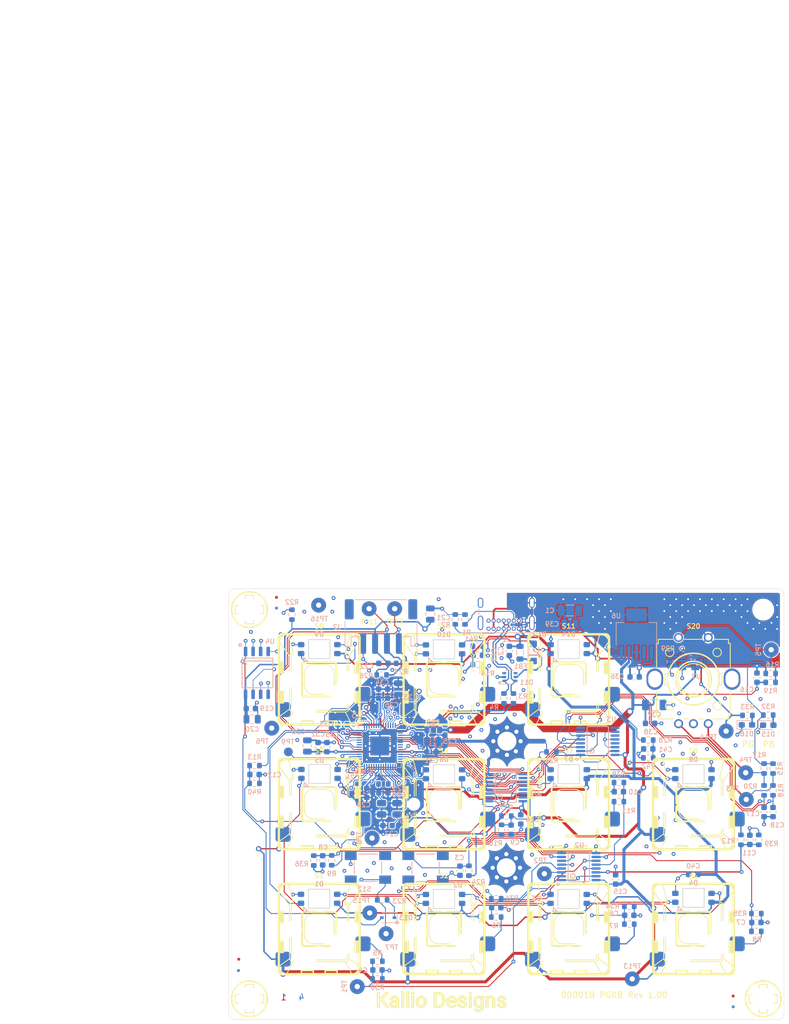
<source format=kicad_pcb>
(kicad_pcb (version 20240108) (generator "pcbnew") (generator_version "8.0")
  (title_block (title "PCBA") (date "2022-02-23") (rev "1.0") (company "Kallio Designs Oy") (comment 1 "Teemu Latonen") (comment 2 "ASSEMBLY_PN") (comment 3 "PCB_PN"))
  (layers (0 "F.Cu" signal) (1 "In1.Cu" signal) (2 "In2.Cu" signal) (31 "B.Cu" signal) (34 "B.Paste" user) (35 "F.Paste" user) (36 "B.SilkS" user "B.Silkscreen") (37 "F.SilkS" user "F.Silkscreen") (38 "B.Mask" user) (39 "F.Mask" user) (44 "Edge.Cuts" user))
  (net 0 "")
  (net 1 "/Main/Neopixel LEDs/NEOPIXEL_VDD")
  (net 2 "GND")
  (net 3 "+3V3")
  (net 4 "/Main/USB Connector/USB_D_N")
  (net 5 "/Main/USB Connector/USB_D_P")
  (net 6 "/Main/Microcontroller/1V2")
  (net 7 "PERIP_~{RESET}")
  (net 8 "/Main/Microcontroller/USB_MCU_D_P")
  (net 9 "/Main/Microcontroller/USB_MCU_D_N")
  (net 10 "/Main/Microcontroller/~{RESET}")
  (net 11 "/Main/Microcontroller/SCL")
  (net 12 "/Main/Microcontroller/SDA")
  (net 13 "Net-(R10-Pad1)")
  (net 14 "/Main/Microcontroller/TP10")
  (net 15 "/Main/Microcontroller/USBBOOT")
  (net 16 "/Main/USB Connector/CC2")
  (net 17 "/Main/USB Connector/CC1")
  (net 18 "/Main/Buttons/Button5")
  (net 19 "Net-(D10-DIN)")
  (net 20 "Net-(U2-I5)")
  (net 21 "/Main/Buttons/Button1")
  (net 22 "/Main/Memory/DATA3")
  (net 23 "/Main/Memory/CLK")
  (net 24 "/Main/Memory/DATA0")
  (net 25 "/Main/Memory/DATA2")
  (net 26 "/Main/Memory/DATA1")
  (net 27 "/Main/Memory/~{CS}_MEMORY")
  (net 28 "/Main/Buttons/Button2")
  (net 29 "/Main/Buttons/Button3")
  (net 30 "/Main/Buttons/Button4")
  (net 31 "/Main/Microcontroller/SPI_MOSI")
  (net 32 "/Main/Microcontroller/SPI_MISO")
  (net 33 "/Main/Microcontroller/UART_RX")
  (net 34 "/Main/Microcontroller/SPI_CLK")
  (net 35 "/Main/Microcontroller/UART_TX")
  (net 36 "/Main/Microcontroller/ENC_A")
  (net 37 "/Main/Microcontroller/ENC_B")
  (net 40 "/Main/Microcontroller/NEOPIX_DRIVE")
  (net 41 "/Main/Microcontroller/GPIO12")
  (net 42 "/Main/Buttons/Button6")
  (net 43 "/Main/Buttons/Button7")
  (net 44 "/Main/Buttons/Button8")
  (net 45 "Net-(U1-I1)")
  (net 46 "Net-(U1-I2)")
  (net 47 "Net-(U1-I3)")
  (net 48 "Net-(U1-I4)")
  (net 49 "Net-(U1-I5)")
  (net 50 "Net-(U2-I6)")
  (net 51 "Net-(U2-I1)")
  (net 52 "Net-(U2-I2)")
  (net 53 "Net-(U2-I3)")
  (net 54 "Net-(U2-I4)")
  (net 55 "Net-(U3-I2)")
  (net 56 "Net-(U3-I3)")
  (net 57 "Net-(U3-I1)")
  (net 58 "/Main/Microcontroller/3V3_MCU")
  (net 59 "Net-(U5-XIN)")
  (net 60 "Net-(C30-Pad1)")
  (net 61 "/Main/Connectors/I2C1_SCL")
  (net 62 "Net-(R5-Pad1)")
  (net 63 "Net-(R6-Pad1)")
  (net 64 "Net-(R7-Pad1)")
  (net 65 "Net-(R8-Pad1)")
  (net 66 "Net-(R9-Pad1)")
  (net 67 "Net-(R11-Pad1)")
  (net 68 "Net-(R12-Pad1)")
  (net 69 "Net-(R13-Pad1)")
  (net 70 "Net-(R14-Pad1)")
  (net 71 "Net-(R15-Pad2)")
  (net 72 "Net-(R16-Pad2)")
  (net 73 "Net-(R17-Pad2)")
  (net 74 "Net-(U3-E1)")
  (net 75 "Net-(U5-XOUT)")
  (net 80 "/Main/Buttons/Button9")
  (net 81 "Net-(R28-Pad1)")
  (net 91 "/Main/Buttons/Button10")
  (net 92 "/Main/Buttons/Button11")
  (net 93 "/Main/Microcontroller/GPIO0")
  (net 94 "Net-(D1-DOUT)")
  (net 95 "Net-(D2-DOUT)")
  (net 96 "Net-(D3-DOUT)")
  (net 97 "Net-(D4-DOUT)")
  (net 98 "Net-(D5-DOUT)")
  (net 99 "Net-(D6-DOUT)")
  (net 100 "Net-(D7-DOUT)")
  (net 101 "Net-(D8-DOUT)")
  (net 104 "Net-(D11-V+)")
  (net 105 "Net-(D12-K)")
  (net 106 "Net-(D13-K)")
  (net 107 "Net-(D15-K)")
  (net 108 "Net-(D15-A)")
  (net 109 "Net-(D16-A)")
  (net 110 "Net-(D10-DOUT)")
  (net 112 "/Main/Connectors/I2C1_SDA")
  (footprint "KD_Mechanical_Mounting_Hole:PTH_3.2mm_M3_clearance_B" (layer "F.Cu") (at 89.4 150.2)
    (property "Reference" "H5" (hide yes))
    (property "Value" "PTH 3.2 M3 Clearance" (hide yes))
  )
  (footprint "KD_Switch:SWITCH_BUTTON_Kailh_mx_socket" (layer "F.Cu") (at 99.9 160.5 -90)
    (property "Reference" "S3")
    (property "Value" "4954" (hide yes))
  )
  (footprint "KD_Mechanical_Mounting_Hole:PTH_3.2mm_M3_clearance_B" (layer "F.Cu") (at 89.5 128.9)
    (property "Reference" "H6" (hide yes))
    (property "Value" "PTH 3.2 M3 Clearance" (hide yes))
  )
  (footprint "KD_Switch:SWITCH_BUTTON_Kailh_mx_socket" (layer "F.Cu") (at 99.9 139.5 -90)
    (property "Reference" "S7")
    (property "Value" "4954" (hide yes))
  )
  (footprint "KD_Switch:SWITCH_BUTTON_Kailh_mx_socket" (layer "F.Cu") (at 57.9 139.5 -90)
    (property "Reference" "S5")
    (property "Value" "4954" (hide yes))
  )
  (footprint "KD_Mechanical:Fiducial_0.5mm_Mask1mm" (layer "F.Cu") (at 127.597202 171.79)
    (property "Reference" "FD3" (hide yes))
    (property "Value" "Fiducial 0.5 mm" (hide yes))
  )
  (footprint "KD_Switch:SWITCH_BUTTON_Kailh_mx_socket" (layer "F.Cu") (at 57.9 160.5 -90)
    (property "Reference" "S1")
    (property "Value" "4954" (hide yes))
  )
  (footprint "KD_Mechanical:ART_4-LAYER" (layer "F.Cu") (at 53.4 172)
    (property "Reference" "ART1" (hide yes))
    (property "Value" "4-Layer Marking" (hide yes))
  )
  (footprint "KD_Mechanical:Fiducial_0.5mm_Mask1mm" (layer "F.Cu") (at 44.347202 165.59)
    (property "Reference" "FD1" (hide yes))
    (property "Value" "Fiducial 0.5 mm" (hide yes))
  )
  (footprint "KD_Switch:SWITCH_BUTTON_Kailh_mx_socket" (layer "F.Cu") (at 78.9 118.5 -90)
    (property "Reference" "S10")
    (property "Value" "4954" (hide yes))
  )
  (footprint "KD_Mechanical_Mounting_Hole:NPTH_3.2mm_M3_clearance" (layer "F.Cu") (at 46.15 106.75)
    (property "Reference" "H1" (hide yes))
    (property "Value" "NPTH 3.2 M3 Clearance" (hide yes))
  )
  (footprint "KD_Mechanical:Fiducial_0.5mm_Mask1mm" (layer "F.Cu") (at 50.697202 104.69)
    (property "Reference" "FD5" (hide yes))
    (property "Value" "Fiducial 0.5 mm" (hide yes))
  )
  (footprint "KD_Switch:SWITCH_BUTTON_Kailh_mx_socket" (layer "F.Cu") (at 120.9 160.5 -90)
    (property "Reference" "S4")
    (property "Value" "4954" (hide yes))
  )
  (footprint "KD_Switch:SWITCH_BUTTON_Kailh_mx_socket" (layer "F.Cu") (at 99.9 118.5 -90)
    (property "Reference" "S11")
    (property "Value" "4954" (hide yes))
  )
  (footprint "KD_Switch:SWITCH_BUTTON_Kailh_mx_socket" (layer "F.Cu") (at 78.9 139.5 -90)
    (property "Reference" "S6")
    (property "Value" "4954" (hide yes))
  )
  (footprint "KD_Switch:SWITCH_BUTTON_Kailh_mx_socket" (layer "F.Cu") (at 120.9 139.5 -90)
    (property "Reference" "S8")
    (property "Value" "4954" (hide yes))
  )
  (footprint "KD_Mechanical_Mounting_Hole:NPTH_3.2mm_M3_clearance" (layer "F.Cu") (at 46.15 172.25)
    (property "Reference" "H4" (hide yes))
    (property "Value" "NPTH 3.2 M3 Clearance" (hide yes))
  )
  (footprint "KD_Mechanical:ART_LOGO_TEXT_2.5MM_SILK" (layer "F.Cu") (at 78.9 172.5)
    (property "Reference" "ART2" (hide yes))
    (property "Value" "Logo 2.5 mm Silk" (hide yes))
  )
  (footprint "KD_Mechanical_Mounting_Hole:NPTH_3.2mm" (layer "F.Cu") (at 132.65 106.75)
    (property "Reference" "H3" (hide yes))
    (property "Value" "NPTH_3.2" (hide yes))
  )
  (footprint "KD_Switch:SWITCH_BUTTON_Kailh_mx_socket" (layer "F.Cu") (at 78.9 160.5 -90)
    (property "Reference" "S2")
    (property "Value" "4954" (hide yes))
  )
  (footprint "KD_Mechanical_Mounting_Hole:NPTH_3.2mm_M3_clearance" (layer "F.Cu") (at 132.65 172.25)
    (property "Reference" "H2" (hide yes))
    (property "Value" "NPTH 3.2 M3 Clearance" (hide yes))
  )
  (footprint "KD_Switch:SWITCH_BUTTON_Kailh_mx_socket" (layer "F.Cu") (at 57.9 118.5 -90)
    (property "Reference" "S9")
    (property "Value" "4954" (hide yes))
  )
  (footprint "KD_Switch:RotaryEncoder_Bourns_Vertical_PEC11R-4x15f-Sxxxx" (layer "F.Cu") (at 120.9 118.45)
    (property "Reference" "S20")
    (property "Value" "PEC11R-4215K-S0012" (hide yes))
  )
  (footprint "KD_Capacitor:CAPC1608X90N" (layer "B.Cu") (at 113.6 125.9)
    (property "Reference" "C38")
    (property "Value" "100n" (hide yes))
  )
  (footprint "KD_Connector_Pads:TestPoint_Pad_D2.5mm_H0.9mm" (layer "B.Cu") (at 64.3 170.2 -90)
    (property "Reference" "TP1")
    (property "Value" "TP D2.5 mm H0.9mm" (hide yes))
  )
  (footprint "KD_Connector_Pads:TestPoint_Pad_D2.5mm_H0.9mm" (layer "B.Cu") (at 66.3 106.6 180)
    (property "Reference" "TP11")
    (property "Value" "TP D2.5 mm H0.9mm" (hide yes))
  )
  (footprint "KD_Capacitor:CAPC1608X90N" (layer "B.Cu") (at 76.8 130.7)
    (property "Reference" "C31")
    (property "Value" "100n" (hide yes))
  )
  (footprint "KD_Package_SO:SOP65P600X150-16N" (layer "B.Cu") (at 101.6 150 90)
    (property "Reference" "U2")
    (property "Value" "SN74HCS365PWR" (hide yes))
  )
  (footprint "KD_Package_TO_SOT_SMD:SOT127P700X180-6N" (layer "B.Cu") (at 111.3 110.8 90)
    (property "Reference" "U6")
    (property "Value" "MCP1825T-3302E/DC" (hide yes))
  )
  (footprint "KD_Resistor:RESC1608X55N" (layer "B.Cu") (at 90.6 121.7 -90)
    (property "Reference" "R3")
    (property "Value" "27" (hide yes))
  )
  (footprint "KD_Resistor:RESC1608X55N" (layer "B.Cu") (at 108.358281 139.07086)
    (property "Reference" "R11")
    (property "Value" "1k" (hide yes))
  )
  (footprint "KD_Connector_Pads:TestPoint_Pad_D2.5mm_H0.9mm" (layer "B.Cu") (at 70.6 106.6 -90)
    (property "Reference" "TP12")
    (property "Value" "TP D2.5 mm H0.9mm" (hide yes))
  )
  (footprint "KD_Connector_Pads:TestPoint_Pad_D2.5mm_H0.9mm" (layer "B.Cu") (at 49.9 126.7 -90)
    (property "Reference" "TP6")
    (property "Value" "TP D2.5 mm H0.9mm" (hide yes))
  )
  (footprint "KD_Resistor:RESC1608X55N" (layer "B.Cu") (at 128.9 145.5 -90)
    (property "Reference" "R12")
    (property "Value" "1k" (hide yes))
  )
  (footprint "KD_Diode:LEDM_NEO3535_REVERSE_SK6812-E" (layer "B.Cu") (at 99.9 134.4425)
    (property "Reference" "D7")
    (property "Value" "Neopixel Reverse" (hide yes))
    (fp_rect (start -1.8 1.6) (end 1.8 -1.6) (stroke (width 0.12)) (fill none) (layer "Edge.Cuts"))
  )
  (footprint "KD_Diode:LEDM1608X70M" (layer "B.Cu") (at 133.5 126.2)
    (property "Reference" "D15")
    (property "Value" "Red" (hide yes))
  )
  (footprint "KD_Resistor:RESC1608X55N" (layer "B.Cu") (at 84.6 116 180)
    (property "Reference" "R14")
    (property "Value" "1k" (hide yes))
  )
  (footprint "KD_Capacitor:CAPC1608X90N" (layer "B.Cu") (at 120.867283 151.320715 180)
    (property "Reference" "C40")
    (property "Value" "100n" (hide yes))
  )
  (footprint "KD_Resistor:RESC1608X55N" (layer "B.Cu") (at 80.8 108.4 90)
    (property "Reference" "R2")
    (property "Value" "R_0603_5100_1%" (hide yes))
  )
  (footprint "KD_Connector_Pads:TestPoint_Pad_D2.5mm_H0.9mm" (layer "B.Cu") (at 66.4 157.8 180)
    (property "Reference" "TP15")
    (property "Value" "TP D2.5 mm H0.9mm" (hide yes))
  )
  (footprint "KD_Capacitor:CAPC1608X90N" (layer "B.Cu") (at 61.8 126.1 180)
    (property "Reference" "C33")
    (property "Value" "100n" (hide yes))
  )
  (footprint "KD_Capacitor:CAPC1608X90N" (layer "B.Cu") (at 59.2 129.9 90)
    (property "Reference" "C35")
    (property "Value" "100n" (hide yes))
  )
  (footprint "KD_Diode:LEDM1608X70M" (layer "B.Cu") (at 129.905714 126.149856)
    (property "Reference" "D16")
    (property "Value" "Green" (hide yes))
  )
  (footprint "KD_Capacitor:CAPC1608X90N" (layer "B.Cu") (at 90.2 143.8 -90)
    (property "Reference" "C9")
    (property "Value" "10n" (hide yes))
  )
  (footprint "KD_Resistor:RESC1608X55N" (layer "B.Cu") (at 131.9 145.5 90)
    (property "Reference" "R39")
    (property "Value" "100k" (hide yes))
  )
  (footprint "KD_Resistor:RESC1608X55N" (layer "B.Cu") (at 67.7 165.935141 180)
    (property "Reference" "R5")
    (property "Value" "1k" (hide yes))
  )
  (footprint "KD_Diode:LEDM_NEO3535_REVERSE_SK6812-E" (layer "B.Cu") (at 57.873849 155.414764)
    (property "Reference" "D1")
    (property "Value" "Neopixel Reverse" (hide yes))
    (fp_rect (start -1.8 1.6) (end 1.8 -1.6) (stroke (width 0.12)) (fill none) (layer "Edge.Cuts"))
  )
  (footprint "KD_Resistor:RESC1608X55N" (layer "B.Cu") (at 53.3 107.6 90)
    (property "Reference" "R22")
    (property "Value" "10k" (hide yes))
  )
  (footprint "KD_Resistor:RESC1608X55N" (layer "B.Cu") (at 131.5 157.9)
    (property "Reference" "R35")
    (property "Value" "100k" (hide yes))
  )
  (footprint "KD_Capacitor:CAPC1608X90N" (layer "B.Cu") (at 69.4 143.1 180)
    (property "Reference" "C27")
    (property "Value" "27p" (hide yes))
  )
  (footprint "KD_Connector_Pads:TestPoint_Pad_D2.5mm_H0.9mm" (layer "B.Cu") (at 129.7 134.2 180)
    (property "Reference" "TP4")
    (property "Value" "TP D2.5 mm H0.9mm" (hide yes))
  )
  (footprint "KD_Connector_Rectangular:JST_PH_S4B-PH-SM4-TB_1x04-1MP_P2.00mm_Horizontal" (layer "B.Cu") (at 68.3 109.6)
    (property "Reference" "J2")
    (property "Value" "BM04B-SRSS-TB" (hide yes))
  )
  (footprint "KD_Resistor:RESC1608X55N" (layer "B.Cu") (at 56.983397 148.983118 -90)
    (property "Reference" "R36")
    (property "Value" "100k" (hide yes))
  )
  (footprint "KD_Capacitor:CAPC1608X90N" (layer "B.Cu") (at 130.4 145.5 90)
    (property "Reference" "C11")
    (property "Value" "10n" (hide yes))
  )
  (footprint "KD_Package_SO:SOP65P600X150-16N" (layer "B.Cu") (at 89.3 136.725 90)
    (property "Reference" "U1")
    (property "Value" "SN74HCS365PWR" (hide yes))
  )
  (footprint "KD_Resistor:RESC1608X55N" (layer "B.Cu") (at 87.7 155.4 180)
    (property "Reference" "R31")
    (property "Value" "100k" (hide yes))
  )
  (footprint "KD_Oscillator:OSCCC320X250X70_M" (layer "B.Cu") (at 69.7 140.275315 180)
    (property "Reference" "Y1")
    (property "Value" "12 MHz" (hide yes))
  )
  (footprint "KD_Capacitor:CAPC1608X90N" (layer "B.Cu") (at 132.8 140.825 90)
    (property "Reference" "C17")
    (property "Value" "100n" (hide yes))
  )
  (footprint "KD_Connector_Pads:TestPoint_Pad_D2.5mm_H0.9mm" (layer "B.Cu") (at 69.149789 161.299326 -90)
    (property "Reference" "TP7")
    (property "Value" "TP D2.5 mm H0.9mm" (hide yes))
  )
  (footprint "KD_Diode:LEDM_NEO3535_REVERSE_SK6812-E" (layer "B.Cu") (at 99.890556 155.437768)
    (property "Reference" "D3")
    (property "Value" "Neopixel Reverse" (hide yes))
    (fp_rect (start -1.8 1.6) (end 1.8 -1.6) (stroke (width 0.12)) (fill none) (layer "Edge.Cuts"))
  )
  (footprint "KD_Mechanical:Fiducial_0.5mm_Mask1mm" (layer "B.Cu") (at 50.7 106.5 180)
    (property "Reference" "FD2" (hide yes))
    (property "Value" "Fiducial 0.5 mm" (hide yes))
  )
  (footprint "KD_Resistor:RESC1608X55N" (layer "B.Cu") (at 87.7 158.5 180)
    (property "Reference" "R6")
    (property "Value" "1k" (hide yes))
  )
  (footprint "KD_Resistor:RESC1608X55N" (layer "B.Cu") (at 113.3 128.7)
    (property "Reference" "R28")
    (property "Value" "1k" (hide yes))
  )
  (footprint "KD_Connector_USB_HDMI_Etc:USB_C_Receptacle_GCT_USB4085" (layer "B.Cu") (at 86.405 109.96)
    (property "Reference" "J1")
    (property "Value" "USB C" (hide yes))
  )
  (footprint "KD_Inductor:INDC2016X100N" (layer "B.Cu") (at 91.7 114 90)
    (property "Reference" "FB1")
    (property "Value" "Ferrite_500mA_TDK_MMZ2012Y152BT000" (hide yes))
  )
  (footprint "KD_Capacitor:CAPC1608X90N" (layer "B.Cu") (at 84.59106 114.43243)
    (property "Reference" "C13")
    (property "Value" "10n" (hide yes))
  )
  (footprint "KD_Mechanical:Fiducial_0.5mm_Mask1mm" (layer "B.Cu") (at 127.6 173.6 180)
    (property "Reference" "FD4" (hide yes))
    (property "Value" "Fiducial 0.5 mm" (hide yes))
  )
  (footprint "KD_Diode:DIOC360X180X150_SOD123" (layer "B.Cu") (at 94 113.95 90)
    (property "Reference" "D12")
    (property "Value" "Schottky_30V_1A_PMEG3010ER_115" (hide yes))
  )
  (footprint "KD_Resistor:RESC1608X55N_DNP" (layer "B.Cu") (at 83.1 150.7 -90)
    (property "Reference" "R24")
    (property "Value" "R_0603_DNP" (hide yes))
  )
  (footprint "KD_Resistor:RESC1608X55N" (layer "B.Cu") (at 132.8 133.5 -90)
    (property "Reference" "R17")
    (property "Value" "1k" (hide yes))
  )
  (footprint "KD_Resistor:RESC1608X55N" (layer "B.Cu") (at 71.7 115.8)
    (property "Reference" "R27")
    (property "Value" "R_0603_5100_1%" (hide yes))
  )
  (footprint "KD_Capacitor:CAPC1608X90N" (layer "B.Cu") (at 134.3 140.825 90)
    (property "Reference" "C18")
    (property "Value" "100n" (hide yes))
  )
  (footprint "KD_Connector_Pads:TestPoint_Pad_D2.5mm_H0.9mm" (layer "B.Cu") (at 110.597137 168.902694 180)
    (property "Reference" "TP13")
    (property "Value" "TP D2.5 mm H0.9mm" (hide yes))
  )
  (footprint "KD_Capacitor:CAPC1608X90N" (layer "B.Cu") (at 81.6 150.7 90)
    (property "Reference" "C3")
    (property "Value" "10n" (hide yes))
  )
  (footprint "KD_Diode:LEDM_NEO3535_REVERSE_SK6812-E" (layer "B.Cu") (at 78.9 113.4425)
    (property "Reference" "D10")
    (property "Value" "Neopixel Reverse" (hide yes))
    (fp_rect (start -1.8 1.6) (end 1.8 -1.6) (stroke (width 0.12)) (fill none) (layer "Edge.Cuts"))
  )
  (footprint "KD_Capacitor:CAPC1608X90N" (layer "B.Cu") (at 47 134.5)
    (property "Reference" "C12")
    (property "Value" "10n" (hide yes))
  )
  (footprint "KD_Resistor:RESC1608X55N" (layer "B.Cu") (at 129.998643 124.553051 180)
    (property "Reference" "R33")
    (property "Value" "R_0603_360_1%" (hide yes))
  )
  (footprint "KD_Package_TO_SOT_SMD:SOT-363_SC-70-6" (layer "B.Cu") (at 90 118.1)
    (property "Reference" "D11")
    (property "Value" "TVS_5V5_DRTR5V0U4S-7-M" (hide yes))
  )
  (footprint "KD_Connector_Pads:TestPoint_Pad_D2.5mm_H0.9mm" (layer "B.Cu") (at 66.8 145.2 -90)
    (property "Reference" "TP8")
    (property "Value" "TP D2.5 mm H0.9mm" (hide yes))
  )
  (footprint "KD_Diode:D_SOD-323" (layer "B.Cu") (at 69.5 158.6 180)
    (property "Reference" "D13")
    (property "Value" "Schottky_30V_200mA_DCo_BAT54WS" (hide yes))
  )
  (footprint "KD_Resistor:RESC1608X55N" (layer "B.Cu") (at 67.7 168.9)
    (property "Reference" "R30")
    (property "Value" "100k" (hide yes))
  )
  (footprint "KD_Resistor:RESC1608X55N" (layer "B.Cu") (at 132.8 137.175 -90)
    (property "Reference" "R20")
    (property "Value" "10k" (hide yes))
  )
  (footprint "KD_Capacitor:CAPC2012X135N" (layer "B.Cu") (at 46.6 125.2)
    (property "Reference" "C20")
    (property "Value" "1u" (hide yes))
  )
  (footprint "KD_Resistor:RESC1608X55N" (layer "B.Cu") (at 47 133 180)
    (property "Reference" "R13")
    (property "Value" "1k" (hide yes))
  )
  (footprint "KD_Package_TO_SOT_SMD:SOT-143_TO-253_M" (layer "B.Cu") (at 120.1 115.6 90)
    (property "Reference" "U7")
    (property "Value" "CAT811TTBI-GT3" (hide yes))
  )
  (footprint "KD_Capacitor:CAPC2012X135N" (layer "B.Cu") (at 76.6 107.5 90)
    (property "Reference" "C21")
    (property "Value" "1u" (hide yes))
  )
  (footprint "KD_Capacitor:CAPC1608X90N" (layer "B.Cu") (at 46.379573 123.404434)
    (property "Reference" "C19")
    (property "Value" "100n" (hide yes))
  )
  (footprint "KD_Capacitor:CAPC1608X90N" (layer "B.Cu") (at 89.9 113.7 -90)
    (property "Reference" "C2")
    (property "Value" "100n" (hide yes))
  )
  (footprint "KD_Capacitor:CAPC1608X90N" (layer "B.Cu") (at 57.7 129.9 90)
    (property "Reference" "C32")
    (property "Value" "100n" (hide yes))
  )
  (footprint "KD_Resistor:RESC1608X55N" (layer "B.Cu") (at 89.4 141.5 180)
    (property "Reference" "R37")
    (property "Value" "100k" (hide yes))
  )
  (footprint "KD_Capacitor:CAPC1608X90N" (layer "B.Cu") (at 68.7 137.6)
    (property "Reference" "C30")
    (property "Value" "27p" (hide yes))
  )
  (footprint "KD_Resistor:RESC1608X55N" (layer "B.Cu") (at 113.3 131.7 180)
    (property "Reference" "R42")
    (property "Value" "100k" (hide yes))
  )
  (footprint "KD_Capacitor:CAPC1608X90N" (layer "B.Cu") (at 111.001274 118.078133 180)
    (property "Reference" "C36")
    (property "Value" "100n" (hide yes))
  )
  (footprint "KD_Diode:LEDM_NEO3535_REVERSE_SK6812-E" (layer "B.Cu") (at 57.9 113.4)
    (property "Reference" "D9")
    (property "Value" "Neopixel Reverse" (hide yes))
    (fp_rect (start -1.8 1.6) (end 1.8 -1.6) (stroke (width 0.12)) (fill none) (layer "Edge.Cuts"))
  )
  (footprint "KD_Connector_Pads:TestPoint_Pad_D2.5mm_H0.9mm" (layer "B.Cu") (at 126.4 127.2 90)
    (property "Reference" "TP14")
    (property "Value" "TP D2.5 mm H0.9mm" (hide yes))
  )
  (footprint "KD_Diode:LEDM_NEO3535_REVERSE_SK6812-E" (layer "B.Cu") (at 120.9 155.2575)
    (property "Reference" "D4")
    (property "Value" "Neopixel Reverse" (hide yes))
    (fp_rect (start -1.8 1.6) (end 1.8 -1.6) (stroke (width 0.12)) (fill none) (layer "Edge.Cuts"))
  )
  (footprint "KD_Capacitor:CAPC2012X135N" (layer "B.Cu") (at 71.2 120.1 90)
    (property "Reference" "C23")
    (property "Value" "1u" (hide yes))
  )
  (footprint "KD_Connector_Pads:TestPoint_Pad_D1.5mm" (layer "B.Cu") (at 52.7 130.7 90)
    (property "Reference" "TP9")
    (property "Value" "TestPoint_1.5mm_Round" (hide yes))
  )
  (footprint "KD_Capacitor:CAPC1608X90N" (layer "B.Cu") (at 65.9 137.6 -90)
    (property "Reference" "C29")
    (property "Value" "100n" (hide yes))
  )
  (footprint "KD_Capacitor:CAPC2012X135N" (layer "B.Cu") (at 100.1 109.1 180)
    (property "Reference" "C39")
    (property "Value" "1u" (hide yes))
  )
  (footprint "KD_Connector_Pads:TestPoint_Pad_D2.5mm_H0.9mm" (layer "B.Cu") (at 95.8 151.2 -90)
    (property "Reference" "TP2")
    (property "Value" "TP D2.5 mm H0.9mm" (hide yes))
  )
  (footprint "KD_Resistor:RESC1608X55N" (layer "B.Cu") (at 108.357445 135.85278 180)
    (property "Reference" "R38")
    (property "Value" "100k" (hide yes))
  )
  (footprint "KD_Connector_Pads:TestPoint_Pad_D2.5mm_H0.9mm" (layer "B.Cu") (at 57.8 106 180)
    (property "Reference" "TP16")
    (property "Value" "TP D2.5 mm H0.9mm" (hide yes))
  )
  (footprint "KD_Capacitor:CAPC3216X150N" (layer "B.Cu") (at 100.1 106.9 180)
    (property "Reference" "C1")
    (property "Value" "10u" (hide yes))
  )
  (footprint "KD_Diode:LEDM_NEO3535_REVERSE_SK6812-E" (layer "B.Cu") (at 120.9 134.4425)
    (property "Reference" "D8")
    (property "Value" "Neopixel Reverse" (hide yes))
    (fp_rect (start -1.8 1.6) (end 1.8 -1.6) (stroke (width 0.12)) (fill none) (layer "Edge.Cuts"))
  )
  (footprint "KD_Capacitor:CAPC1608X90N" (layer "B.Cu") (at 87.7 156.9)
    (property "Reference" "C5")
    (property "Value" "10n" (hide yes))
  )
  (footprint "KD_Diode:LEDM_NEO3535_REVERSE_SK6812-E" (layer "B.Cu") (at 78.9 155.4425)
    (property "Reference" "D2")
    (property "Value" "Neopixel Reverse" (hide yes))
    (fp_rect (start -1.8 1.6) (end 1.8 -1.6) (stroke (width 0.12)) (fill none) (layer "Edge.Cuts"))
  )
  (footprint "KD_Resistor:RESC1608X55N" (layer "B.Cu") (at 117 115.5 -90)
    (property "Reference" "R29")
    (property "Value" "10k" (hide yes))
  )
  (footprint "KD_Resistor:RESC1608X55N" (layer "B.Cu") (at 110.1 156.7)
    (property "Reference" "R34")
    (property "Value" "100k" (hide yes))
  )
  (footprint "KD_Resistor:RESC1608X55N" (layer "B.Cu") (at 134.3 137.175 -90)
    (property "Reference" "R18")
    (property "Value" "10k" (hide yes))
  )
  (footprint "KD_Diode:LEDM_NEO3535_REVERSE_SK6812-E" (layer "B.Cu") (at 57.942132 134.4)
    (property "Reference" "D5")
    (property "Value" "Neopixel Reverse" (hide yes))
    (fp_rect (start -1.8 1.6) (end 1.8 -1.6) (stroke (width 0.12)) (fill none) (layer "Edge.Cuts"))
  )
  (footprint "KD_Resistor:RESC1608X55N" (layer "B.Cu") (at 84.6 112.9)
    (property "Reference" "R41")
    (property "Value" "100k" (hide yes))
  )
  (footprint "KD_Capacitor:CAPC1608X90N" (layer "B.Cu") (at 68.7 115.8 180)
    (property "Reference" "C22")
    (property "Value" "100n" (hide yes))
  )
  (footprint "KD_Resistor:RESC1608X55N" (layer "B.Cu") (at 68.7 136.1)
    (property "Reference" "R25")
    (property "Value" "1k" (hide yes))
  )
  (footprint "KD_Capacitor:CAPC1608X90N" (layer "B.Cu") (at 69.4 120.9 90)
    (property "Reference" "C26")
    (property "Value" "100n" (hide yes))
  )
  (footprint "KD_Resistor:RESC1608X55N" (layer "B.Cu") (at 68.4 117.75)
    (property "Reference" "R26")
    (property "Value" "R_0603_5100_1%" (hide yes))
  )
  (footprint "KD_Inductor:INDC2016X100N" (layer "B.Cu") (at 77.1 127 180)
    (property "Reference" "FB2")
    (property "Value" "Ferrite_500mA_TDK_MMZ2012Y152BT000" (hide yes))
  )
  (footprint "KD_Capacitor:CAPC2012X135N" (layer "B.Cu") (at 77 128.9)
    (property "Reference" "C25")
    (property "Value" "1u" (hide yes))
  )
  (footprint "KD_Resistor:RESC1608X55N" (layer "B.Cu") (at 60 148.948007 90)
    (property "Reference" "R9")
    (property "Value" "1k" (hide yes))
  )
  (footprint "KD_Resistor:RESC1608X55N" (layer "B.Cu") (at 88.6 143.8 90)
    (property "Reference" "R10")
    (property "Value" "1k" (hide yes))
  )
  (footprint "KD_Resistor:RESC1608X55N" (layer "B.Cu") (at 133.9 119 180)
    (property "Reference" "R19")
    (property "Value" "10k" (hide yes))
  )
  (footprint "KD_Resistor:RESC1608X55N" (layer "B.Cu") (at 68.5 155.6 180)
    (property "Reference" "R23")
    (property "Value" "1k" (hide yes))
  )
  (footprint "KD_Switch:SW_Push_1P1T_NO_Wurth_430181038816" (layer "B.Cu") (at 75.8 150.2)
    (property "Reference" "S13")
    (property "Value" "430181038816" (hide yes))
  )
  (footprint "KD_Resistor:RESC1608X55N" (layer "B.Cu") (at 89 121.7 -90)
    (property "Reference" "R4")
    (property "Value" "27" (hide yes))
  )
  (footprint "KD_Package_SO:SOIC127P790X195-8N" (layer "B.Cu") (at 47.4 117.4 -90)
    (property "Reference" "U4")
    (property "Value" "W25Q80DVSSIG" (hide yes))
  )
  (footprint "KD_Capacitor:CAPC3216X150N" (layer "B.Cu") (at 114.3 122.8)
    (property "Reference" "C37")
    (property "Value" "10u" (hide yes))
  )
  (footprint "KD_Capacitor:CAPC2012X135N" (layer "B.Cu") (at 55.9 129.7 90)
    (property "Reference" "C28")
    (property "Value" "1u" (hide yes))
  )
  (footprint "KD_Diode:LEDM_NEO3535_REVERSE_SK6812-E" (layer "B.Cu") (at 99.9 113.4)
    (property "Reference" "D14")
    (property "Value" "Neopixel Reverse" (hide yes))
    (fp_rect (start -1.8 1.6) (end 1.8 -1.6) (stroke (width 0.12)) (fill none) (layer "Edge.Cuts"))
  )
  (footprint "KD_Mechanical:Fiducial_0.5mm_Mask1mm" (layer "B.Cu") (at 44.3 167.5 180)
    (property "Reference" "FD6" (hide yes))
    (property "Value" "Fiducial 0.5 mm" (hide yes))
  )
  (footprint "KD_Capacitor:CAPC1608X90N" (layer "B.Cu") (at 107.8 152.175 90)
    (property "Reference" "C15")
    (property "Value" "100n" (hide yes))
  )
  (footprint "KD_Package_SO:SOP65P600X150-16N" (layer "B.Cu") (at 104.8 128.925 90)
    (property "Reference" "U3")
    (property "Value" "SN74HCS365PWR" (hide yes))
  )
  (footprint "KD_Resistor:RESC1608X55N" (layer "B.Cu") (at 133.5 124.5 180)
    (property "Reference" "R32")
    (property "Value" "R_0603_360_1%" (hide yes))
  )
  (footprint "KD_Switch:SW_Push_1P1T_NO_Wurth_430181038816" (layer "B.Cu") (at 66.1 150.2 180)
    (property "Reference" "S12")
    (property "Value" "430181038816" (hide yes))
  )
  (footprint "Package_DFN_QFN:QFN-56-1EP_7x7mm_P0.4mm_EP3.2x3.2mm" (layer "B.Cu") (at 68.1 129.7 180)
    (property "Reference" "U5")
    (property "Value" "RP2040")
  )
  (footprint "KD_Resistor:RESC1608X55N" (layer "B.Cu") (at 134.3 133.5 -90)
    (property "Reference" "R15")
    (property "Value" "1k" (hide yes))
  )
  (footprint "KD_Capacitor:CAPC1608X90N" (layer "B.Cu") (at 67.9 120.9 90)
    (property "Reference" "C34")
    (property "Value" "100n" (hide yes))
  )
  (footprint "KD_Connector_Pads:TestPoint_Pad_D2.5mm_H0.9mm" (layer "B.Cu") (at 129.8 138.7 180)
    (property "Reference" "TP3")
    (property "Value" "TP D2.5 mm H0.9mm" (hide yes))
  )
  (footprint "KD_Capacitor:CAPC1608X90N" (layer "B.Cu") (at 64.4 136.9 -90)
    (property "Reference" "C24")
    (property "Value" "100n" (hide yes))
  )
  (footprint "KD_Capacitor:CAPC1608X90N" (layer "B.Cu") (at 58.478791 148.953884 -90)
    (property "Reference" "C8")
    (property "Value" "10n" (hide yes))
  )
  (footprint "KD_Capacitor:CAPC1608X90N" (layer "B.Cu") (at 67.7 167.4)
    (property "Reference" "C4")
    (property "Value" "10n" (hide yes))
  )
  (footprint "KD_Resistor:RESC1608X55N" (layer "B.Cu") (at 47 136)
    (property "Reference" "R40")
    (property "Value" "100k" (hide yes))
  )
  (footprint "KD_Connector_Pads:TestPoint_Pad_D2.5mm_H0.9mm" (layer "B.Cu") (at 134 113.5 -90)
    (property "Reference" "TP5")
    (property "Value" "TP D2.5 mm H0.9mm" (hide yes))
  )
  (footprint "KD_Capacitor:CAPC1608X90N" (layer "B.Cu") (at 131.5 159.4)
    (property "Reference" "C7")
    (property "Value" "10n" (hide yes))
  )
  (footprint "KD_Resistor:RESC1608X55N" (layer "B.Cu") (at 133.905281 117.501295)
    (property "Reference" "R16")
    (property "Value" "1k" (hide yes))
  )
  (footprint "KD_Capacitor:CAPC1608X90N" (layer "B.Cu") (at 110.1 158.2)
    (property "Reference" "C6")
    (property "Value" "10n" (hide yes))
  )
  (footprint "KD_Resistor:RESC1608X55N" (layer "B.Cu") (at 82.438828 108.413906 90)
    (property "Reference" "R1")
    (property "Value" "R_0603_5100_1%" (hide yes))
  )
  (footprint "KD_Capacitor:CAPC1608X90N" (layer "B.Cu") (at 91.832305 142.062854 -90)
    (property "Reference" "C14")
    (property "Value" "100n" (hide yes))
  )
  (footprint "KD_Resistor:RESC1608X55N" (layer "B.Cu") (at 110.106844 159.689293 180)
    (property "Reference" "R7")
    (property "Value" "1k" (hide yes))
  )
  (footprint "KD_Diode:LEDM_NEO3535_REVERSE_SK6812-E" (layer "B.Cu") (at 78.9 134.46138)
    (property "Reference" "D6")
    (property "Value" "Neopixel Reverse" (hide yes))
    (fp_rect (start -1.8 1.6) (end 1.8 -1.6) (stroke (width 0.12)) (fill none) (layer "Edge.Cuts"))
  )
  (footprint "KD_Resistor:RESC1608X55N" (layer "B.Cu") (at 97 130.7)
    (property "Reference" "R21")
    (property "Value" "10k" (hide yes))
  )
  (footprint "KD_Resistor:RESC1608X55N" (layer "B.Cu") (at 131.5 160.9 180)
    (property "Reference" "R8")
    (property "Value" "1k" (hide yes))
  )
  (footprint "KD_Capacitor:CAPC1608X90N" (layer "B.Cu") (at 113.3 130.2 180)
    (property "Reference" "C41")
    (property "Value" "10n" (hide yes))
  )
  (footprint "KD_Capacitor:CAPC1608X90N" (layer "B.Cu") (at 131.6 118.2 -90)
    (property "Reference" "C16")
    (property "Value" "100n" (hide yes))
  )
  (footprint "KD_Capacitor:CAPC1608X90N" (layer "B.Cu") (at 108.349281 137.400739 180)
    (property "Reference" "C10")
    (property "Value" "10n" (hide yes))
  )
  (gr_line (start 43.65 175.75) (end 135.15 175.75) (stroke (width 0.05)) (layer "Edge.Cuts"))
  (gr_arc (start 135.15 103.25) (mid 135.857108 103.542893) (end 136.15 104.25) (stroke (width 0.05)) (layer "Edge.Cuts"))
  (gr_line (start 135.15 103.25) (end 43.65 103.25) (stroke (width 0.05)) (layer "Edge.Cuts"))
  (gr_line (start 42.65 104.25) (end 42.65 174.75) (stroke (width 0.05)) (layer "Edge.Cuts"))
  (gr_line (start 136.15 174.75) (end 136.15 104.25) (stroke (width 0.05)) (layer "Edge.Cuts"))
  (gr_arc (start 42.65 104.25) (mid 42.942893 103.542893) (end 43.65 103.25) (stroke (width 0.05)) (layer "Edge.Cuts"))
  (gr_arc (start 43.65 175.75) (mid 42.942893 175.457107) (end 42.65 174.75) (stroke (width 0.05)) (layer "Edge.Cuts"))
  (gr_arc (start 136.15 174.75) (mid 135.857107 175.457106) (end 135.15 175.75) (stroke (width 0.05)) (layer "Edge.Cuts"))
  (gr_text "PG" (at 129 130 0) (layer "F.SilkS") (effects (font (size 1 1)) (justify left bottom)))
  (gr_text "000018 PGKB Rev 1.00" (at 98.5 172.2 0) (layer "F.SilkS") (effects (font (size 1 1)) (justify left bottom)))
  (gr_text "PB" (at 132.5 130 0) (layer "F.SilkS") (effects (font (size 1 1)) (justify left bottom)))
  (segment (start 91.2 159.9) (end 92.4 158.7) (width 0.25) (layer "F.Cu") (net 1))
  (segment (start 90.6 138.5) (end 91.2 137.9) (width 0.5) (layer "F.Cu") (net 1))
  (segment (start 63.8 115.9) (end 62.6 114.7) (width 0.3) (layer "F.Cu") (net 1))
  (segment (start 91.2 137.9) (end 96 137.9) (width 0.5) (layer "F.Cu") (net 1))
  (segment (start 81.9 115.9) (end 63.8 115.9) (width 0.3) (layer "F.Cu") (net 1))
  (segment (start 95.5 110.7) (end 94.9 111.3) (width 0.3) (layer "F.Cu") (net 1))
  (segment (start 102.6075 136.9925) (end 102.9 136.7) (width 0.5) (layer "F.Cu") (net 1))
  (segment (start 85 158.4) (end 86.5 159.9) (width 0.25) (layer "F.Cu") (net 1))
  (segment (start 66.4 157.8) (end 73.7 157.8) (width 0.25) (layer "F.Cu") (net 1))
  (segment (start 96.6 113) (end 94.9 111.3) (width 0.5) (layer "F.Cu") (net 1))
  (segment (start 83.224696 138.15) (end 84.539188 138.15) (width 0.5) (layer "F.Cu") (net 1))
  (segment (start 92.6 158.5) (end 95.9 158.5) (width 0.25) (layer "F.Cu") (net 1))
  (segment (start 104.8 113.4) (end 102.1 110.7) (width 0.3) (layer "F.Cu") (net 1))
  (segment (start 66 137) (end 65.5 137.5) (width 0.3) (layer "F.Cu") (net 1))
  (segment (start 96 137.9) (end 96.9075 136.9925) (width 0.5) (layer "F.Cu") (net 1))
  (segment (start 86.5 159.9) (end 88.6 159.9) (width 0.25) (layer "F.Cu") (net 1))
  (segment (start 65.5 137.5) (end 62.808384 137.5) (width 0.3) (layer "F.Cu") (net 1))
  (segment (start 94.9 111.3) (end 91.3 111.3) (width 0.5) (layer "F.Cu") (net 1))
  (segment (start 91.3 111.3) (end 86.5 111.3) (width 0.3) (layer "F.Cu") (net 1))
  (segment (start 104.8 115) (end 104.8 113.4) (width 0.3) (layer "F.Cu") (net 1))
  (segment (start 82.087348 137.012652) (end 82.074696 137) (width 0.3) (layer "F.Cu") (net 1))
  (segment (start 84.889188 138.5) (end 90.6 138.5) (width 0.5) (layer "F.Cu") (net 1))
  (segment (start 82.087348 137.012652) (end 83.224696 138.15) (width 0.5) (layer "F.Cu") (net 1))
  (segment (start 62.808384 137.5) (end 61.608384 136.3) (width 0.3) (layer "F.Cu") (net 1))
  (segment (start 88.6 159.9) (end 91.2 159.9) (width 0.25) (layer "F.Cu") (net 1))
  (segment (start 102.1 110.7) (end 95.5 110.7) (width 0.3) (layer "F.Cu") (net 1))
  (segment (start 96.9075 136.9925) (end 102.6075 136.9925) (width 0.5) (layer "F.Cu") (net 1))
  (segment (start 96.6 116.7) (end 96.6 113) (width 0.5) (layer "F.Cu") (net 1))
  (segment (start 86.5 111.3) (end 81.9 115.9) (width 0.3) (layer "F.Cu") (net 1))
  (segment (start 73.7 157.8) (end 74.5 158.6) (width 0.25) (layer "F.Cu") (net 1))
  (segment (start 82.074696 137) (end 66 137) (width 0.3) (layer "F.Cu") (net 1))
  (segment (start 61.608384 136.3) (end 61.5 136.3) (width 0.3) (layer "F.Cu") (net 1))
  (segment (start 110.252548 115) (end 104.8 115) (width 0.3) (layer "F.Cu") (net 1))
  (segment (start 92.4 158.7) (end 92.6 158.5) (width 0.25) (layer "F.Cu") (net 1))
  (segment (start 84.539188 138.15) (end 84.889188 138.5) (width 0.5) (layer "F.Cu") (net 1))
  (segment (start 111.776274 116.523726) (end 110.252548 115) (width 0.3) (layer "F.Cu") (net 1))
  (via (at 96.6 116.7) (size 0.9) (drill 0.5) (layers "F.Cu" "B.Cu") (net 1))
  (via (at 111.776274 116.523726) (size 0.9) (drill 0.5) (layers "F.Cu" "B.Cu") (net 1))
  (via (at 85 158.4) (size 0.9) (drill 0.5) (layers "F.Cu" "B.Cu") (net 1))
  (via (at 61.5 136.3) (size 0.9) (drill 0.5) (layers "F.Cu" "B.Cu") (net 1))
  (via (at 62.6 114.7) (size 0.9) (drill 0.5) (layers "F.Cu" "B.Cu") (net 1))
  (via (at 82.087348 137.012652) (size 0.9) (drill 0.5) (layers "F.Cu" "B.Cu") (net 1))
  (via (at 104.8 115) (size 0.9) (drill 0.5) (layers "F.Cu" "B.Cu") (net 1))
  (via (at 95.9 158.5) (size 0.9) (drill 0.5) (layers "F.Cu" "B.Cu") (net 1))
  (via (at 74.5 158.6) (size 0.9) (drill 0.5) (layers "F.Cu" "B.Cu") (net 1))
  (via (at 102.9 136.7) (size 0.9) (drill 0.5) (layers "F.Cu" "B.Cu") (net 1))
  (via (at 91.3 111.3) (size 1) (drill 0.6) (layers "F.Cu" "B.Cu") (net 1))
  (via (at 81.9 115.9) (size 0.9) (drill 0.5) (layers "F.Cu" "B.Cu") (net 1))
  (segment (start 113.84 115.66) (end 113.7 115.8) (width 0.3) (layer "B.Cu") (net 1))
  (segment (start 82.087348 137.012652) (end 81.9 136.825304) (width 0.15) (layer "B.Cu") (net 1))
  (segment (start 81.9 115.9) (end 81.9 114.1925) (width 0.3) (layer "B.Cu") (net 1))
  (segment (start 102.9 111.2) (end 103.9 111.2) (width 0.3) (layer "B.Cu") (net 1))
  (segment (start 113.475 157.274805) (end 114.000195 157.8) (width 0.25) (layer "B.Cu") (net 1))
  (segment (start 126.7 153.3) (end 124.720715 151.320715) (width 0.5) (layer "B.Cu") (net 1))
  (segment (start 81.9 157.3) (end 83 158.4) (width 0.25) (layer "B.Cu") (net 1))
  (segment (start 101.05 109.35) (end 101.05 109.1) (width 0.3) (layer "B.Cu") (net 1))
  (segment (start 124.720715 151.320715) (end 121.642283 151.320715) (width 0.5) (layer "B.Cu") (net 1))
  (segment (start 113.475 156.991962) (end 113.475 157.274805) (width 0.25) (layer "B.Cu") (net 1))
  (segment (start 83 158.4) (end 85 158.4) (width 0.25) (layer "B.Cu") (net 1))
  (segment (start 110.9 135.1925) (end 115.0925 135.1925) (width 0.5) (layer "B.Cu") (net 1))
  (segment (start 103.3425 134.8) (end 102.95 135.1925) (width 0.5) (layer "B.Cu") (net 1))
  (segment (start 103.85 114.15) (end 102.9 114.15) (width 0.3) (layer "B.Cu") (net 1))
  (segment (start 110 134.8) (end 103.3425 134.8) (width 0.5) (layer "B.Cu") (net 1))
  (segment (start 75.2 157.9) (end 81.3 157.9) (width 0.25) (layer "B.Cu") (net 1))
  (segment (start 108.1 155.1) (end 111.583038 155.1) (width 0.25) (layer "B.Cu") (net 1))
  (segment (start 124.720715 151.320715) (end 124.720715 147.420715) (width 0.5) (layer "B.Cu") (net 1))
  (segment (start 102.237232 157.862768) (end 102.890556 157.209444) (width 0.25) (layer "B.Cu") (net 1))
  (segment (start 118.9 137) (end 123.2 137) (width 0.5) (layer "B.Cu") (net 1))
  (segment (start 95.9 158.5) (end 96.537232 157.862768) (width 0.25) (layer "B.Cu") (net 1))
  (segment (start 62.509085 157.8) (end 66.4 157.8) (width 0.25) (layer "B.Cu") (net 1))
  (segment (start 96.537232 157.862768) (end 102.237232 157.862768) (width 0.25) (layer "B.Cu") (net 1))
  (segment (start 114.000195 157.8) (end 123.1 157.8) (width 0.25) (layer "B.Cu") (net 1))
  (segment (start 126.7 155.1) (end 126.7 153.3) (width 0.5) (layer "B.Cu") (net 1))
  (segment (start 81.9 157.3) (end 81.9 156.1925) (width 0.25) (layer "B.Cu") (net 1))
  (segment (start 102.890556 156.187768) (end 107.012232 156.187768) (width 0.25) (layer "B.Cu") (net 1))
  (segment (start 61.5 136.3) (end 61.5 135.707868) (width 0.15) (layer "B.Cu") (net 1))
  (segment (start 60.873849 156.164764) (end 62.509085 157.8) (width 0.25) (layer "B.Cu") (net 1))
  (segment (start 102.9 114.15) (end 103.95 114.15) (width 0.3) (layer "B.Cu") (net 1))
  (segment (start 104.4 113.6) (end 103.85 114.15) (width 0.3) (layer "B.Cu") (net 1))
  (segment (start 89.9125 112.9375) (end 89.9 112.925) (width 0.3) (layer "B.Cu") (net 1))
  (segment (start 111.776274 116.523726) (end 112.57 115.73) (width 0.3) (layer "B.Cu") (net 1))
  (segment (start 112.57 115.73) (end 112.57 113.9375) (width 0.3) (layer "B.Cu") (net 1))
  (segment (start 100.36 123.16) (end 107.06 123.16) (width 0.5) (layer "B.Cu") (net 1))
  (segment (start 96.6 116.7) (end 96.6 119.4) (width 0.5) (layer "B.Cu") (net 1))
  (segment (start 62.05 114.15) (end 60.9 114.15) (width 0.3) (layer "B.Cu") (net 1))
  (segment (start 123.9 157) (end 123.9 156.0075) (width 0.25) (layer "B.Cu") (net 1))
  (segment (start 113.84 113.9375) (end 113.84 115.66) (width 0.3) (layer "B.Cu") (net 1))
  (segment (start 123.1 157.8) (end 123.9 157) (width 0.25) (layer "B.Cu") (net 1))
  (segment (start 91.7 112.9375) (end 91.7 111.7) (width 0.3) (layer "B.Cu") (net 1))
  (segment (start 101.05 109.1) (end 101.05 107.425) (width 0.3) (layer "B.Cu") (net 1))
  (segment (start 112.64 115.8) (end 112.57 115.73) (width 0.3) (layer "B.Cu") (net 1))
  (segment (start 102.9 111.2) (end 101.05 109.35) (width 0.3) (layer "B.Cu") (net 1))
  (segment (start 81.3 157.9) (end 81.9 157.3) (width 0.25) (layer "B.Cu") (net 1))
  (segment (start 125.7925 156.0075) (end 126.7 155.1) (width 0.5) (layer "B.Cu") (net 1))
  (segment (start 96.6 119.4) (end 100.36 123.16) (width 0.5) (layer "B.Cu") (net 1))
  (segment (start 62.6 114.7) (end 62.05 114.15) (width 0.3) (layer "B.Cu") (net 1))
  (segment (start 123.2 137) (end 123.9 136.3) (width 0.5) (layer "B.Cu") (net 1))
  (segment (start 102.9 135.1925) (end 102.9 136.7) (width 0.5) (layer "B.Cu") (net 1))
  (segment (start 104.4 111.7) (end 104.4 113.6) (width 0.3) (layer "B.Cu") (net 1))
  (segment (start 123.9 156.0075) (end 125.7925 156.0075) (width 0.5) (layer "B.Cu") (net 1))
  (segment (start 74.5 158.6) (end 75.2 157.9) (width 0.25) (layer "B.Cu") (net 1))
  (segment (start 124.720715 147.420715) (end 117.9 140.6) (width 0.5) (layer "B.Cu") (net 1))
  (segment (start 102.890556 157.209444) (end 102.890556 156.187768) (width 0.25) (layer "B.Cu") (net 1))
  (segment (start 107.06 123.16) (end 110.9 127) (width 0.5) (layer "B.Cu") (net 1))
  (segment (start 123.9 136.3) (end 123.9 135.1925) (width 0.5) (layer "B.Cu") (net 1))
  (segment (start 113.7 115.8) (end 112.64 115.8) (width 0.3) (layer "B.Cu") (net 1))
  (segment (start 111.776274 118.078133) (end 111.776274 116.523726) (width 0.3) (layer "B.Cu") (net 1))
  (segment (start 117.9 140.6) (end 117.9 138) (width 0.5) (layer "B.Cu") (net 1))
  (segment (start 117.9 138) (end 118.9 137) (width 0.5) (layer "B.Cu") (net 1))
  (segment (start 91.7 111.7) (end 91.3 111.3) (width 0.3) (layer "B.Cu") (net 1))
  (segment (start 61.5 135.707868) (end 60.942132 135.15) (width 0.15) (layer "B.Cu") (net 1))
  (segment (start 110.9 127) (end 110.9 135.1925) (width 0.5) (layer "B.Cu") (net 1))
  (segment (start 101.05 107.425) (end 101.575 106.9) (width 0.3) (layer "B.Cu") (net 1))
  (segment (start 111.583038 155.1) (end 113.475 156.991962) (width 0.25) (layer "B.Cu") (net 1))
  (segment (start 91.7 112.9375) (end 89.9125 112.9375) (width 0.3) (layer "B.Cu") (net 1))
  (segment (start 107.012232 156.187768) (end 108.1 155.1) (width 0.25) (layer "B.Cu") (net 1))
  (segment (start 115.0925 135.1925) (end 117.9 138) (width 0.5) (layer "B.Cu") (net 1))
  (segment (start 110.9 135.1925) (end 110.3925 135.1925) (width 0.5) (layer "B.Cu") (net 1))
  (segment (start 110.3925 135.1925) (end 110 134.8) (width 0.5) (layer "B.Cu") (net 1))
  (segment (start 81.9 136.825304) (end 81.9 135.21138) (width 0.15) (layer "B.Cu") (net 1))
  (segment (start 103.95 114.15) (end 104.8 115) (width 0.3) (layer "B.Cu") (net 1))
  (segment (start 103.9 111.2) (end 104.4 111.7) (width 0.3) (layer "B.Cu") (net 1))
  (via (at 67.1 149.4) (size 0.65) (drill 0.3) (layers "F.Cu" "B.Cu") (net 2))
  (via (at 104 106) (size 0.65) (drill 0.3) (layers "F.Cu" "B.Cu") (net 2))
  (via (at 74.8 134.6) (size 0.65) (drill 0.3) (layers "F.Cu" "B.Cu") (net 2))
  (via (at 65.7 129.7) (size 0.65) (drill 0.3) (layers "F.Cu" "B.Cu") (net 2))
  (via (at 53.5 112.6) (size 0.65) (drill 0.3) (layers "F.Cu" "B.Cu") (net 2))
  (via (at 80.017417 123.06184) (size 0.65) (drill 0.3) (layers "F.Cu" "B.Cu") (net 2))
  (via (at 63.5 144.4) (size 0.65) (drill 0.3) (layers "F.Cu" "B.Cu") (net 2))
  (via (at 103 105) (size 0.65) (drill 0.3) (layers "F.Cu" "B.Cu") (net 2))
  (via (at 78 105) (size 0.65) (drill 0.3) (layers "F.Cu" "B.Cu") (net 2))
  (via (at 60.1 107.1) (size 0.65) (drill 0.3) (layers "F.Cu" "B.Cu") (net 2))
  (via (at 99.5 146.5) (size 0.65) (drill 0.3) (layers "F.Cu" "B.Cu") (net 2))
  (via (at 85.4 130.5) (size 0.65) (drill 0.3) (layers "F.Cu" "B.Cu") (net 2))
  (via (at 82.1 118.4) (size 0.65) (drill 0.3) (layers "F.Cu" "B.Cu") (net 2))
  (via (at 81.87351 124.899501) (size 0.65) (drill 0.3) (layers "F.Cu" "B.Cu") (net 2))
  (via (at 105 109) (size 0.65) (drill 0.3) (layers "F.Cu" "B.Cu") (net 2))
  (via (at 59.9 126.1) (size 0.65) (drill 0.3) (layers "F.Cu" "B.Cu") (net 2))
  (via (at 79 145.9) (size 0.65) (drill 0.3) (layers "F.Cu" "B.Cu") (net 2))
  (via (at 63.4 132.1) (size 0.65) (drill 0.3) (layers "F.Cu" "B.Cu") (net 2))
  (via (at 74.8 116.9) (size 0.65) (drill 0.3) (layers "F.Cu" "B.Cu") (net 2))
  (via (at 85.2 127) (size 0.65) (drill 0.3) (layers "F.Cu" "B.Cu") (net 2))
  (via (at 115.7 132.7) (size 0.65) (drill 0.3) (layers "F.Cu" "B.Cu") (net 2))
  (via (at 55.4 107.1) (size 0.65) (drill 0.3) (layers "F.Cu" "B.Cu") (net 2))
  (via (at 70.2 116.9) (size 0.65) (drill 0.3) (layers "F.Cu" "B.Cu") (net 2))
  (via (at 119 118.3) (size 0.65) (drill 0.3) (layers "F.Cu" "B.Cu") (net 2))
  (via (at 74.5 155) (size 0.65) (drill 0.3) (layers "F.Cu" "B.Cu") (net 2))
  (via (at 60.3 104.8) (size 0.65) (drill 0.3) (layers "F.Cu" "B.Cu") (net 2))
  (via (at 62.141279 150.712617) (size 0.65) (drill 0.3) (layers "F.Cu" "B.Cu") (net 2))
  (via (at 86.3 114.5) (size 0.65) (drill 0.3) (layers "F.Cu" "B.Cu") (net 2))
  (via (at 111.6245 131) (size 0.65) (drill 0.3) (layers "F.Cu" "B.Cu") (net 2))
  (via (at 53.5 154.7) (size 0.65) (drill 0.3) (layers "F.Cu" "B.Cu") (net 2))
  (via (at 135 110) (size 0.65) (drill 0.3) (layers "F.Cu" "B.Cu") (net 2))
  (via (at 134.036595 108.975882) (size 0.65) (drill 0.3) (layers "F.Cu" "B.Cu") (net 2))
  (via (at 123.2 130.2) (size 0.65) (drill 0.3) (layers "F.Cu" "B.Cu") (net 2))
  (via (at 88.6 114.9) (size 0.65) (drill 0.3) (layers "F.Cu" "B.Cu") (net 2))
  (via (at 86.2 154.1) (size 0.65) (drill 0.3) (layers "F.Cu" "B.Cu") (net 2))
  (via (at 75.7 151.4) (size 0.65) (drill 0.3) (layers "F.Cu" "B.Cu") (net 2))
  (via (at 67.2 143.3) (size 0.65) (drill 0.3) (layers "F.Cu" "B.Cu") (net 2))
  (via (at 116.6 133.7) (size 0.65) (drill 0.3) (layers "F.Cu" "B.Cu") (net 2))
  (via (at 132.2 121.8) (size 0.65) (drill 0.3) (layers "F.Cu" "B.Cu") (net 2))
  (via (at 70.5 129.7) (size 0.65) (drill 0.3) (layers "F.Cu" "B.Cu") (net 2))
  (via (at 80.2 151) (size 0.65) (drill 0.3) (layers "F.Cu" "B.Cu") (net 2))
  (via (at 90.4 115.5) (size 0.65) (drill 0.3) (layers "F.Cu" "B.Cu") (net 2))
  (via (at 64.5 122.85) (size 0.65) (drill 0.3) (layers "F.Cu" "B.Cu") (net 2))
  (via (at 85.6 119.1) (size 0.65) (drill 0.3) (layers "F.Cu" "B.Cu") (net 2))
  (via (at 73 120.3) (size 0.65) (drill 0.3) (layers "F.Cu" "B.Cu") (net 2))
  (via (at 107 105) (size 0.65) (drill 0.3) (layers "F.Cu" "B.Cu") (net 2))
  (via (at 119 106) (size 0.65) (drill 0.3) (layers "F.Cu" "B.Cu") (net 2))
  (via (at 129 106) (size 0.65) (drill 0.3) (layers "F.Cu" "B.Cu") (net 2))
  (via (at 101 105) (size 0.65) (drill 0.3) (layers "F.Cu" "B.Cu") (net 2))
  (via (at 95 131.8) (size 0.65) (drill 0.3) (layers "F.Cu" "B.Cu") (net 2))
  (via (at 116 109) (size 0.65) (drill 0.3) (layers "F.Cu" "B.Cu") (net 2))
  (via (at 131.6 116.2) (size 0.65) (drill 0.3) (layers "F.Cu" "B.Cu") (net 2))
  (via (at 51.4 110.9) (size 0.65) (drill 0.3) (layers "F.Cu" "B.Cu") (net 2))
  (via (at 84.6 122.7) (size 0.65) (drill 0.3) (layers "F.Cu" "B.Cu") (net 2))
  (via (at 86.5 116.2) (size 0.65) (drill 0.3) (layers "F.Cu" "B.Cu") (net 2))
  (via (at 79.97878 125.093308) (size 0.65) (drill 0.3) (layers "F.Cu" "B.Cu") (net 2))
  (via (at 126.2 121.7) (size 0.65) (drill 0.3) (layers "F.Cu" "B.Cu") (net 2))
  (via (at 123 106) (size 0.65) (drill 0.3) (layers "F.Cu" "B.Cu") (net 2))
  (via (at 93.7 148) (size 0.65) (drill 0.3) (layers "F.Cu" "B.Cu") (net 2))
  (via (at 127 106) (size 0.65) (drill 0.3) (layers "F.Cu" "B.Cu") (net 2))
  (via (at 78.6 110.1) (size 0.65) (drill 0.3) (layers "F.Cu" "B.Cu") (net 2))
  (via (at 78.6 130.2495) (size 0.65) (drill 0.3) (layers "F.Cu" "B.Cu") (net 2))
  (via (at 67.1 138.4) (size 0.65) (drill 0.3) (layers "F.Cu" "B.Cu") (net 2))
  (via (at 128.3 127.8) (size 0.65) (drill 0.3) (layers "F.Cu" "B.Cu") (net 2))
  (via (at 73.2 138) (size 0.65) (drill 0.3) (layers "F.Cu" "B.Cu") (net 2))
  (via (at 122 107) (size 0.65) (drill 0.3) (layers "F.Cu" "B.Cu") (net 2))
  (via (at 117 106) (size 0.65) (drill 0.3) (layers "F.Cu" "B.Cu") (net 2))
  (via (at 130 107) (size 0.65) (drill 0.3) (layers "F.Cu" "B.Cu") (net 2))
  (via (at 132.8 142.9) (size 0.65) (drill 0.3) (layers "F.Cu" "B.Cu") (net 2))
  (via (at 113 146.6) (size 0.65) (drill 0.3) (layers "F.Cu" "B.Cu") (net 2))
  (via (at 126 107) (size 0.65) (drill 0.3) (layers "F.Cu" "B.Cu") (net 2))
  (via (at 99 105) (size 0.65) (drill 0.3) (layers "F.Cu" "B.Cu") (net 2))
  (via (at 95.7 154.7) (size 0.65) (drill 0.3) (layers "F.Cu" "B.Cu") (net 2))
  (via (at 48.8 134.5) (size 0.65) (drill 0.3) (layers "F.Cu" "B.Cu") (net 2))
  (via (at 88.7 112.7) (size 0.65) (drill 0.3) (layers "F.Cu" "B.Cu") (net 2))
  (via (at 69.7 167.5) (size 0.65) (drill 0.3) (layers "F.Cu" "B.Cu") (net 2))
  (via (at 105 105) (size 0.65) (drill 0.3) (layers "F.Cu" "B.Cu") (net 2))
  (via (at 118 107) (size 0.65) (drill 0.3) (layers "F.Cu" "B.Cu") (net 2))
  (via (at 74.6 136.3) (size 0.65) (drill 0.3) (layers "F.Cu" "B.Cu") (net 2))
  (via (at 66.3 117) (size 0.65) (drill 0.3) (layers "F.Cu" "B.Cu") (net 2))
  (via (at 126 105) (size 0.65) (drill 0.3) (layers "F.Cu" "B.Cu") (net 2))
  (via (at 63.2 149.6) (size 0.65) (drill 0.3) (layers "F.Cu" "B.Cu") (net 2))
  (via (at 127.99972 129.595595) (size 0.65) (drill 0.3) (layers "F.Cu" "B.Cu") (net 2))
  (via (at 74.6 127.8) (size 0.65) (drill 0.3) (layers "F.Cu" "B.Cu") (net 2))
  (via (at 132 109) (size 0.65) (drill 0.3) (layers "F.Cu" "B.Cu") (net 2))
  (via (at 111.968927 158.231073) (size 0.65) (drill 0.3) (layers "F.Cu" "B.Cu") (net 2))
  (via (at 117.5 122.8) (size 0.65) (drill 0.3) (layers "F.Cu" "B.Cu") (net 2))
  (via (at 131 110) (size 0.65) (drill 0.3) (layers "F.Cu" "B.Cu") (net 2))
  (via (at 87.5 125.2) (size 0.65) (drill 0.3) (layers "F.Cu" "B.Cu") (net 2))
  (via (at 135 106) (size 0.65) (drill 0.3) (layers "F.Cu" "B.Cu") (net 2))
  (via (at 92.3 120.3) (size 0.65) (drill 0.3) (layers "F.Cu" "B.Cu") (net 2))
  (via (at 63.75 123.85) (size 0.65) (drill 0.3) (layers "F.Cu" "B.Cu") (net 2))
  (via (at 96.9 111.7) (size 0.65) (drill 0.3) (layers "F.Cu" "B.Cu") (net 2))
  (via (at 68.7 144.5) (size 0.65) (drill 0.3) (layers "F.Cu" "B.Cu") (net 2))
  (via (at 117.9 142.2) (size 0.65) (drill 0.3) (layers "F.Cu" "B.Cu") (net 2))
  (via (at 106 108) (size 0.65) (drill 0.3) (layers "F.Cu" "B.Cu") (net 2))
  (via (at 133 110) (size 0.65) (drill 0.3) (layers "F.Cu" "B.Cu") (net 2))
  (via (at 117 108) (size 0.65) (drill 0.3) (layers "F.Cu" "B.Cu") (net 2))
  (via (at 107 109) (size 0.65) (drill 0.3) (layers "F.Cu" "B.Cu") (net 2))
  (via (at 65.3 115.1) (size 0.65) (drill 0.3) (layers "F.Cu" "B.Cu") (net 2))
  (via (at 120 105) (size 0.65) (drill 0.3) (layers "F.Cu" "B.Cu") (net 2))
  (via (at 118 105) (size 0.65) (drill 0.3) (layers "F.Cu" "B.Cu") (net 2))
  (via (at 115.8 131.3) (size 0.65) (drill 0.3) (layers "F.Cu" "B.Cu") (net 2))
  (via (at 50.8 113.8) (size 0.65) (drill 0.3) (layers "F.Cu" "B.Cu") (net 2))
  (via (at 135 108) (size 0.65) (drill 0.3) (layers "F.Cu" "B.Cu") (net 2))
  (via (at 119.9 121.7) (size 0.65) (drill 0.3) (layers "F.Cu" "B.Cu") (net 2))
  (via (at 89.8 157.3) (size 0.65) (drill 0.3) (layers "F.Cu" "B.Cu") (net 2))
  (via (at 118.3 152) (size 0.65) (drill 0.3) (layers "F.Cu" "B.Cu") (net 2))
  (via (at 130 105) (size 0.65) (drill 0.3) (layers "F.Cu" "B.Cu") (net 2))
  (via (at 90.8 124.4) (size 0.65) (drill 0.3) (layers "F.Cu" "B.Cu") (net 2))
  (via (at 66.397137 127.514315) (size 0.65) (drill 0.3) (layers "F.Cu" "B.Cu") (net 2))
  (via (at 118.5 124.2) (size 0.65) (drill 0.3) (layers "F.Cu" "B.Cu") (net 2))
  (via (at 121 106) (size 0.65) (drill 0.3) (layers "F.Cu" "B.Cu") (net 2))
  (via (at 104 108) (size 0.65) (drill 0.3) (layers "F.Cu" "B.Cu") (net 2))
  (via (at 83.2 124.9) (size 0.65) (drill 0.3) (layers "F.Cu" "B.Cu") (net 2))
  (via (at 91.9 143.7505) (size 0.65) (drill 0.3) (layers "F.Cu" "B.Cu") (net 2))
  (via (at 64.246232 124.603768) (size 0.65) (drill 0.3) (layers "F.Cu" "B.Cu") (net 2))
  (via (at 97 146.8) (size 0.65) (drill 0.3) (layers "F.Cu" "B.Cu") (net 2))
  (via (at 106.5 137.4) (size 0.65) (drill 0.3) (layers "F.Cu" "B.Cu") (net 2))
  (via (at 125 106) (size 0.65) (drill 0.3) (layers "F.Cu" "B.Cu") (net 2))
  (via (at 106 106) (size 0.65) (drill 0.3) (layers "F.Cu" "B.Cu") (net 2))
  (via (at 130.367571 143.529933) (size 0.65) (drill 0.3) (layers "F.Cu" "B.Cu") (net 2))
  (via (at 106 128.6) (size 0.65) (drill 0.3) (layers "F.Cu" "B.Cu") (net 2))
  (via (at 117 110) (size 0.65) (drill 0.3) (layers "F.Cu" "B.Cu") (net 2))
  (via (at 65.8 108.8) (size 0.65) (drill 0.3) (layers "F.Cu" "B.Cu") (net 2))
  (via (at 67.300001 122.511398) (size 0.65) (drill 0.3) (layers "F.Cu" "B.Cu") (net 2))
  (via (at 73 150.3) (size 0.65) (drill 0.3) (layers "F.Cu" "B.Cu") (net 2))
  (via (at 70.1 150.3) (size 0.65) (drill 0.3) (layers "F.Cu" "B.Cu") (net 2))
  (via (at 68.1 132) (size 0.65) (drill 0.3) (layers "F.Cu" "B.Cu") (net 2))
  (via (at 133.4 159.4) (size 0.65) (drill 0.3) (layers "F.Cu" "B.Cu") (net 2))
  (via (at 75.4 141) (size 0.65) (drill 0.3) (layers "F.Cu" "B.Cu") (net 2))
  (via (at 81.87152 123.100499) (size 0.65) (drill 0.3) (layers "F.Cu" "B.Cu") (net 2))
  (via (at 73.1 141) (size 0.65) (drill 0.3) (layers "F.Cu" "B.Cu") (net 2))
  (via (at 117.554315 147.865955) (size 0.65) (drill 0.3) (layers "F.Cu" "B.Cu") (net 2))
  (via (at 65.9 132) (size 0.65) (drill 0.3) (layers "F.Cu" "B.Cu") (net 2))
  (via (at 78.6 106.6) (size 0.65) (drill 0.3) (layers "F.Cu" "B.Cu") (net 2))
  (via (at 58.45 150.85) (size 0.65) (drill 0.3) (layers "F.Cu" "B.Cu") (net 2))
  (via (at 68.9 145.9) (size 0.65) (drill 0.3) (layers "F.Cu" "B.Cu") (net 2))
  (via (at 85.1 111.3) (size 0.65) (drill 0.3) (layers "F.Cu" "B.Cu") (net 2))
  (via (at 119.1 131) (size 0.65) (drill 0.3) (layers "F.Cu" "B.Cu") (net 2))
  (via (at 118.7 129.1) (size 0.65) (drill 0.3) (layers "F.Cu" "B.Cu") (net 2))
  (via (at 89.6 139.8) (size 0.65) (drill 0.3) (layers "F.Cu" "B.Cu") (net 2))
  (via (at 115.5 125.9) (size 0.65) (drill 0.3) (layers "F.Cu" "B.Cu") (net 2))
  (via (at 130 109) (size 0.65) (drill 0.3) (layers "F.Cu" "B.Cu") (net 2))
  (via (at 122 105) (size 0.65) (drill 0.3) (layers "F.Cu" "B.Cu") (net 2))
  (via (at 106 110) (size 0.65) (drill 0.3) (layers "F.Cu" "B.Cu") (net 2))
  (via (at 124 107) (size 0.65) (drill 0.3) (layers "F.Cu" "B.Cu") (net 2))
  (via (at 116 105) (size 0.65) (drill 0.3) (layers "F.Cu" "B.Cu") (net 2))
  (via (at 114.9 141.8) (size 0.65) (drill 0.3) (layers "F.Cu" "B.Cu") (net 2))
  (via (at 54.2 128.7) (size 0.65) (drill 0.3) (layers "F.Cu" "B.Cu") (net 2))
  (via (at 107 107) (size 0.65) (drill 0.3) (layers "F.Cu" "B.Cu") (net 2))
  (via (at 120 107) (size 0.65) (drill 0.3) (layers "F.Cu" "B.Cu") (net 2))
  (via (at 60.4 129.1) (size 0.65) (drill 0.3) (layers "F.Cu" "B.Cu") (net 2))
  (via (at 66.7 119.1) (size 0.65) (drill 0.3) (layers "F.Cu" "B.Cu") (net 2))
  (via (at 67.3 124.25) (size 0.65) (drill 0.3) (layers "F.Cu" "B.Cu") (net 2))
  (via (at 101.45 151.95) (size 0.65) (drill 0.3) (layers "F.Cu" "B.Cu") (net 2))
  (via (at 74.3 112.7) (size 0.65) (drill 0.3) (layers "F.Cu" "B.Cu") (net 2))
  (via (at 67.5 127.5245) (size 0.65) (drill 0.3) (layers "F.Cu" "B.Cu") (net 2))
  (via (at 128 107) (size 0.65) (drill 0.3) (layers "F.Cu" "B.Cu") (net 2))
  (via (at 95.5 143) (size 0.65) (drill 0.3) (layers "F.Cu" "B.Cu") (net 2))
  (via (at 72.7 125.8) (size 0.65) (drill 0.3) (layers "F.Cu" "B.Cu") (net 2))
  (via (at 47.4 122.4) (size 0.65) (drill 0.3) (layers "F.Cu" "B.Cu") (net 2))
  (via (at 118 109) (size 0.65) (drill 0.3) (layers "F.Cu" "B.Cu") (net 2))
  (via (at 76.6 116.9) (size 0.65) (drill 0.3) (layers "F.Cu" "B.Cu") (net 2))
  (via (at 101.9 124.9) (size 0.65) (drill 0.3) (layers "F.Cu" "B.Cu") (net 2))
  (via (at 116 107) (size 0.65) (drill 0.3) (layers "F.Cu" "B.Cu") (net 2))
  (via (at 53.6 133.7) (size 0.65) (drill 0.3) (layers "F.Cu" "B.Cu") (net 2))
  (via (at 107.8 150) (size 0.65) (drill 0.3) (layers "F.Cu" "B.Cu") (net 2))
  (via (at 83.3 128.1) (size 0.65) (drill 0.3) (layers "F.Cu" "B.Cu") (net 2))
  (via (at 123.5 123.7) (size 0.65) (drill 0.3) (layers "F.Cu" "B.Cu") (net 2))
  (via (at 128 105) (size 0.65) (drill 0.3) (layers "F.Cu" "B.Cu") (net 2))
  (via (at 66.7 140.4) (size 0.65) (drill 0.3) (layers "F.Cu" "B.Cu") (net 2))
  (via (at 46.4 110.5) (size 0.65) (drill 0.3) (layers "F.Cu" "B.Cu") (net 2))
  (via (at 105 107) (size 0.65) (drill 0.3) (layers "F.Cu" "B.Cu") (net 2))
  (via (at 129 108) (size 0.65) (drill 0.3) (layers "F.Cu" "B.Cu") (net 2))
  (via (at 120.9 131) (size 0.65) (drill 0.3) (layers "F.Cu" "B.Cu") (net 2))
  (via (at 60.6 124.1) (size 0.65) (drill 0.3) (layers "F.Cu" "B.Cu") (net 2))
  (via (at 87.9 118.1) (size 0.65) (drill 0.3) (layers "F.Cu" "B.Cu") (net 2))
  (via (at 66 150.7) (size 0.65) (drill 0.3) (layers "F.Cu" "B.Cu") (net 2))
  (via (at 119 108) (size 0.65) (drill 0.3) (layers "F.Cu" "B.Cu") (net 2))
  (via (at 124 105) (size 0.65) (drill 0.3) (layers "F.Cu" "B.Cu") (net 2))
  (via (at 61.1 111.4) (size 0.65) (drill 0.3) (layers "F.Cu" "B.Cu") (net 2))
  (segment (start 91.832305 143.682805) (end 91.9 143.7505) (width 0.15) (layer "B.Cu") (net 2))
  (segment (start 58.45 150.85) (end 58.45 149.757675) (width 0.15) (layer "B.Cu") (net 2))
  (segment (start 61.025 126.1) (end 59.9 126.1) (width 0.15) (layer "B.Cu") (net 2))
  (segment (start 86.875 154.775) (end 86.2 154.1) (width 0.1) (layer "B.Cu") (net 2))
  (segment (start 67.9 120.125) (end 66.875 119.1) (width 0.15) (layer "B.Cu") (net 2))
  (segment (start 80.8 107.575) (end 79.575 107.575) (width 0.1) (layer "B.Cu") (net 2))
  (segment (start 85.425 112.9) (end 85.425 114.37349) (width 0.15) (layer "B.Cu") (net 2))
  (segment (start 117.9 152.4) (end 118.3 152) (width 0.15) (layer "B.Cu") (net 2))
  (segment (start 89.05 118.1) (end 87.9 118.1) (width 0.25) (layer "B.Cu") (net 2))
  (segment (start 96.9 111.7) (end 96.9 110) (width 0.25) (layer "B.Cu") (net 2))
  (segment (start 117.9 133.6925) (end 116.6075 133.6925) (width 0.15) (layer "B.Cu") (net 2))
  (segment (start 89.6 139.9) (end 89.6 139.8) (width 0.15) (layer "B.Cu") (net 2))
  (segment (start 114.375 125.9) (end 115.5 125.9) (width 0.15) (layer "B.Cu") (net 2))
  (segment (start 54.942132 133.65) (end 53.65 133.65) (width 0.15) (layer "B.Cu") (net 2))
  (segment (start 132.325 157.9) (end 132.325 159.35) (width 0.15) (layer "B.Cu") (net 2))
  (segment (start 77.95 129.75) (end 77.95 128.9) (width 0.3) (layer "B.Cu") (net 2))
  (segment (start 86.23243 114.43243) (end 86.3 114.5) (width 0.25) (layer "B.Cu") (net 2))
  (segment (start 107.532445 137.358903) (end 107.574281 137.400739) (width 0.15) (layer "B.Cu") (net 2))
  (segment (start 60.375 129.125) (end 60.4 129.1) (width 0.3) (layer "B.Cu") (net 2))
  (segment (start 95.0075 131.8) (end 95 131.8) (width 0.25) (layer "B.Cu") (net 2))
  (segment (start 88.4 139.8) (end 87.6 139) (width 0.15) (layer "B.Cu") (net 2))
  (segment (start 47.55 123.799861) (end 47.154573 123.404434) (width 0.15) (layer "B.Cu") (net 2))
  (segment (start 57.35 150.85) (end 58.45 150.85) (width 0.2) (layer "B.Cu") (net 2))
  (segment (start 96.9 110) (end 97.8 109.1) (width 0.25) (layer "B.Cu") (net 2))
  (segment (start 131.529933 143.529933) (end 130.367571 143.529933) (width 0.15) (layer "B.Cu") (net 2))
  (segment (start 47.825 134.55) (end 47.775 134.5) (width 0.15) (layer "B.Cu") (net 2))
  (segment (start 131.9 144.675) (end 131.9 143.9) (width 0.15) (layer "B.Cu") (net 2))
  (segment (start 92.2 138.35) (end 90.3 138.35) (width 0.15) (layer "B.Cu") (net 2))
  (segment (start 129.030714 126.149856) (end 129.030714 127.069286) (width 0.25) (layer "B.Cu") (net 2))
  (segment (start 67.925 115.8) (end 66 115.8) (width 0.15) (layer "B.Cu") (net 2))
  (segment (start 76.6 106.55) (end 78.55 106.55) (width 0.3) (layer "B.Cu") (net 2))
  (segment (start 47.154573 122.645427) (end 47.4 122.4) (width 0.15) (layer "B.Cu") (net 2))
  (segment (start 107.574281 137.400739) (end 106.500739 137.400739) (width 0.15) (layer "B.Cu") (net 2))
  (segment (start 119 116.35) (end 119 118.3) (width 0.15) (layer "B.Cu") (net 2))
  (segment (start 95 130.9) (end 95 131.8) (width 0.15) (layer "B.Cu") (net 2))
  (segment (start 96.175 130.7) (end 95.2 130.7) (width 0.15) (layer "B.Cu") (net 2))
  (segment (start 134.3 141.6) (end 132.8 141.6) (width 0.2) (layer "B.Cu") (net 2))
  (segment (start 78.1495 130.7) (end 78.6 130.2495) (width 0.3) (layer "B.Cu") (net 2))
  (segment (start 89.6 139.8) (end 88.4 139.8) (width 0.15) (layer "B.Cu") (net 2))
  (segment (start 66 115.8) (end 65.3 115.1) (width 0.15) (layer "B.Cu") (net 2))
  (segment (start 106 129.5) (end 106 128.6) (width 0.1) (layer "B.Cu") (net 2))
  (segment (start 79 152.2) (end 80.2 151) (width 0.15) (layer "B.Cu") (net 2))
  (segment (start 101.775 151.625) (end 104.5 151.625) (width 0.15) (layer "B.Cu") (net 2))
  (segment (start 57.7 129.125) (end 59.2 129.125) (width 0.3) (layer "B.Cu") (net 2))
  (segment (start 98.7 147.725) (end 98.7 147.3) (width 0.2) (layer "B.Cu") (net 2))
  (segment (start 56.983397 149.808118) (end 56.983397 150.483397) (width 0.2) (layer "B.Cu") (net 2))
  (segment (start 110.925 158.15) (end 110.875 158.2) (width 0.15) (layer "B.Cu") (net 2))
  (segment (start 49.305 113.8) (end 50.8 113.8) (width 0.1) (layer "B.Cu") (net 2))
  (segment (start 47.825 136) (end 47.825 134.55) (width 0.15) (layer "B.Cu") (net 2))
  (segment (start 78.7 152.2) (end 79 152.2) (width 0.15) (layer "B.Cu") (net 2))
  (segment (start 98.7 147.3) (end 99.5 146.5) (width 0.2) (layer "B.Cu") (net 2))
  (segment (start 68.475 168.85) (end 68.525 168.9) (width 0.15) (layer "B.Cu") (net 2))
  (segment (start 118.979285 151.320715) (end 118.3 152) (width 0.15) (layer "B.Cu") (net 2))
  (segment (start 107.7 128.6) (end 106 128.6) (width 0.1) (layer "B.Cu") (net 2))
  (segment (start 89.5 128.9) (end 86.4 132) (width 0.5) (layer "B.Cu") (net 2))
  (segment (start 74.3075 112.6925) (end 74.3 112.7) (width 0.15) (layer "B.Cu") (net 2))
  (segment (start 86.4 132) (end 86.4 132.9) (width 0.5) (layer "B.Cu") (net 2))
  (segment (start 70.375 119.15) (end 69.4 120.125) (width 0.15) (layer "B.Cu") (net 2))
  (segment (start 53.55 112.65) (end 53.5 112.6) (width 0.15) (layer "B.Cu") (net 2))
  (segment (start 129.030714 127.069286) (end 128.3 127.8) (width 0.25) (layer "B.Cu") (net 2))
  (segment (start 47.55 125.2) (end 47.55 123.799861) (width 0.15) (layer "B.Cu") (net 2))
  (segment (start 90.3 137.9) (end 90.3 138.35) (width 0.15) (layer "B.Cu") (net 2))
  (segment (start 131.6 117.425) (end 131.6 116.2) (width 0.25) (layer "B.Cu") (net 2))
  (segment (start 90.5 137.7) (end 90.3 137.9) (width 0.15) (layer "B.Cu") (net 2))
  (segment (start 95.2 130.7) (end 95 130.9) (width 0.15) (layer "B.Cu") (net 2))
  (segment (start 74.8075 154.6925) (end 74.5 155) (width 0.15) (layer "B.Cu") (net 2))
  (segment (start 88.575 141.5) (end 88.575 140.925) (width 0.15) (layer "B.Cu") (net 2))
  (segment (start 55.9 128.75) (end 57.325 128.75) (width 0.3) (layer "B.Cu") (net 2))
  (segment (start 54.823849 154.664764) (end 53.535236 154.664764) (width 0.15) (layer "B.Cu") (net 2))
  (segment (start 53.65 133.65) (end 53.6 133.7) (width 0.15) (layer "B.Cu") (net 2))
  (segment (start 54.85 112.65) (end 53.55 112.65) (width 0.15) (layer "B.Cu") (net 2))
  (segment (start 101.45 151.95) (end 101.775 151.625) (width 0.15) (layer "B.Cu") (net 2))
  (segment (start 106.4 129.9) (end 106 129.5) (width 0.1) (layer "B.Cu") (net 2))
  (segment (start 91.0755 144.575) (end 91.9 143.7505) (width 0.15) (layer "B.Cu") (net 2))
  (segment (start 111.725 131) (end 112.525 130.2) (width 0.15) (layer "B.Cu") (net 2))
  (segment (start 85.425 114.37349) (end 85.36606 114.43243) (width 0.15) (layer "B.Cu") (net 2))
  (segment (start 110.226274 118.078133) (end 110.226274 116.373726) (width 0.3) (layer "B.Cu") (net 2))
  (segment (start 63.2 148.2) (end 63.2 149.6) (width 0.15) (layer "B.Cu") (net 2))
  (segment (start 91.832305 142.837854) (end 91.832305 143.682805) (width 0.15) (layer "B.Cu") (net 2))
  (segment (start 96.175 129.375) (end 95.7 128.9) (width 0.15) (layer "B.Cu") (net 2))
  (segment (start 112.475 131.7) (end 111.85 131.7) (width 0.2) (layer "B.Cu") (net 2))
  (segment (start 75.9 112.6925) (end 74.3075 112.6925) (width 0.15) (layer "B.Cu") (net 2))
  (segment (start 77.575 130.7) (end 78.1495 130.7) (width 0.3) (layer "B.Cu") (net 2))
  (segment (start 101.45 151.95) (end 101.125 152.275) (width 0.15) (layer "B.Cu") (net 2))
  (segment (start 86.875 155.4) (end 86.875 154.775) (width 0.1) (layer "B.Cu") (net 2))
  (segment (start 57.325 128.75) (end 57.7 129.125) (width 0.3) (layer "B.Cu") (net 2))
  (segment (start 67.9 120.125) (end 69.4 120.125) (width 0.15) (layer "B.Cu") (net 2))
  (segment (start 47.154573 123.404434) (end 47.154573 122.645427) (width 0.15) (layer "B.Cu") (net 2))
  (segment (start 116.6075 133.6925) (end 116.6 133.7) (width 0.15) (layer "B.Cu") (net 2))
  (segment (start 79.575 107.575) (end 78.6 106.6) (width 0.1) (layer "B.Cu") (net 2))
  (segment (start 106.500739 137.400739) (end 106.5 137.4) (width 0.15) (layer "B.Cu") (net 2))
  (segment (start 96.175 130.7) (end 96.175 129.375) (width 0.15) (layer "B.Cu") (net 2))
  (segment (start 80.675 151.475) (end 80.2 151) (width 0.15) (layer "B.Cu") (net 2))
  (segment (start 89.9 115) (end 90.4 115.5) (width 0.25) (layer "B.Cu") (net 2))
  (segment (start 88.575 140.925) (end 89.6 139.9) (width 0.15) (layer "B.Cu") (net 2))
  (segment (start 90.2 144.575) (end 91.0755 144.575) (width 0.15) (layer "B.Cu") (net 2))
  (segment (start 77.575 130.7) (end 77.575 130.125) (width 0.3) (layer "B.Cu") (net 2))
  (segment (start 47.775 134.5) (end 48.8 134.5) (width 0.15) (layer "B.Cu") (net 2))
  (segment (start 78.55 106.55) (end 78.6 106.6) (width 0.1) (layer "B.Cu") (net 2))
  (segment (start 86.4 134.45) (end 86.4 132.9) (width 0.15) (layer "B.Cu") (net 2))
  (segment (start 107.532445 135.85278) (end 107.532445 137.358903) (width 0.15) (layer "B.Cu") (net 2))
  (segment (start 82.424922 107.575) (end 82.438828 107.588906) (width 0.1) (layer "B.Cu") (net 2))
  (segment (start 68.433199 167.469729) (end 69.669729 167.469729) (width 0.15) (layer "B.Cu") (net 2))
  (segment (start 66.875 119.1) (end 66.7 119.1) (width 0.15) (layer "B.Cu") (net 2))
  (segment (start 85.36606 114.43243) (end 86.23243 114.43243) (width 0.25) (layer "B.Cu") (net 2))
  (segment (start 106 128.6) (end 106 127.6) (width 0.1) (layer "B.Cu") (net 2))
  (segment (start 111.6245 131) (end 111.725 131) (width 0.15) (layer "B.Cu") (net 2))
  (segment (start 81.6 151.475) (end 80.675 151.475) (width 0.15) (layer "B.Cu") (net 2))
  (segment (start 89.6 139.05) (end 90.3 138.35) (width 0.15) (layer "B.Cu") (net 2))
  (segment (start 58.45 149.757675) (end 58.478791 149.728884) (width 0.15) (layer "B.Cu") (net 2))
  (segment (start 101.125 152.275) (end 98.7 152.275) (width 0.15) (layer "B.Cu") (net 2))
  (segment (start 130.407152 143.569514) (end 130.367571 143.529933) (width 0.2) (layer "B.Cu") (net 2))
  (segment (start 97.8 109.1) (end 99.15 109.1) (width 0.25) (layer "B.Cu") (net 2))
  (segment (start 71.2 119.15) (end 70.375 119.15) (width 0.15) (layer "B.Cu") (net 2))
  (segment (start 65.3 112.45) (end 65.3 115.1) (width 0.15) (layer "B.Cu") (net 2))
  (segment (start 120.092283 151.320715) (end 118.979285 151.320715) (width 0.15) (layer "B.Cu") (net 2))
  (segment (start 92.2 137.7) (end 90.5 137.7) (width 0.15) (layer "B.Cu") (net 2))
  (segment (start 96.9 133.6925) (end 95.0075 131.8) (width 0.25) (layer "B.Cu") (net 2))
  (segment (start 130.407152 144.753454) (end 130.407152 143.569514) (width 0.2) (layer "B.Cu") (net 2))
  (segment (start 89.9 114.475) (end 89.9 115) (width 0.25) (layer "B.Cu") (net 2))
  (segment (start 89.6 139.8) (end 89.6 139.05) (width 0.15) (layer "B.Cu") (net 2))
  (segment (start 115.775 122.8) (end 117.5 122.8) (width 0.15) (layer "B.Cu") (net 2))
  (segment (start 111.968927 158.231073) (end 110.841337 158.231073) (width 0.15) (layer "B.Cu") (net 2))
  (segment (start 75.85 154.6925) (end 74.8075 154.6925) (width 0.15) (layer "B.Cu") (net 2))
  (segment (start 91.8 128.9) (end 95.7 128.9) (width 0.8) (layer "B.Cu") (net 2))
  (segment (start 69.669729 167.469729) (end 69.7 167.5) (width 0.15) (layer "B.Cu") (net 2))
  (segment (start 110.226274 116.373726) (end 110.7 115.9) (width 0.3) (layer "B.Cu") (net 2))
  (segment (start 53.535236 154.664764) (end 53.5 154.7) (width 0.15) (layer "B.Cu") (net 2))
  (segment (start 117.9 154.5075) (end 117.9 152.4) (width 0.15) (layer "B.Cu") (net 2))
  (segment (start 80.8 107.575) (end 82.424922 107.575) (width 0.1) (layer "B.Cu") (net 2))
  (segment (start 107.7 129.9) (end 106.4 129.9) (width 0.1) (layer "B.Cu") (net 2))
  (segment (start 131.9 143.9) (end 131.529933 143.529933) (width 0.15) (layer "B.Cu") (net 2))
  (segment (start 132.8 141.6) (end 132.8 142.9) (width 0.2) (layer "B.Cu") (net 2))
  (segment (start 77.575 130.125) (end 77.95 129.75) (width 0.3) (layer "B.Cu") (net 2))
  (segment (start 111.85 131.7) (end 111.6245 131.4745) (width 0.2) (layer "B.Cu") (net 2))
  (segment (start 68.475 167.4) (end 68.475 168.85) (width 0.15) (layer "B.Cu") (net 2))
  (segment (start 106.3 127.3) (end 107.7 127.3) (width 0.1) (layer "B.Cu") (net 2))
  (segment (start 99.15 107.425) (end 98.625 106.9) (width 0.25) (layer "B.Cu") (net 2))
  (segment (start 133.4 159.4) (end 132.275 159.4) (width 0.15) (layer "B.Cu") (net 2))
  (segment (start 111.6245 131.4745) (end 111.6245 131) (width 0.2) (layer "B.Cu") (net 2))
  (segment (start 56.983397 150.483397) (end 57.35 150.85) (width 0.2) (layer "B.Cu") (net 2))
  (segment (start 88.475 156.9) (end 89.4 156.9) (width 0.15) (layer "B.Cu") (net 2))
  (segment (start 89.4 156.9) (end 89.8 157.3) (width 0.15) (layer "B.Cu") (net 2))
  (segment (start 59.2 129.125) (end 60.375 129.125) (width 0.3) (layer "B.Cu") (net 2))
  (segment (start 87.6 139) (end 86.4 139) (width 0.15) (layer "B.Cu") (net 2))
  (segment (start 132.325 159.35) (end 132.275 159.4) (width 0.15) (layer "B.Cu") (net 2))
  (segment (start 110.925 156.7) (end 110.925 158.15) (width 0.15) (layer "B.Cu") (net 2))
  (segment (start 101.9 126.65) (end 101.9 124.9) (width 0.15) (layer "B.Cu") (net 2))
  (segment (start 96.9 112.65) (end 96.9 111.7) (width 0.25) (layer "B.Cu") (net 2))
  (segment (start 95.712232 154.687768) (end 95.7 154.7) (width 0.15) (layer "B.Cu") (net 2))
  (segment (start 99.15 109.1) (end 99.15 107.425) (width 0.25) (layer "B.Cu") (net 2))
  (segment (start 106 127.6) (end 106.3 127.3) (width 0.1) (layer "B.Cu") (net 2))
  (segment (start 89.5 128.9) (end 77.95 128.9) (width 0.5) (layer "B.Cu") (net 2))
  (segment (start 107.8 151.4) (end 107.8 150) (width 0.15) (layer "B.Cu") (net 2))
  (segment (start 96.890556 154.687768) (end 95.712232 154.687768) (width 0.15) (layer "B.Cu") (net 2))
  (segment (start 109.8 125.6) (end 109.15 124.95) (width 0.5) (layer "F.Cu") (net 3))
  (segment (start 109.4 131.2) (end 109.8 130.8) (width 0.5) (layer "F.Cu") (net 3))
  (segment (start 95.8 126.8) (end 107.3 126.8) (width 1.2) (layer "F.Cu") (net 3))
  (segment (start 92.2 122.9) (end 92.2 123.2) (width 0.25) (layer "F.Cu") (net 3))
  (segment (start 95.75 167.95) (end 92.4 164.6) (width 0.5) (layer "F.Cu") (net 3))
  (segment (start 107.3 126.8) (end 109.15 124.95) (width 1.2) (layer "F.Cu") (net 3))
  (segment (start 112.5 133.999195) (end 112.5 136.7) (width 0.5) (layer "F.Cu") (net 3))
  (segment (start 91.95 140.15) (end 90.15 140.15) (width 0.25) (layer "F.Cu") (net 3))
  (segment (start 109.5 144.9) (end 101.4 144.9) (width 0.5) (layer "F.Cu") (net 3))
  (segment (start 111.7 142.7) (end 109.5 144.9) (width 0.5) (layer "F.Cu") (net 3))
  (segment (start 90.7 164.6) (end 89.9 165.4) (width 0.5) (layer "F.Cu") (net 3))
  (segment (start 85.9 169.4) (end 79.2 169.4) (width 0.5) (layer "F.Cu") (net 3))
  (segment (start 72.8 169.4) (end 67.1 169.4) (width 0.5) (layer "F.Cu") (net 3))
  (segment (start 109.15 124.95) (end 110.2 123.9) (width 1.2) (layer "F.Cu") (net 3))
  (segment (start 86.6 123.2) (end 92.2 123.2) (width 1.2) (layer "F.Cu") (net 3))
  (segment (start 51.1 147) (end 47.7 147) (width 0.2) (layer "F.Cu") (net 3))
  (segment (start 80 127) (end 82.8 127) (width 1.2) (layer "F.Cu") (net 3))
  (segment (start 110.597137 168.902694) (end 96.702694 168.902694) (width 0.5) (layer "F.Cu") (net 3))
  (segment (start 82.8 127) (end 86.6 123.2) (width 1.2) (layer "F.Cu") (net 3))
  (segment (start 67.1 169.4) (end 65.4 167.7) (width 0.5) (layer "F.Cu") (net 3))
  (segment (start 65.4 167.7) (end 52.2 167.7) (width 0.5) (layer "F.Cu") (net 3))
  (segment (start 93.6 141.8) (end 95.7 141.8) (width 0.5) (layer "F.Cu") (net 3))
  (segment (start 101.4 144.9) (end 98.3 141.8) (width 0.5) (layer "F.Cu") (net 3))
  (segment (start 52.2 167.7) (end 51.8 168.1) (width 0.5) (layer "F.Cu") (net 3))
  (segment (start 92.2 123.2) (end 95.8 126.8) (width 1.2) (layer "F.Cu") (net 3))
  (segment (start 89.9 165.4) (end 85.9 169.4) (width 0.5) (layer "F.Cu") (net 3))
  (segment (start 96.702694 168.902694) (end 95.75 167.95) (width 0.5) (layer "F.Cu") (net 3))
  (segment (start 98.3 141.8) (end 95.7 141.8) (width 0.5) (layer "F.Cu") (net 3))
  (segment (start 109.975 133.575) (end 112.075805 133.575) (width 0.5) (layer "F.Cu") (net 3))
  (segment (start 109.8 130.8) (end 109.8 125.6) (width 0.5) (layer "F.Cu") (net 3))
  (segment (start 93.8 121.3) (end 92.2 122.9) (width 0.25) (layer "F.Cu") (net 3))
  (segment (start 109.4 131.2) (end 109.4 133) (width 0.5) (layer "F.Cu") (net 3))
  (segment (start 112.075805 133.575) (end 112.5 133.999195) (width 0.5) (layer "F.Cu") (net 3))
  (segment (start 90.15 140.15) (end 85.8 144.5) (width 0.25) (layer "F.Cu") (net 3))
  (segment (start 79.2 169.4) (end 72.8 169.4) (width 0.5) (layer "F.Cu") (net 3))
  (segment (start 114.2 156.9745) (end 114.2 165.299831) (width 0.5) (layer "F.Cu") (net 3))
  (segment (start 111.7 137.5) (end 111.7 142.7) (width 0.5) (layer "F.Cu") (net 3))
  (segment (start 112.5 136.7) (end 111.7 137.5) (width 0.5) (layer "F.Cu") (net 3))
  (segment (start 114.2 165.299831) (end 110.597137 168.902694) (width 0.5) (layer "F.Cu") (net 3))
  (segment (start 109.4 133) (end 109.975 133.575) (width 0.5) (layer "F.Cu") (net 3))
  (segment (start 91.95 140.15) (end 93.6 141.8) (width 0.5) (layer "F.Cu") (net 3))
  (segment (start 92.4 164.6) (end 90.7 164.6) (width 0.5) (layer "F.Cu") (net 3))
  (via (at 51.8 168.1) (size 0.9) (drill 0.5) (layers "F.Cu" "B.Cu") (net 3))
  (via (at 114.2 156.9745) (size 0.9) (drill 0.5) (layers "F.Cu" "B.Cu") (net 3))
  (via (at 112.5 136.7) (size 0.9) (drill 0.5) (layers "F.Cu" "B.Cu") (net 3))
  (via (at 47.7 147) (size 0.9) (drill 0.5) (layers "F.Cu" "B.Cu") (net 3))
  (via (at 51.1 147) (size 0.9) (drill 0.5) (layers "F.Cu" "B.Cu") (net 3))
  (via (at 95.7 141.8) (size 0.9) (drill 0.5) (layers "F.Cu" "B.Cu") (net 3))
  (via (at 85.8 144.5) (size 0.9) (drill 0.5) (layers "F.Cu" "B.Cu") (net 3))
  (via (at 109.4 131.2) (size 0.9) (drill 0.5) (layers "F.Cu" "B.Cu") (net 3))
  (via (at 72.8 169.4) (size 0.9) (drill 0.5) (layers "F.Cu" "B.Cu") (net 3))
  (via (at 80 127) (size 0.9) (drill 0.5) (layers "F.Cu" "B.Cu") (net 3))
  (via (at 74.7 120.5) (size 0.9) (drill 0.5) (layers "F.Cu" "B.Cu") (net 3))
  (via (at 93.8 121.3) (size 0.9) (drill 0.5) (layers "F.Cu" "B.Cu") (net 3))
  (via (at 91.95 140.15) (size 0.9) (drill 0.5) (layers "F.Cu" "B.Cu") (net 3))
  (via (at 95.75 167.95) (size 0.9) (drill 0.5) (layers "F.Cu" "B.Cu") (net 3))
  (via (at 110.2 123.9) (size 1.1) (drill 0.7) (layers "F.Cu" "B.Cu") (net 3))
  (via (at 75.7 110) (size 0.9) (drill 0.5) (layers "F.Cu" "B.Cu") (net 3))
  (segment (start 83.1 151.525) (end 83.975 151.525) (width 0.2) (layer "B.Cu") (net 3))
  (segment (start 92.2 139.9) (end 91.95 140.15) (width 0.25) (layer "B.Cu") (net 3))
  (segment (start 108.75 152.95) (end 107.8 152.95) (width 0.5) (layer "B.Cu") (net 3))
  (segment (start 118.1 121.1) (end 121.2 118) (width 0.3) (layer "B.Cu") (net 3))
  (segment (start 111.7 137.5) (end 111.7 143.6) (width 0.5) (layer "B.Cu") (net 3))
  (segment (start 93.81 121.31) (end 93.8 121.3) (width 0.25) (layer "B.Cu") (net 3))
  (segment (start 93.81 144.58) (end 93.81 142.29) (width 0.5) (layer "B.Cu") (net 3))
  (segment (start 113.097306 168.902694) (end 110.597137 168.902694) (width 0.25) (layer "B.Cu") (net 3))
  (segment (start 84.3 144.5) (end 79.7 144.5) (width 0.25) (layer "B.Cu") (net 3))
  (segment (start 108.8 116.8) (end 110.03 115.57) (width 0.5) (layer "B.Cu") (net 3))
  (segment (start 69.475 115.775) (end 67.3 113.6) (width 0.25) (layer "B.Cu") (net 3))
  (segment (start 108.8 119) (end 108.8 116.8) (width 0.5) (layer "B.Cu") (net 3))
  (segment (start 52.1 116) (end 52.1 116.7) (width 0.25) (layer "B.Cu") (net 3))
  (segment (start 74.7 121.69) (end 74.7 120.5) (width 0.15) (layer "B.Cu") (net 3))
  (segment (start 48.6 164.3) (end 48.6 147.9) (width 0.25) (layer "B.Cu") (net 3))
  (segment (start 114.81 167.19) (end 113.097306 168.902694) (width 0.25) (layer "B.Cu") (net 3))
  (segment (start 51.8 168.1) (end 51.8 165.59) (width 0.5) (layer "B.Cu") (net 3))
  (segment (start 79.7 144.5) (end 77 141.8) (width 0.25) (layer "B.Cu") (net 3))
  (segment (start 53.3 108.425) (end 53.3 109.9) (width 0.15) (layer "B.Cu") (net 3))
  (segment (start 130.9 115.6) (end 130.3 116.2) (width 0.25) (layer "B.Cu") (net 3))
  (segment (start 53.3 109.9) (end 53.4 110) (width 0.15) (layer "B.Cu") (net 3))
  (segment (start 109.2 152.5) (end 109.7255 152.5) (width 0.5) (layer "B.Cu") (net 3))
  (segment (start 45.495 121) (end 45.495 123.294861) (width 0.5) (layer "B.Cu") (net 3))
  (segment (start 45.495 118.405) (end 45.495 121) (width 0.25) (layer "B.Cu") (net 3))
  (segment (start 53.4 110) (end 67.3 110) (width 0.25) (layer "B.Cu") (net 3))
  (segment (start 131.7 126.6) (end 131.7 125.475) (width 0.15) (layer "B.Cu") (net 3))
  (segment (start 132.3 115.6) (end 130.9 115.6) (width 0.25) (layer "B.Cu") (net 3))
  (segment (start 114.7 121.1) (end 118.1 121.1) (width 0.3) (layer "B.Cu") (net 3))
  (segment (start 130.3 116.2) (end 130 116.2) (width 0.25) (layer "B.Cu") (net 3))
  (segment (start 114.2 121.6) (end 114.7 121.1) (width 0.3) (layer "B.Cu") (net 3))
  (segment (start 92.2 139) (end 92.2 139.9) (width 0.25) (layer "B.Cu") (net 3))
  (segment (start 67.3 113.6) (end 67.3 112.45) (width 0.25) (layer "B.Cu") (net 3))
  (segment (start 73.7 141.8) (end 72.81 142.69) (width 0.25) (layer "B.Cu") (net 3))
  (segment (start 104.5 152.275) (end 105.875 152.275) (width 0.15) (layer "B.Cu") (net 3))
  (segment (start 91.832305 141.287854) (end 91.832305 140.267695) (width 0.25) (layer "B.Cu") (net 3))
  (segment (start 132.175 132.675) (end 131.25 131.75) (width 0.15) (layer "B.Cu") (net 3))
  (segment (start 134.3 132.675) (end 132.8 132.675) (width 0.15) (layer "B.Cu") (net 3))
  (segment (start 68.5 108.8) (end 74.5 108.8) (width 0.25) (layer "B.Cu") (net 3))
  (segment (start 69.1 116.8) (end 67.9 116.8) (width 0.25) (layer "B.Cu") (net 3))
  (segment (start 105.875 152.275) (end 106.55 152.95) (width 0.15) (layer "B.Cu") (net 3))
  (segment (start 85.8 144.5) (end 84.3 144.5) (width 0.25) (layer "B.Cu") (net 3))
  (segment (start 69.475 115.8) (end 69.475 116.425) (width 0.25) (layer "B.Cu") (net 3))
  (segment (start 109.2 147.1) (end 109.2 152.5) (width 0.5) (layer "B.Cu") (net 3))
  (segment (start 112.825 125.9) (end 112.825 122.8) (width 0.3) (layer "B.Cu") (net 3))
  (segment (start 51.81 144.58) (end 51.1 145.29) (width 0.2) (layer "B.Cu") (net 3))
  (segment (start 69.475 116.425) (end 69.1 116.8) (width 0.25) (layer "B.Cu") (net 3))
  (segment (start 122.8 116.2) (end 122.45 116.55) (width 0.25) (layer "B.Cu") (net 3))
  (segment (start 72.81 165.58) (end 72.81 169.39) (width 0.5) (layer "B.Cu") (net 3))
  (segment (start 83.975 151.525) (end 84.3 151.2) (width 0.2) (layer "B.Cu") (net 3))
  (segment (start 111.7 143.6) (end 112.2 144.1) (width 0.5) (layer "B.Cu") (net 3))
  (segment (start 52.1 116) (end 52.1 111.3) (width 0.25) (layer "B.Cu") (net 3))
  (segment (start 72.81 123.58) (end 74.7 121.69) (width 0.15) (layer "B.Cu") (net 3))
  (segment (start 132.8 132.675) (end 132.175 132.675) (width 0.15) (layer "B.Cu") (net 3))
  (segment (start 112.825 122.8) (end 110.7 122.8) (width 0.3) (layer "B.Cu") (net 3))
  (segment (start 112.2 144.1) (end 109.2 147.1) (width 0.5) (layer "B.Cu") (net 3))
  (segment (start 49.92 165.58) (end 51.81 165.58) (width 0.25) (layer "B.Cu") (net 3))
  (segment (start 131.25 131.75) (end 131.25 127.05) (width 0.15) (layer "B.Cu") (net 3))
  (segment (start 47.9 116) (end 45.495 118.405) (width 0.25) (layer "B.Cu") (net 3))
  (segment (start 114.81 165.58) (end 114.81 167.19) (width 0.25) (layer "B.Cu") (net 3))
  (segment (start 133.080281 117.501295) (end 133.080281 116.380281) (width 0.25) (layer "B.Cu") (net 3))
  (segment (start 112.5 136.7) (end 111.7 137.5) (width 0.5) (layer "B.Cu") (net 3))
  (segment (start 122.45 116.55) (end 121.2 116.55) (width 0.25) (layer "B.Cu") (net 3))
  (segment (start 131.25 127.05) (end 131.7 126.6) (width 0.15) (layer "B.Cu") (net 3))
  (segment (start 52.1 116) (end 47.9 116) (width 0.25) (layer "B.Cu") (net 3))
  (segment (start 131.7 125.475) (end 132.675 124.5) (width 0.15) (layer "B.Cu") (net 3))
  (segment (start 106.55 152.95) (end 107.8 152.95) (width 0.15) (layer "B.Cu") (net 3))
  (segment (start 72.81 169.39) (end 72.8 169.4) (width 0.5) (layer "B.Cu") (net 3))
  (segment (start 91.832305 140.267695) (end 91.95 140.15) (width 0.25) (layer "B.Cu") (net 3))
  (segment (start 77 141.8) (end 73.7 141.8) (width 0.25) (layer "B.Cu") (net 3))
  (segment (start 112.68 144.58) (end 112.2 144.1) (width 0.5) (layer "B.Cu") (net 3))
  (segment (start 52.1 116.7) (end 50.9 117.9) (width 0.25) (layer "B.Cu") (net 3))
  (segment (start 107.7 131.2) (end 109.4 131.2) (width 0.15) (layer "B.Cu") (net 3))
  (segment (start 122.35 114.65) (end 122.8 115.1) (width 0.25) (layer "B.Cu") (net 3))
  (segment (start 121.2 114.65) (end 122.35 114.65) (width 0.25) (layer "B.Cu") (net 3))
  (segment (start 45.604573 123.404434) (end 45.604573 125.154573) (width 0.5) (layer "B.Cu") (net 3))
  (segment (start 132.675 124.5) (end 130 121.825) (width 0.15) (layer "B.Cu") (net 3))
  (segment (start 67.575 117.125) (end 67.575 117.75) (width 0.25) (layer "B.Cu") (net 3))
  (segment (start 67.3 112.45) (end 67.3 110) (width 0.25) (layer "B.Cu") (net 3))
  (segment (start 48.6 147.9) (end 47.7 147) (width 0.25) (layer "B.Cu") (net 3))
  (segment (start 130 116.2) (end 122.8 116.2) (width 0.25) (layer "B.Cu") (net 3))
  (segment (start 52.1 111.3) (end 53.4 110) (width 0.25) (layer "B.Cu") (net 3))
  (segment (start 50.9 120.4) (end 51.81 121.31) (width 0.25) (layer "B.Cu") (net 3))
  (segment (start 110.7 123.4) (end 110.2 123.9) (width 0.5) (layer "B.Cu") (net 3))
  (segment (start 69.475 115.8) (end 69.475 115.775) (width 0.25) (layer "B.Cu") (net 3))
  (segment (start 78.1625 127) (end 80 127) (width 0.5) (layer "B.Cu") (net 3))
  (segment (start 94.3 141.8) (end 95.7 141.8) (width 0.5) (layer "B.Cu") (net 3))
  (segment (start 109.7255 152.5) (end 114.2 156.9745) (width 0.5) (layer "B.Cu") (net 3))
  (segment (start 93.81 123.58) (end 93.81 121.31) (width 0.25) (layer "B.Cu") (net 3))
  (segment (start 130 121.825) (end 130 116.2) (width 0.15) (layer "B.Cu") (net 3))
  (segment (start 51.81 121.31) (end 51.81 123.58) (width 0.25) (layer "B.Cu") (net 3))
  (segment (start 51.8 165.59) (end 51.81 165.58) (width 0.5) (layer "B.Cu") (net 3))
  (segment (start 84.3 151.2) (end 84.3 144.5) (width 0.2) (layer "B.Cu") (net 3))
  (segment (start 67.3 110) (end 68.5 108.8) (width 0.25) (layer "B.Cu") (net 3))
  (segment (start 114.2 122.6) (end 114.2 121.6) (width 0.3) (layer "B.Cu") (net 3))
  (segment (start 45.604573 125.154573) (end 45.65 125.2) (width 0.5) (layer "B.Cu") (net 3))
  (segment (start 50.9 117.9) (end 50.9 120.4) (width 0.25) (layer "B.Cu") (net 3))
  (segment (start 49.9 165.6) (end 49.92 165.58) (width 0.25) (layer "B.Cu") (net 3))
  (segment (start 70.875 115.8) (end 69.475 115.8) (width 0.25) (layer "B.Cu") (net 3))
  (segment (start 76.6 109.1) (end 75.7 110) (width 0.25) (layer "B.Cu") (net 3))
  (segment (start 114.81 144.58) (end 112.68 144.58) (width 0.5) (layer "B.Cu") (net 3))
  (segment (start 110.7 122.8) (end 110.7 123.4) (width 0.5) (layer "B.Cu") (net 3))
  (segment (start 76.6 109.1) (end 76.6 108.45) (width 0.25) (layer "B.Cu") (net 3))
  (segment (start 110.03 115.57) (end 110.03 113.9375) (width 0.3) (layer "B.Cu") (net 3))
  (segment (start 67.9 116.8) (end 67.575 117.125) (width 0.25) (layer "B.Cu") (net 3))
  (segment (start 114 122.8) (end 114.2 122.6) (width 0.3) (layer "B.Cu") (net 3))
  (segment (start 112.825 122.8) (end 114 122.8) (width 0.3) (layer "B.Cu") (net 3))
  (segment (start 109.2 152.5) (end 108.75 152.95) (width 0.5) (layer "B.Cu") (net 3))
  (segment (start 72.81 142.69) (end 72.81 144.58) (width 0.25) (layer "B.Cu") (net 3))
  (segment (start 93.81 165.58) (end 93.81 166.01) (width 0.5) (layer "B.Cu") (net 3))
  (segment (start 110.7 122.8) (end 110.7 120.9) (width 0.5) (layer "B.Cu") (net 3))
  (segment (start 122.8 115.1) (end 122.8 116.2) (width 0.25) (layer "B.Cu") (net 3))
  (segment (start 74.5 108.8) (end 75.7 110) (width 0.25) (layer "B.Cu") (net 3))
  (segment (start 51.1 145.29) (end 51.1 147) (width 0.2) (layer "B.Cu") (net 3))
  (segment (start 45.495 123.294861) (end 45.604573 123.404434) (width 0.5) (layer "B.Cu") (net 3))
  (segment (start 48.6 164.3) (end 49.9 165.6) (width 0.25) (layer "B.Cu") (net 3))
  (segment (start 133.080281 116.380281) (end 132.3 115.6) (width 0.25) (layer "B.Cu") (net 3))
  (segment (start 93.81 142.29) (end 94.3 141.8) (width 0.5) (layer "B.Cu") (net 3))
  (segment (start 93.81 166.01) (end 95.75 167.95) (width 0.5) (layer "B.Cu") (net 3))
  (segment (start 121.2 118) (end 121.2 116.55) (width 0.3) (layer "B.Cu") (net 3))
  (segment (start 110.7 120.9) (end 108.8 119) (width 0.5) (layer "B.Cu") (net 3))
  (segment (start 89.66 109.31) (end 89.805 109.455) (width 0.2) (layer "F.Cu") (net 4))
  (segment (start 89.29495 109.31) (end 89.66 109.31) (width 0.2) (layer "F.Cu") (net 4))
  (segment (start 89.16 109.26) (end 89.24495 109.26) (width 0.2) (layer "F.Cu") (net 4))
  (segment (start 88.955 109.055) (end 89.16 109.26) (width 0.2) (layer "F.Cu") (net 4))
  (segment (start 89.24495 109.26) (end 89.29495 109.31) (width 0.2) (layer "F.Cu") (net 4))
  (segment (start 89.805 109.455) (end 89.805 109.96) (width 0.2) (layer "F.Cu") (net 4))
  (segment (start 88.955 108.61) (end 88.955 109.055) (width 0.2) (layer "F.Cu") (net 4))
  (segment (start 89.3932 115.975) (end 88.0932 115.975) (width 0.2) (layer "B.Cu") (net 4))
  (segment (start 90.2 119.5) (end 90.95 118.75) (width 0.2) (layer "B.Cu") (net 4))
  (segment (start 87.625 112.493196) (end 89.405 110.713196) (width 0.2) (layer "B.Cu") (net 4))
  (segment (start 90.2 120.475) (end 90.2 119.5) (width 0.2) (layer "B.Cu") (net 4))
  (segment (start 90.538604 118.65) (end 90.225 118.336396) (width 0.2) (layer "B.Cu") (net 4))
  (segment (start 89.405 110.713196) (end 89.405 110.49995) (width 0.2) (layer "B.Cu") (net 4))
  (segment (start 90.225 116.8068) (end 89.3932 115.975) (width 0.2) (layer "B.Cu") (net 4))
  (segment (start 89.805 110.09995) (end 89.805 109.96) (width 0.2) (layer "B.Cu") (net 4))
  (segment (start 90.225 118.336396) (end 90.225 116.8068) (width 0.2) (layer "B.Cu") (net 4))
  (segment (start 89.405 110.49995) (end 89.805 110.09995) (width 0.2) (layer "B.Cu") (net 4))
  (segment (start 90.6 120.875) (end 90.2 120.475) (width 0.2) (layer "B.Cu") (net 4))
  (segment (start 88.0932 115.975) (end 87.625 115.5068) (width 0.2) (layer "B.Cu") (net 4))
  (segment (start 90.95 118.75) (end 90.95 118.65) (width 0.2) (layer "B.Cu") (net 4))
  (segment (start 90.95 118.65) (end 90.538604 118.65) (width 0.2) (layer "B.Cu") (net 4))
  (segment (start 87.625 115.5068) (end 87.625 112.493196) (width 0.2) (layer "B.Cu") (net 4))
  (segment (start 87.175 115.6932) (end 87.175 112.3068) (width 0.2) (layer "B.Cu") (net 5))
  (segment (start 88.955 109.545) (end 89.2 109.3) (width 0.2) (layer "B.Cu") (net 5))
  (segment (start 88.955 110.526804) (end 88.955 109.96) (width 0.2) (layer "B.Cu") (net 5))
  (segment (start 89.775 116.9932) (end 89.2068 116.425) (width 0.2) (layer "B.Cu") (net 5))
  (segment (start 89.55 109.3) (end 89.805 109.045) (width 0.2) (layer "B.Cu") (net 5))
  (segment (start 88.8818 110.6) (end 88.881804 110.6) (width 0.2) (layer "B.Cu") (net 5))
  (segment (start 87.9068 116.425) (end 87.175 115.6932) (width 0.2) (layer "B.Cu") (net 5))
  (segment (start 89.805 109.045) (end 89.805 108.61) (width 0.2) (layer "B.Cu") (net 5))
  (segment (start 89.75 119.45) (end 89.05 118.75) (width 0.2) (layer "B.Cu") (net 5))
  (segment (start 89.2068 116.425) (end 87.9068 116.425) (width 0.2) (layer "B.Cu") (net 5))
  (segment (start 89.05 118.65) (end 89.461396 118.65) (width 0.2) (layer "B.Cu") (net 5))
  (segment (start 89.461396 118.65) (end 89.775 118.336396) (width 0.2) (layer "B.Cu") (net 5))
  (segment (start 88.881804 110.6) (end 88.955 110.526804) (width 0.2) (layer "B.Cu") (net 5))
  (segment (start 89.775 118.336396) (end 89.775 116.9932) (width 0.2) (layer "B.Cu") (net 5))
  (segment (start 89.2 109.3) (end 89.55 109.3) (width 0.2) (layer "B.Cu") (net 5))
  (segment (start 89.05 118.75) (end 89.05 118.65) (width 0.2) (layer "B.Cu") (net 5))
  (segment (start 88.955 109.96) (end 88.955 109.545) (width 0.2) (layer "B.Cu") (net 5))
  (segment (start 87.175 112.3068) (end 88.8818 110.6) (width 0.2) (layer "B.Cu") (net 5))
  (segment (start 89.75 120.125) (end 89.75 119.45) (width 0.2) (layer "B.Cu") (net 5))
  (segment (start 89 120.875) (end 89.75 120.125) (width 0.2) (layer "B.Cu") (net 5))
  (via (at 66.670911 134.470911) (size 0.65) (drill 0.3) (layers "F.Cu" "B.Cu") (net 6))
  (via (at 64.4 125.5) (size 0.65) (drill 0.3) (layers "F.Cu" "B.Cu") (net 6))
  (segment (start 64.4 125.5) (end 66.1 125.5) (width 0.1) (layer "B.Cu") (net 6))
  (segment (start 66.1 125.5) (end 66.3 125.7) (width 0.1) (layer "B.Cu") (net 6))
  (segment (start 68.3 125.761092) (end 68.3 126.2625) (width 0.15) (layer "B.Cu") (net 6))
  (segment (start 68.575 122.880179) (end 68.575 123.375) (width 0.15) (layer "B.Cu") (net 6))
  (segment (start 68.1 127) (end 68.3 126.8) (width 0.1) (layer "B.Cu") (net 6))
  (segment (start 70.95 121.05) (end 70.325 121.675) (width 0.1) (layer "B.Cu") (net 6))
  (segment (start 67.5 133.641822) (end 66.670911 134.470911) (width 0.15) (layer "B.Cu") (net 6))
  (segment (start 66.670911 134.823759) (end 66.670911 134.470911) (width 0.15) (layer "B.Cu") (net 6))
  (segment (start 66.5 127) (end 68.1 127) (width 0.1) (layer "B.Cu") (net 6))
  (segment (start 66.3 126.8) (end 66.5 127) (width 0.1) (layer "B.Cu") (net 6))
  (segment (start 66.3 125.7) (end 66.3 126.2625) (width 0.1) (layer "B.Cu") (net 6))
  (segment (start 68.575 122.880179) (end 68.575 122.5) (width 0.15) (layer "B.Cu") (net 6))
  (segment (start 68.875 123.675) (end 68.875 125.186092) (width 0.15) (layer "B.Cu") (net 6))
  (segment (start 70.325 121.675) (end 69.4 121.675) (width 0.1) (layer "B.Cu") (net 6))
  (segment (start 68.575 122.5) (end 69.4 121.675) (width 0.15) (layer "B.Cu") (net 6))
  (segment (start 68.575 123.375) (end 68.875 123.675) (width 0.15) (layer "B.Cu") (net 6))
  (segment (start 71.2 121.05) (end 70.95 121.05) (width 0.1) (layer "B.Cu") (net 6))
  (segment (start 66.3 126.2625) (end 66.3 126.8) (width 0.1) (layer "B.Cu") (net 6))
  (segment (start 66.09467 135.4) (end 66.670911 134.823759) (width 0.15) (layer "B.Cu") (net 6))
  (segment (start 68.3 126.8) (end 68.3 126.2625) (width 0.1) (layer "B.Cu") (net 6))
  (segment (start 64.4 136.125) (end 65.125 135.4) (width 0.15) (layer "B.Cu") (net 6))
  (segment (start 68.875 125.186092) (end 68.3 125.761092) (width 0.15) (layer "B.Cu") (net 6))
  (segment (start 65.125 135.4) (end 66.09467 135.4) (width 0.15) (layer "B.Cu") (net 6))
  (segment (start 67.5 133.1375) (end 67.5 133.641822) (width 0.15) (layer "B.Cu") (net 6))
  (segment (start 122.2 119.3) (end 122.2 116.5) (width 0.25) (layer "F.Cu") (net 7))
  (segment (start 122.2 116.5) (end 119 113.3) (width 0.25) (layer "F.Cu") (net 7))
  (via (at 122.2 119.3) (size 0.65) (drill 0.3) (layers "F.Cu" "B.Cu") (net 7))
  (via (at 119 113.3) (size 0.65) (drill 0.3) (layers "F.Cu" "B.Cu") (net 7))
  (segment (start 129.173643 124.553051) (end 127.346949 124.553051) (width 0.25) (layer "B.Cu") (net 7))
  (segment (start 117 114.675) (end 118.975 114.675) (width 0.25) (layer "B.Cu") (net 7))
  (segment (start 118.975 114.675) (end 119 114.65) (width 0.25) (layer "B.Cu") (net 7))
  (segment (start 127.346949 124.446949) (end 122.2 119.3) (width 0.25) (layer "B.Cu") (net 7))
  (segment (start 127.346949 124.553051) (end 127.346949 124.446949) (width 0.25) (layer "B.Cu") (net 7))
  (segment (start 127.346949 124.553051) (end 126.4 125.5) (width 0.25) (layer "B.Cu") (net 7))
  (segment (start 126.4 125.5) (end 126.4 127.2) (width 0.25) (layer "B.Cu") (net 7))
  (segment (start 119 113.3) (end 119 114.65) (width 0.25) (layer "B.Cu") (net 7))
  (segment (start 72.625 124.1068) (end 74.5932 126.075) (width 0.2) (layer "F.Cu") (net 8))
  (segment (start 74.5932 126.075) (end 77.4068 126.075) (width 0.2) (layer "F.Cu") (net 8))
  (segment (start 65.783319 123.224218) (end 66.174999 122.832538) (width 0.2) (layer "F.Cu") (net 8))
  (segment (start 67.0068 121.075) (end 71.0932 121.075) (width 0.2) (layer "F.Cu") (net 8))
  (segment (start 71.0932 121.075) (end 72.625 122.6068) (width 0.2) (layer "F.Cu") (net 8))
  (segment (start 66.174999 121.906801) (end 67.0068 121.075) (width 0.2) (layer "F.Cu") (net 8))
  (segment (start 72.625 122.6068) (end 72.625 124.1068) (width 0.2) (layer "F.Cu") (net 8))
  (segment (start 79.706801 123.774999) (end 80.600001 123.774999) (width 0.2) (layer "F.Cu") (net 8))
  (segment (start 77.4068 126.075) (end 79.706801 123.774999) (width 0.2) (layer "F.Cu") (net 8))
  (segment (start 66.174999 122.832538) (end 66.174999 121.906801) (width 0.2) (layer "F.Cu") (net 8))
  (segment (start 80.600001 123.774999) (end 80.9 123.475) (width 0.2) (layer "F.Cu") (net 8))
  (via (at 80.9 123.475) (size 0.8) (drill 0.4) (layers "F.Cu" "B.Cu") (net 8))
  (via (at 65.783319 123.224218) (size 0.8) (drill 0.4) (layers "F.Cu" "B.Cu") (net 8))
  (segment (start 88.713603 123.775) (end 81.199999 123.774999) (width 0.2) (layer "B.Cu") (net 8))
  (segment (start 89 122.525) (end 89 123.488603) (width 0.2) (layer "B.Cu") (net 8))
  (segment (start 67.1 125.2) (end 67 125.1) (width 0.15) (layer "B.Cu") (net 8))
  (segment (start 65.783319 123.224218) (end 65.783319 123.523498) (width 0.2) (layer "B.Cu") (net 8))
  (segment (start 66.575 124.675819) (end 66.575819 124.675819) (width 0.2) (layer "B.Cu") (net 8))
  (segment (start 81.199999 123.774999) (end 80.9 123.475) (width 0.2) (layer "B.Cu") (net 8))
  (segment (start 89 123.488603) (end 88.713603 123.775) (width 0.2) (layer "B.Cu") (net 8))
  (segment (start 66.575819 124.675819) (end 67 125.1) (width 0.2) (layer "B.Cu") (net 8))
  (segment (start 66.151497 123.891676) (end 66.151497 124.252316) (width 0.2) (layer "B.Cu") (net 8))
  (segment (start 67.1 126.2625) (end 67.1 125.2) (width 0.15) (layer "B.Cu") (net 8))
  (segment (start 66.151497 124.252316) (end 66.575 124.675819) (width 0.2) (layer "B.Cu") (net 8))
  (segment (start 65.783319 123.523498) (end 66.151497 123.891676) (width 0.2) (layer "B.Cu") (net 8))
  (segment (start 79.893199 124.225001) (end 80.600001 124.225001) (width 0.2) (layer "F.Cu") (net 9))
  (segment (start 66.625001 122.093199) (end 67.1932 121.525) (width 0.2) (layer "F.Cu") (net 9))
  (segment (start 77.5932 126.525) (end 79.893199 124.225001) (width 0.2) (layer "F.Cu") (net 9))
  (segment (start 72.175 122.7932) (end 72.175 124.2932) (width 0.2) (layer "F.Cu") (net 9))
  (segment (start 80.600001 124.225001) (end 80.9 124.525) (width 0.2) (layer "F.Cu") (net 9))
  (segment (start 74.4068 126.525) (end 77.5932 126.525) (width 0.2) (layer "F.Cu") (net 9))
  (segment (start 65.401497 124.202337) (end 65.865862 124.202337) (width 0.2) (layer "F.Cu") (net 9))
  (segment (start 72.175 124.2932) (end 74.4068 126.525) (width 0.2) (layer "F.Cu") (net 9))
  (segment (start 66.625001 123.443198) (end 66.625001 122.093199) (width 0.2) (layer "F.Cu") (net 9))
  (segment (start 65.865862 124.202337) (end 66.625001 123.443198) (width 0.2) (layer "F.Cu") (net 9))
  (segment (start 70.9068 121.525) (end 72.175 122.7932) (width 0.2) (layer "F.Cu") (net 9))
  (segment (start 67.1932 121.525) (end 70.9068 121.525) (width 0.2) (layer "F.Cu") (net 9))
  (via (at 80.9 124.525) (size 0.8) (drill 0.4) (layers "F.Cu" "B.Cu") (net 9))
  (via (at 65.401497 124.202337) (size 0.8) (drill 0.4) (layers "F.Cu" "B.Cu") (net 9))
  (segment (start 66.7 125.437215) (end 66.388604 125.125819) (width 0.15) (layer "B.Cu") (net 9))
  (segment (start 88.9 124.225) (end 81.199999 124.225001) (width 0.2) (layer "B.Cu") (net 9))
  (segment (start 66.7 126.2625) (end 66.7 125.437215) (width 0.15) (layer "B.Cu") (net 9))
  (segment (start 65.465122 124.202337) (end 66.388604 125.125819) (width 0.2) (layer "B.Cu") (net 9))
  (segment (start 81.199999 124.225001) (end 80.9 124.525) (width 0.2) (layer "B.Cu") (net 9))
  (segment (start 90.6 122.525) (end 88.9 124.225) (width 0.2) (layer "B.Cu") (net 9))
  (segment (start 65.401497 124.202337) (end 65.452337 124.202337) (width 0.2) (layer "B.Cu") (net 9))
  (segment (start 65.401497 124.202337) (end 65.465122 124.202337) (width 0.2) (layer "B.Cu") (net 9))
  (segment (start 95.6 147.7) (end 115.2 147.7) (width 0.15) (layer "F.Cu") (net 10))
  (segment (start 87.2 144.6) (end 92.5 144.6) (width 0.15) (layer "F.Cu") (net 10))
  (segment (start 86.2 145.6) (end 87.2 144.6) (width 0.15) (layer "F.Cu") (net 10))
  (segment (start 92.5 144.6) (end 95.6 147.7) (width 0.15) (layer "F.Cu") (net 10))
  (segment (start 83.1 145.6) (end 86.2 145.6) (width 0.15) (layer "F.Cu") (net 10))
  (via (at 117.3 117.7) (size 0.65) (drill 0.3) (layers "F.Cu" "B.Cu") (net 10))
  (via (at 115.2 147.7) (size 0.65) (drill 0.3) (layers "F.Cu" "B.Cu") (net 10))
  (via (at 63.8 146.1) (size 0.65) (drill 0.3) (layers "F.Cu" "B.Cu") (net 10))
  (via (at 63.25 136.75) (size 0.65) (drill 0.3) (layers "F.Cu" "B.Cu") (net 10))
  (via (at 83.1 145.6) (size 0.65) (drill 0.3) (layers "F.Cu" "B.Cu") (net 10))
  (segment (start 81.322306 150.202694) (end 81.6 149.925) (width 0.15) (layer "B.Cu") (net 10))
  (segment (start 65.264004 135.1) (end 66.3 134.064004) (width 0.15) (layer "B.Cu") (net 10))
  (segment (start 64.5 146.8) (end 66.8 146.8) (width 0.15) (layer "B.Cu") (net 10))
  (segment (start 64.650736 135.45) (end 65.000736 135.1) (width 0.15) (layer "B.Cu") (net 10))
  (segment (start 71.2 146.8) (end 72.6 148.2) (width 0.15) (layer "B.Cu") (net 10))
  (segment (start 75.202694 150.202694) (end 81.322306 150.202694) (width 0.15) (layer "B.Cu") (net 10))
  (segment (start 81.6 149.925) (end 83.05 149.925) (width 0.15) (layer "B.Cu") (net 10))
  (segment (start 63.7 135.713604) (end 63.963604 135.45) (width 0.15) (layer "B.Cu") (net 10))
  (segment (start 117 116.325) (end 117 117.4) (width 0.15) (layer "B.Cu") (net 10))
  (segment (start 66.8 146.8) (end 71.2 146.8) (width 0.15) (layer "B.Cu") (net 10))
  (segment (start 66.3 134.064004) (end 66.3 133.1375) (width 0.15) (layer "B.Cu") (net 10))
  (segment (start 73.2 148.2) (end 75.202694 150.202694) (width 0.15) (layer "B.Cu") (net 10))
  (segment (start 117 117.4) (end 117.3 117.7) (width 0.15) (layer "B.Cu") (net 10))
  (segment (start 63.7 136.3) (end 63.7 135.713604) (width 0.15) (layer "B.Cu") (net 10))
  (segment (start 72.9 148.2) (end 73.2 148.2) (width 0.15) (layer "B.Cu") (net 10))
  (segment (start 63.8 146.1) (end 64.5 146.8) (width 0.15) (layer "B.Cu") (net 10))
  (segment (start 83.05 149.925) (end 83.1 149.875) (width 0.15) (layer "B.Cu") (net 10))
  (segment (start 63.963604 135.45) (end 64.650736 135.45) (width 0.15) (layer "B.Cu") (net 10))
  (segment (start 66.8 145.2) (end 66.8 146.8) (width 0.15) (layer "B.Cu") (net 10))
  (segment (start 63.25 136.75) (end 63.7 136.3) (width 0.15) (layer "B.Cu") (net 10))
  (segment (start 65.000736 135.1) (end 65.264004 135.1) (width 0.15) (layer "B.Cu") (net 10))
  (segment (start 72.6 148.2) (end 72.9 148.2) (width 0.15) (layer "B.Cu") (net 10))
  (segment (start 83.1 149.875) (end 83.1 145.6) (width 0.15) (layer "B.Cu") (net 10))
  (segment (start 87.725 144.625) (end 88.6 144.625) (width 0.15) (layer "B.Cu") (net 13))
  (segment (start 87.5 143.24) (end 87.5 144.4) (width 0.15) (layer "B.Cu") (net 13))
  (segment (start 87.5 144.4) (end 87.725 144.625) (width 0.15) (layer "B.Cu") (net 13))
  (segment (start 86.26 142) (end 87.5 143.24) (width 0.15) (layer "B.Cu") (net 13))
  (segment (start 63.1 131.5) (end 62.4 132.2) (width 0.15) (layer "B.Cu") (net 14))
  (segment (start 61.2 132.2) (end 60.7 131.7) (width 0.15) (layer "B.Cu") (net 14))
  (segment (start 64.6625 131.5) (end 63.1 131.5) (width 0.15) (layer "B.Cu") (net 14))
  (segment (start 62.4 132.2) (end 61.2 132.2) (width 0.15) (layer "B.Cu") (net 14))
  (segment (start 60.7 131.7) (end 53.7 131.7) (width 0.15) (layer "B.Cu") (net 14))
  (segment (start 53.7 131.7) (end 52.7 130.7) (width 0.15) (layer "B.Cu") (net 14))
  (via (at 61.8 131.4) (size 0.65) (drill 0.3) (layers "F.Cu" "B.Cu") (net 15))
  (via (at 65 152.2) (size 0.65) (drill 0.3) (layers "F.Cu" "B.Cu") (net 15))
  (segment (start 69.05 161.199537) (end 69.149789 161.299326) (width 0.15) (layer "B.Cu") (net 15))
  (segment (start 69 152.2) (end 65 152.2) (width 0.15) (layer "B.Cu") (net 15))
  (segment (start 67.675 154.625) (end 67.675 155.6) (width 0.15) (layer "B.Cu") (net 15))
  (segment (start 67.675 155.6) (end 69.05 156.975) (width 0.15) (layer "B.Cu") (net 15))
  (segment (start 69 153.3) (end 67.675 154.625) (width 0.15) (layer "B.Cu") (net 15))
  (segment (start 69 152.2) (end 69 153.3) (width 0.15) (layer "B.Cu") (net 15))
  (segment (start 64.6625 131.1) (end 62.1 131.1) (width 0.15) (layer "B.Cu") (net 15))
  (segment (start 69.05 156.975) (end 69.05 161.199537) (width 0.15) (layer "B.Cu") (net 15))
  (segment (start 62.1 131.1) (end 61.8 131.4) (width 0.15) (layer "B.Cu") (net 15))
  (segment (start 82.438828 109.238906) (end 83.6 108.077734) (width 0.15) (layer "B.Cu") (net 16))
  (segment (start 90.655 107.515026) (end 90.655 108.61) (width 0.15) (layer "B.Cu") (net 16))
  (segment (start 83.6 107.75) (end 84.3 107.05) (width 0.15) (layer "B.Cu") (net 16))
  (segment (start 83.6 108.077734) (end 83.6 107.75) (width 0.15) (layer "B.Cu") (net 16))
  (segment (start 84.3 107.05) (end 90.189974 107.05) (width 0.15) (layer "B.Cu") (net 16))
  (segment (start 90.189974 107.05) (end 90.655 107.515026) (width 0.15) (layer "B.Cu") (net 16))
  (segment (start 80.8 109.225) (end 80.8 109.9) (width 0.15) (layer "B.Cu") (net 17))
  (segment (start 81.6 110.7) (end 87.365 110.7) (width 0.15) (layer "B.Cu") (net 17))
  (segment (start 87.365 110.7) (end 88.105 109.96) (width 0.15) (layer "B.Cu") (net 17))
  (segment (start 80.8 109.9) (end 81.6 110.7) (width 0.15) (layer "B.Cu") (net 17))
  (segment (start 81.524264 131) (end 76 131) (width 0.15) (layer "F.Cu") (net 18))
  (segment (start 74.5 130.7) (end 73.3 131.9) (width 0.15) (layer "F.Cu") (net 18))
  (segment (start 89.114645 135.95) (end 86.474264 135.95) (width 0.15) (layer "F.Cu") (net 18))
  (segment (start 75.7 130.7) (end 74.5 130.7) (width 0.15) (layer "F.Cu") (net 18))
  (segment (start 90.62475 134.92475) (end 90.139895 134.92475) (width 0.15) (layer "F.Cu") (net 18))
  (segment (start 76 131) (end 75.7 130.7) (width 0.15) (layer "F.Cu") (net 18))
  (segment (start 86.474264 135.95) (end 81.524264 131) (width 0.15) (layer "F.Cu") (net 18))
  (segment (start 90.139895 134.92475) (end 89.114645 135.95) (width 0.15) (layer "F.Cu") (net 18))
  (via (at 73.3 131.9) (size 0.65) (drill 0.3) (layers "F.Cu" "B.Cu") (net 18))
  (via (at 90.62475 134.92475) (size 0.65) (drill 0.3) (layers "F.Cu" "B.Cu") (net 18))
  (segment (start 71.5375 131.5) (end 72.9 131.5) (width 0.15) (layer "B.Cu") (net 18))
  (segment (start 91.0995 134.45) (end 92.2 134.45) (width 0.15) (layer "B.Cu") (net 18))
  (segment (start 72.9 131.5) (end 73.3 131.9) (width 0.15) (layer "B.Cu") (net 18))
  (segment (start 90.62475 134.92475) (end 91.0995 134.45) (width 0.15) (layer "B.Cu") (net 18))
  (via (at 62.8 113.4) (size 0.65) (drill 0.3) (layers "F.Cu" "B.Cu") (net 19))
  (via (at 74.3 114.2) (size 0.65) (drill 0.3) (layers "F.Cu" "B.Cu") (net 19))
  (segment (start 60.9 112.65) (end 62.05 112.65) (width 0.15) (layer "B.Cu") (net 19))
  (segment (start 74.3075 114.1925) (end 74.3 114.2) (width 0.15) (layer "B.Cu") (net 19))
  (segment (start 75.9 114.1925) (end 74.3075 114.1925) (width 0.15) (layer "B.Cu") (net 19))
  (segment (start 62.05 112.65) (end 62.8 113.4) (width 0.15) (layer "B.Cu") (net 19))
  (segment (start 106.825 149.675) (end 107.6 148.9) (width 0.15) (layer "B.Cu") (net 20))
  (segment (start 107.6 146.3) (end 109.183281 144.716719) (width 0.15) (layer "B.Cu") (net 20))
  (segment (start 109.183281 144.716719) (end 109.183281 141.316719) (width 0.15) (layer "B.Cu") (net 20))
  (segment (start 109.182445 137.342575) (end 109.124281 137.400739) (width 0.15) (layer "B.Cu") (net 20))
  (segment (start 107.6 148.9) (end 107.6 146.3) (width 0.15) (layer "B.Cu") (net 20))
  (segment (start 109.182445 135.85278) (end 109.182445 137.342575) (width 0.15) (layer "B.Cu") (net 20))
  (segment (start 104.5 149.675) (end 106.825 149.675) (width 0.15) (layer "B.Cu") (net 20))
  (segment (start 109.124281 139.01186) (end 109.183281 139.07086) (width 0.15) (layer "B.Cu") (net 20))
  (segment (start 109.183281 139.07086) (end 109.183281 141.316719) (width 0.15) (layer "B.Cu") (net 20))
  (segment (start 109.124281 137.400739) (end 109.124281 139.01186) (width 0.15) (layer "B.Cu") (net 20))
  (segment (start 73.401204 127.97694) (end 73.924264 128.5) (width 0.15) (layer "F.Cu") (net 21))
  (segment (start 81.524264 128.5) (end 86.624264 133.6) (width 0.15) (layer "F.Cu") (net 21))
  (segment (start 73.924264 128.5) (end 81.524264 128.5) (width 0.15) (layer "F.Cu") (net 21))
  (segment (start 86.624264 133.6) (end 92.1 133.6) (width 0.15) (layer "F.Cu") (net 21))
  (segment (start 73.401204 127.624092) (end 73.401204 127.97694) (width 0.15) (layer "F.Cu") (net 21))
  (via (at 92.1 133.6) (size 0.65) (drill 0.3) (layers "F.Cu" "B.Cu") (net 21))
  (via (at 73.401204 127.624092) (size 0.65) (drill 0.3) (layers "F.Cu" "B.Cu") (net 21))
  (segment (start 73.125296 127.9) (end 73.401204 127.624092) (width 0.15) (layer "B.Cu") (net 21))
  (segment (start 96.825 150.975) (end 95.8 152) (width 0.15) (layer "B.Cu") (net 21))
  (segment (start 71.5375 127.9) (end 73.125296 127.9) (width 0.15) (layer "B.Cu") (net 21))
  (segment (start 98.7 150.975) (end 96.825 150.975) (width 0.15) (layer "B.Cu") (net 21))
  (via (at 69.451582 123.906661) (size 0.65) (drill 0.3) (layers "F.Cu" "B.Cu") (net 22))
  (via (at 50.3 116.8) (size 0.65) (drill 0.3) (layers "F.Cu" "B.Cu") (net 22))
  (segment (start 46.765 121) (end 46.765 118.635) (width 0.1) (layer "B.Cu") (net 22))
  (segment (start 69.3 124.462226) (end 69.15 124.612227) (width 0.1) (layer "B.Cu") (net 22))
  (segment (start 69.451582 123.906661) (end 69.3 124.058243) (width 0.1) (layer "B.Cu") (net 22))
  (segment (start 69.15 125.3) (end 68.7 125.75) (width 0.1) (layer "B.Cu") (net 22))
  (segment (start 69.15 124.612227) (end 69.15 125.3) (width 0.1) (layer "B.Cu") (net 22))
  (segment (start 48.6 116.8) (end 50.3 116.8) (width 0.1) (layer "B.Cu") (net 22))
  (segment (start 68.7 125.75) (end 68.7 126.2625) (width 0.1) (layer "B.Cu") (net 22))
  (segment (start 46.765 118.635) (end 48.6 116.8) (width 0.1) (layer "B.Cu") (net 22))
  (segment (start 69.3 124.058243) (end 69.3 124.462226) (width 0.1) (layer "B.Cu") (net 22))
  (via (at 48.1 119.2) (size 0.65) (drill 0.3) (layers "F.Cu" "B.Cu") (net 23))
  (via (at 70.046174 123.345106) (size 0.65) (drill 0.3) (layers "F.Cu" "B.Cu") (net 23))
  (segment (start 70 123.39128) (end 70 124.390147) (width 0.1) (layer "B.Cu") (net 23))
  (segment (start 48.035 119.265) (end 48.1 119.2) (width 0.1) (layer "B.Cu") (net 23))
  (segment (start 70.046174 123.345106) (end 70 123.39128) (width 0.1) (layer "B.Cu") (net 23))
  (segment (start 48.035 121) (end 48.035 119.265) (width 0.1) (layer "B.Cu") (net 23))
  (segment (start 69.4 124.71578) (end 69.4 125.492892) (width 0.1) (layer "B.Cu") (net 23))
  (segment (start 69.725633 124.390147) (end 69.4 124.71578) (width 0.1) (layer "B.Cu") (net 23))
  (segment (start 69.1 125.792892) (end 69.1 126.2625) (width 0.1) (layer "B.Cu") (net 23))
  (segment (start 69.4 125.492892) (end 69.1 125.792892) (width 0.1) (layer "B.Cu") (net 23))
  (segment (start 70 124.390147) (end 69.725633 124.390147) (width 0.1) (layer "B.Cu") (net 23))
  (via (at 49.3 119.1) (size 0.65) (drill 0.3) (layers "F.Cu" "B.Cu") (net 24))
  (via (at 69.943096 124.915147) (size 0.65) (drill 0.3) (layers "F.Cu" "B.Cu") (net 24))
  (segment (start 49.305 119.105) (end 49.3 119.1) (width 0.1) (layer "B.Cu") (net 24))
  (segment (start 69.943096 124.915147) (end 69.943096 125.30335) (width 0.1) (layer "B.Cu") (net 24))
  (segment (start 49.305 121) (end 49.305 119.105) (width 0.1) (layer "B.Cu") (net 24))
  (segment (start 69.943096 125.30335) (end 69.5 125.746446) (width 0.1) (layer "B.Cu") (net 24))
  (segment (start 69.5 125.746446) (end 69.5 126.2625) (width 0.1) (layer "B.Cu") (net 24))
  (via (at 70.5755 124.3) (size 0.65) (drill 0.3) (layers "F.Cu" "B.Cu") (net 25))
  (via (at 48.1 112) (size 0.65) (drill 0.3) (layers "F.Cu" "B.Cu") (net 25))
  (segment (start 48.035 113.8) (end 48.035 112.065) (width 0.1) (layer "B.Cu") (net 25))
  (segment (start 48.035 112.065) (end 48.1 112) (width 0.1) (layer "B.Cu") (net 25))
  (segment (start 69.9 125.7) (end 69.9 126.2625) (width 0.1) (layer "B.Cu") (net 25))
  (segment (start 70.5755 125.0245) (end 69.9 125.7) (width 0.1) (layer "B.Cu") (net 25))
  (segment (start 70.5755 124.3) (end 70.5755 125.0245) (width 0.1) (layer "B.Cu") (net 25))
  (via (at 46.8 112) (size 0.65) (drill 0.3) (layers "F.Cu" "B.Cu") (net 26))
  (via (at 71.1 124.927197) (size 0.65) (drill 0.3) (layers "F.Cu" "B.Cu") (net 26))
  (segment (start 46.765 113.8) (end 46.765 112.035) (width 0.1) (layer "B.Cu") (net 26))
  (segment (start 71.072803 124.927197) (end 70.3 125.7) (width 0.1) (layer "B.Cu") (net 26))
  (segment (start 46.765 112.035) (end 46.8 112) (width 0.1) (layer "B.Cu") (net 26))
  (segment (start 71.1 124.927197) (end 71.072803 124.927197) (width 0.1) (layer "B.Cu") (net 26))
  (segment (start 70.3 125.7) (end 70.3 126.2625) (width 0.1) (layer "B.Cu") (net 26))
  (segment (start 45.4 115.9) (end 45 115.5) (width 0.15) (layer "F.Cu") (net 27))
  (segment (start 45.4 128.1) (end 45.4 115.9) (width 0.15) (layer "F.Cu") (net 27))
  (via (at 45.4 128.1) (size 0.65) (drill 0.3) (layers "F.Cu" "B.Cu") (net 27))
  (via (at 45 115.5) (size 0.65) (drill 0.3) (layers "F.Cu" "B.Cu") (net 27))
  (via (at 71.7 125.7) (size 0.65) (drill 0.3) (layers "F.Cu" "B.Cu") (net 27))
  (via (at 45.5 112) (size 0.65) (drill 0.3) (layers "F.Cu" "B.Cu") (net 27))
  (via (at 51.9 107.3) (size 0.65) (drill 0.3) (layers "F.Cu" "B.Cu") (net 27))
  (segment (start 59.9 157.9) (end 60.6 158.6) (width 0.15) (layer "B.Cu") (net 27))
  (segment (start 45.495 112.005) (end 45.5 112) (width 0.1) (layer "B.Cu") (net 27))
  (segment (start 65.2 159.8) (end 67.25 159.8) (width 0.15) (layer "B.Cu") (net 27))
  (segment (start 71.1375 126.2625) (end 71.7 125.7) (width 0.15) (layer "B.Cu") (net 27))
  (segment (start 45.05 140.455026) (end 48.95 144.355026) (width 0.15) (layer "B.Cu") (net 27))
  (segment (start 67.25 159.8) (end 68.45 158.6) (width 0.15) (layer "B.Cu") (net 27))
  (segment (start 48.95 157.05) (end 49.8 157.9) (width 0.15) (layer "B.Cu") (net 27))
  (segment (start 53.3 106.775) (end 52.425 106.775) (width 0.15) (layer "B.Cu") (net 27))
  (segment (start 48.95 144.355026) (end 48.95 157.05) (width 0.15) (layer "B.Cu") (net 27))
  (segment (start 45 115.5) (end 45.495 115.005) (width 0.15) (layer "B.Cu") (net 27))
  (segment (start 45.05 128.45) (end 45.05 140.455026) (width 0.15) (layer "B.Cu") (net 27))
  (segment (start 70.7 126.2625) (end 71.1375 126.2625) (width 0.15) (layer "B.Cu") (net 27))
  (segment (start 64 158.6) (end 65.2 159.8) (width 0.15) (layer "B.Cu") (net 27))
  (segment (start 45.495 113.8) (end 45.495 112.005) (width 0.1) (layer "B.Cu") (net 27))
  (segment (start 45.495 115.005) (end 45.495 113.8) (width 0.15) (layer "B.Cu") (net 27))
  (segment (start 45.4 128.1) (end 45.05 128.45) (width 0.15) (layer "B.Cu") (net 27))
  (segment (start 60.6 158.6) (end 64 158.6) (width 0.15) (layer "B.Cu") (net 27))
  (segment (start 49.8 157.9) (end 59.9 157.9) (width 0.15) (layer "B.Cu") (net 27))
  (segment (start 52.425 106.775) (end 51.9 107.3) (width 0.15) (layer "B.Cu") (net 27))
  (segment (start 91.747918 134.45) (end 91.497918 134.2) (width 0.15) (layer "F.Cu") (net 28))
  (segment (start 81.027208 129.7) (end 75 129.7) (width 0.15) (layer "F.Cu") (net 28))
  (segment (start 94.838556 133.638556) (end 94.838556 133.661444) (width 0.15) (layer "F.Cu") (net 28))
  (segment (start 89.1 135.3) (end 87.8 135.3) (width 0.15) (layer "F.Cu") (net 28))
  (segment (start 94.838556 133.661444) (end 94.05 134.45) (width 0.15) (layer "F.Cu") (net 28))
  (segment (start 91.497918 134.2) (end 90.2 134.2) (width 0.15) (layer "F.Cu") (net 28))
  (segment (start 87.5 135) (end 86.327208 135) (width 0.15) (layer "F.Cu") (net 28))
  (segment (start 74.8 129.9) (end 74.8 129.9495) (width 0.15) (layer "F.Cu") (net 28))
  (segment (start 87.8 135.3) (end 87.5 135) (width 0.15) (layer "F.Cu") (net 28))
  (segment (start 75 129.7) (end 74.8 129.9) (width 0.15) (layer "F.Cu") (net 28))
  (segment (start 90.2 134.2) (end 89.1 135.3) (width 0.15) (layer "F.Cu") (net 28))
  (segment (start 94.05 134.45) (end 91.747918 134.45) (width 0.15) (layer "F.Cu") (net 28))
  (segment (start 86.327208 135) (end 81.027208 129.7) (width 0.15) (layer "F.Cu") (net 28))
  (via (at 74.8 129.9495) (size 0.65) (drill 0.3) (layers "F.Cu" "B.Cu") (net 28))
  (via (at 100.5 149.7) (size 0.65) (drill 0.3) (layers "F.Cu" "B.Cu") (net 28))
  (via (at 94.838556 133.638556) (size 0.65) (drill 0.3) (layers "F.Cu" "B.Cu") (net 28))
  (segment (start 73.1505 128.3) (end 74.8 129.9495) (width 0.15) (layer "B.Cu") (net 28))
  (segment (start 98.7 149.675) (end 100.475 149.675) (width 0.15) (layer "B.Cu") (net 28))
  (segment (start 71.5375 128.3) (end 73.1505 128.3) (width 0.15) (layer "B.Cu") (net 28))
  (segment (start 100.475 149.675) (end 100.5 149.7) (width 0.15) (layer "B.Cu") (net 28))
  (segment (start 95.475736 148) (end 96.7505 148) (width 0.15) (layer "F.Cu") (net 29))
  (segment (start 72.6 147.1) (end 82.4 147.1) (width 0.15) (layer "F.Cu") (net 29))
  (segment (start 72.3 146.8) (end 72.6 147.1) (width 0.15) (layer "F.Cu") (net 29))
  (segment (start 86.324264 145.9) (end 87.324264 144.9) (width 0.15) (layer "F.Cu") (net 29))
  (segment (start 87.324264 144.9) (end 92.375736 144.9) (width 0.15) (layer "F.Cu") (net 29))
  (segment (start 92.375736 144.9) (end 95.475736 148) (width 0.15) (layer "F.Cu") (net 29))
  (segment (start 82.4 147.1) (end 83.6 145.9) (width 0.15) (layer "F.Cu") (net 29))
  (segment (start 96.7505 148) (end 97 148.2495) (width 0.15) (layer "F.Cu") (net 29))
  (segment (start 83.6 145.9) (end 86.324264 145.9) (width 0.15) (layer "F.Cu") (net 29))
  (via (at 72.3 146.8) (size 0.65) (drill 0.3) (layers "F.Cu" "B.Cu") (net 29))
  (via (at 72.9 129.7) (size 0.65) (drill 0.3) (layers "F.Cu" "B.Cu") (net 29))
  (via (at 97 148.2495) (size 0.65) (drill 0.3) (layers "F.Cu" "B.Cu") (net 29))
  (segment (start 97.1255 148.375) (end 98.7 148.375) (width 0.15) (layer "B.Cu") (net 29))
  (segment (start 72.3 130.3) (end 72.9 129.7) (width 0.15) (layer "B.Cu") (net 29))
  (segment (start 71.5375 130.3) (end 72.3 130.3) (width 0.15) (layer "B.Cu") (net 29))
  (segment (start 97 148.2495) (end 97.1255 148.375) (width 0.15) (layer "B.Cu") (net 29))
  (segment (start 92.8 144.475736) (end 94.912132 146.587868) (width 0.15) (layer "F.Cu") (net 30))
  (segment (start 86.075736 145.3) (end 86.287868 145.087868) (width 0.15) (layer "F.Cu") (net 30))
  (segment (start 96.8 147.4) (end 103.7 147.4) (width 0.15) (layer "F.Cu") (net 30))
  (segment (start 84.8 145.3) (end 86.075736 145.3) (width 0.15) (layer "F.Cu") (net 30))
  (segment (start 91.5 144.3) (end 92.624264 144.3) (width 0.15) (layer "F.Cu") (net 30))
  (segment (start 82.1 145.6) (end 82.65 145.05) (width 0.15) (layer "F.Cu") (net 30))
  (segment (start 91.3 144.3) (end 91.5 144.3) (width 0.15) (layer "F.Cu") (net 30))
  (segment (start 80.9 146.8) (end 82.1 145.6) (width 0.15) (layer "F.Cu") (net 30))
  (segment (start 95.724264 147.4) (end 96.8 147.4) (width 0.15) (layer "F.Cu") (net 30))
  (segment (start 83.35 145.05) (end 83.6 145.3) (width 0.15) (layer "F.Cu") (net 30))
  (segment (start 82.65 145.05) (end 83.3 145.05) (width 0.15) (layer "F.Cu") (net 30))
  (segment (start 83.3 145.05) (end 83.35 145.05) (width 0.15) (layer "F.Cu") (net 30))
  (segment (start 92.624264 144.3) (end 92.8 144.475736) (width 0.15) (layer "F.Cu") (net 30))
  (segment (start 86.287868 145.087868) (end 87.075736 144.3) (width 0.15) (layer "F.Cu") (net 30))
  (segment (start 103.7 147.4) (end 104.5 146.6) (width 0.15) (layer "F.Cu") (net 30))
  (segment (start 94.912132 146.587868) (end 95.724264 147.4) (width 0.15) (layer "F.Cu") (net 30))
  (segment (start 75 146.8) (end 80.9 146.8) (width 0.15) (layer "F.Cu") (net 30))
  (segment (start 74.4 146.2) (end 75 146.8) (width 0.15) (layer "F.Cu") (net 30))
  (segment (start 88 144.3) (end 91.3 144.3) (width 0.15) (layer "F.Cu") (net 30))
  (segment (start 83.6 145.3) (end 84.8 145.3) (width 0.15) (layer "F.Cu") (net 30))
  (segment (start 87.075736 144.3) (end 88 144.3) (width 0.15) (layer "F.Cu") (net 30))
  (via (at 74.749312 131.349312) (size 0.65) (drill 0.3) (layers "F.Cu" "B.Cu") (net 30))
  (via (at 74.4 146.2) (size 0.65) (drill 0.3) (layers "F.Cu" "B.Cu") (net 30))
  (via (at 104.5 146.6) (size 0.65) (drill 0.3) (layers "F.Cu" "B.Cu") (net 30))
  (segment (start 104.5 146.6) (end 104.5 147.725) (width 0.15) (layer "B.Cu") (net 30))
  (segment (start 73.122182 131.1) (end 71.5375 131.1) (width 0.15) (layer "B.Cu") (net 30))
  (segment (start 73.371494 131.349312) (end 73.122182 131.1) (width 0.15) (layer "B.Cu") (net 30))
  (segment (start 74.749312 131.349312) (end 73.371494 131.349312) (width 0.15) (layer "B.Cu") (net 30))
  (segment (start 95.388556 133.866374) (end 94.92222 134.33271) (width 0.15) (layer "F.Cu") (net 36))
  (segment (start 86.35 136.25) (end 81.4 131.3) (width 0.15) (layer "F.Cu") (net 36))
  (segment (start 73.254825 133.620911) (end 66.318829 133.620911) (width 0.15) (layer "F.Cu") (net 36))
  (segment (start 63.925 133.925) (end 63.638556 133.638556) (width 0.15) (layer "F.Cu") (net 36))
  (segment (start 95.388556 132.735708) (end 95.388556 133.866374) (width 0.15) (layer "F.Cu") (net 36))
  (segment (start 66.318829 133.620911) (end 66.01474 133.925) (width 0.15) (layer "F.Cu") (net 36))
  (segment (start 75.575736 131.3) (end 73.254825 133.620911) (width 0.15) (layer "F.Cu") (net 36))
  (segment (start 89.238909 136.25) (end 86.35 136.25) (width 0.15) (layer "F.Cu") (net 36))
  (segment (start 66.01474 133.925) (end 63.925 133.925) (width 0.15) (layer "F.Cu") (net 36))
  (segment (start 94.92222 134.33271) (end 94.92222 134.806098) (width 0.15) (layer "F.Cu") (net 36))
  (segment (start 94.128318 135.6) (end 89.888909 135.6) (width 0.15) (layer "F.Cu") (net 36))
  (segment (start 81.4 131.3) (end 75.575736 131.3) (width 0.15) (layer "F.Cu") (net 36))
  (segment (start 98.239578 129.884686) (end 95.388556 132.735708) (width 0.15) (layer "F.Cu") (net 36))
  (segment (start 99.184686 129.884686) (end 98.239578 129.884686) (width 0.15) (layer "F.Cu") (net 36))
  (segment (start 94.92222 134.806098) (end 94.128318 135.6) (width 0.15) (layer "F.Cu") (net 36))
  (segment (start 89.888909 135.6) (end 89.238909 136.25) (width 0.15) (layer "F.Cu") (net 36))
  (via (at 63.638556 133.638556) (size 0.65) (drill 0.3) (layers "F.Cu" "B.Cu") (net 36))
  (via (at 99.184686 129.884686) (size 0.65) (drill 0.3) (layers "F.Cu" "B.Cu") (net 36))
  (segment (start 101.9 129.9) (end 99.2 129.9) (width 0.15) (layer "B.Cu") (net 36))
  (segment (start 64.139612 133.1375) (end 65.5 133.1375) (width 0.15) (layer "B.Cu") (net 36))
  (segment (start 63.638556 133.638556) (end 64.139612 133.1375) (width 0.15) (layer "B.Cu") (net 36))
  (segment (start 99.2 129.9) (end 99.184686 129.884686) (width 0.15) (layer "B.Cu") (net 36))
  (segment (start 99.412504 130.434686) (end 98.113842 130.434686) (width 0.15) (layer "F.Cu") (net 37))
  (segment (start 89.363173 136.55) (end 86.225736 136.55) (width 0.15) (layer "F.Cu") (net 37))
  (segment (start 101.97269 127.8745) (end 99.412504 130.434686) (width 0.15) (layer "F.Cu") (net 37))
  (segment (start 95.688556 132.859972) (end 95.688556 134.464026) (width 0.15) (layer "F.Cu") (net 37))
  (segment (start 81.275736 131.6) (end 75.7 131.6) (width 0.15) (layer "F.Cu") (net 37))
  (segment (start 66.920911 133.920911) (end 66.443093 133.920911) (width 0.15) (layer "F.Cu") (net 37))
  (segment (start 67.634428 134.734428) (end 67.4 134.5) (width 0.15) (layer "F.Cu") (net 37))
  (segment (start 98.113842 130.434686) (end 95.688556 132.859972) (width 0.15) (layer "F.Cu") (net 37))
  (segment (start 95.688556 134.464026) (end 94.252582 135.9) (width 0.15) (layer "F.Cu") (net 37))
  (segment (start 104 127.8745) (end 101.97269 127.8745) (width 0.15) (layer "F.Cu") (net 37))
  (segment (start 90.013173 135.9) (end 89.363173 136.55) (width 0.15) (layer "F.Cu") (net 37))
  (segment (start 66.443093 133.920911) (end 66.139004 134.225) (width 0.15) (layer "F.Cu") (net 37))
  (segment (start 63.002112 134.225) (end 62.638556 133.861444) (width 0.15) (layer "F.Cu") (net 37))
  (segment (start 67.4 134.5) (end 67.4 134.4) (width 0.15) (layer "F.Cu") (net 37))
  (segment (start 75.7 131.6) (end 72.565572 134.734428) (width 0.15) (layer "F.Cu") (net 37))
  (segment (start 67.4 134.4) (end 66.920911 133.920911) (width 0.15) (layer "F.Cu") (net 37))
  (segment (start 66.139004 134.225) (end 63.002112 134.225) (width 0.15) (layer "F.Cu") (net 37))
  (segment (start 72.565572 134.734428) (end 67.634428 134.734428) (width 0.15) (layer "F.Cu") (net 37))
  (segment (start 86.225736 136.55) (end 81.275736 131.6) (width 0.15) (layer "F.Cu") (net 37))
  (segment (start 94.252582 135.9) (end 90.013173 135.9) (width 0.15) (layer "F.Cu") (net 37))
  (via (at 62.638556 133.861444) (size 0.65) (drill 0.3) (layers "F.Cu" "B.Cu") (net 37))
  (via (at 104 127.8745) (size 0.65) (drill 0.3) (layers "F.Cu" "B.Cu") (net 37))
  (segment (start 104 127.8745) (end 103.4255 127.3) (width 0.15) (layer "B.Cu") (net 37))
  (segment (start 103.4255 127.3) (end 101.9 127.3) (width 0.15) (layer "B.Cu") (net 37))
  (segment (start 64.2 132.3) (end 62.638556 133.861444) (width 0.15) (layer "B.Cu") (net 37))
  (segment (start 64.6625 132.3) (end 64.2 132.3) (width 0.15) (layer "B.Cu") (net 37))
  (segment (start 60.8 127.4) (end 52.3 127.4) (width 0.15) (layer "B.Cu") (net 40))
  (segment (start 61.7 128.3) (end 60.8 127.4) (width 0.15) (layer "B.Cu") (net 40))
  (segment (start 49.6 130.1) (end 49.6 152.9) (width 0.15) (layer "B.Cu") (net 40))
  (segment (start 63.335724 128.7) (end 64.6625 128.7) (width 0.1) (layer "B.Cu") (net 40))
  (segment (start 52.3 127.4) (end 49.6 130.1) (width 0.15) (layer "B.Cu") (net 40))
  (segment (start 63.135724 128.9) (end 63.335724 128.7) (width 0.1) (layer "B.Cu") (net 40))
  (segment (start 52.9 156.2) (end 54.838613 156.2) (width 0.15) (layer "B.Cu") (net 40))
  (segment (start 62.3 128.9) (end 63.135724 128.9) (width 0.1) (layer "B.Cu") (net 40))
  (segment (start 61.7 128.3) (end 62.3 128.9) (width 0.1) (layer "B.Cu") (net 40))
  (segment (start 49.6 152.9) (end 52.9 156.2) (width 0.15) (layer "B.Cu") (net 40))
  (segment (start 91.872182 134.15) (end 93.55 134.15) (width 0.15) (layer "F.Cu") (net 41))
  (segment (start 81.4 128.8) (end 86.5 133.9) (width 0.15) (layer "F.Cu") (net 41))
  (segment (start 73.3 128.3) (end 73.8 128.8) (width 0.15) (layer "F.Cu") (net 41))
  (segment (start 62.887868 127.287868) (end 63.075736 127.1) (width 0.15) (layer "F.Cu") (net 41))
  (segment (start 66.248528 128.3) (end 73.3 128.3) (width 0.15) (layer "F.Cu") (net 41))
  (segment (start 73.8 128.8) (end 81.4 128.8) (width 0.15) (layer "F.Cu") (net 41))
  (segment (start 93.55 134.15) (end 99.1 128.6) (width 0.15) (layer "F.Cu") (net 41))
  (segment (start 86.5 133.9) (end 91.622182 133.9) (width 0.15) (layer "F.Cu") (net 41))
  (segment (start 91.622182 133.9) (end 91.872182 134.15) (width 0.15) (layer "F.Cu") (net 41))
  (segment (start 65.048528 127.1) (end 66.248528 128.3) (width 0.15) (layer "F.Cu") (net 41))
  (segment (start 62.7 127.1) (end 62.887868 127.287868) (width 0.15) (layer "F.Cu") (net 41))
  (segment (start 63.075736 127.1) (end 65.048528 127.1) (width 0.15) (layer "F.Cu") (net 41))
  (via (at 62.7 127.1) (size 0.65) (drill 0.3) (layers "F.Cu" "B.Cu") (net 41))
  (via (at 99.1 128.6) (size 0.65) (drill 0.3) (layers "F.Cu" "B.Cu") (net 41))
  (segment (start 64.6625 127.5) (end 63.1 127.5) (width 0.15) (layer "B.Cu") (net 41))
  (segment (start 99.1 128.6) (end 101.9 128.6) (width 0.15) (layer "B.Cu") (net 41))
  (segment (start 63.1 127.5) (end 62.7 127.1) (width 0.15) (layer "B.Cu") (net 41))
  (segment (start 90.2 136.6) (end 89.8 137) (width 0.15) (layer "F.Cu") (net 42))
  (segment (start 75.824264 131.9) (end 73.6 134.124264) (width 0.15) (layer "F.Cu") (net 42))
  (segment (start 81.151472 131.9) (end 75.824264 131.9) (width 0.15) (layer "F.Cu") (net 42))
  (segment (start 89.8 137) (end 86.251472 137) (width 0.15) (layer "F.Cu") (net 42))
  (segment (start 86.251472 137) (end 81.151472 131.9) (width 0.15) (layer "F.Cu") (net 42))
  (segment (start 73.6 134.124264) (end 73.6 135.6) (width 0.15) (layer "F.Cu") (net 42))
  (via (at 73.6 135.6) (size 0.65) (drill 0.3) (layers "F.Cu" "B.Cu") (net 42))
  (via (at 90.2 136.6) (size 0.65) (drill 0.3) (layers "F.Cu" "B.Cu") (net 42))
  (segment (start 71.024264 134.475736) (end 70.3 133.751472) (width 0.15) (layer "B.Cu") (net 42))
  (segment (start 90.2 136.6) (end 91.05 135.75) (width 0.15) (layer "B.Cu") (net 42))
  (segment (start 71.2 134.475736) (end 71.024264 134.475736) (width 0.15) (layer "B.Cu") (net 42))
  (segment (start 72.963604 134.963604) (end 71.687868 134.963604) (width 0.15) (layer "B.Cu") (net 42))
  (segment (start 73.6 135.6) (end 72.963604 134.963604) (width 0.15) (layer "B.Cu") (net 42))
  (segment (start 70.3 133.751472) (end 70.3 133.1375) (width 0.15) (layer "B.Cu") (net 42))
  (segment (start 71.687868 134.963604) (end 71.2 134.475736) (width 0.15) (layer "B.Cu") (net 42))
  (segment (start 91.05 135.75) (end 92.2 135.75) (width 0.15) (layer "B.Cu") (net 42))
  (segment (start 73.4 153.8505) (end 74.725236 153.8505) (width 0.15) (layer "F.Cu") (net 43))
  (segment (start 95.95 154.15) (end 97.5 152.6) (width 0.15) (layer "F.Cu") (net 43))
  (segment (start 72 153.601) (end 72.2495 153.8505) (width 0.15) (layer "F.Cu") (net 43))
  (segment (start 100.8 150.8) (end 102.6 149) (width 0.15) (layer "F.Cu") (net 43))
  (segment (start 99.3 150.8) (end 100.8 150.8) (width 0.15) (layer "F.Cu") (net 43))
  (segment (start 85.524264 155) (end 85.6 155) (width 0.15) (layer "F.Cu") (net 43))
  (segment (start 93.875736 155.6) (end 93.987868 155.487868) (width 0.15) (layer "F.Cu") (net 43))
  (segment (start 83.762132 153.237868) (end 85.524264 155) (width 0.15) (layer "F.Cu") (net 43))
  (segment (start 76.7 152.4) (end 81.4 152.4) (width 0.15) (layer "F.Cu") (net 43))
  (segment (start 86.2 155.6) (end 88.1 155.6) (width 0.15) (layer "F.Cu") (net 43))
  (segment (start 93.987868 155.487868) (end 95.325736 154.15) (width 0.15) (layer "F.Cu") (net 43))
  (segment (start 76.175736 152.4) (end 76.7 152.4) (width 0.15) (layer "F.Cu") (net 43))
  (segment (start 81.4 152.4) (end 81.6 152.4) (width 0.15) (layer "F.Cu") (net 43))
  (segment (start 95.325736 154.15) (end 95.6 154.15) (width 0.15) (layer "F.Cu") (net 43))
  (segment (start 85.6 155) (end 86.2 155.6) (width 0.15) (layer "F.Cu") (net 43))
  (segment (start 93.1 155.6) (end 93.875736 155.6) (width 0.15) (layer "F.Cu") (net 43))
  (segment (start 97.5 152.6) (end 99.3 150.8) (width 0.15) (layer "F.Cu") (net 43))
  (segment (start 88.1 155.6) (end 93.1 155.6) (width 0.15) (layer "F.Cu") (net 43))
  (segment (start 72.2495 153.8505) (end 73.4 153.8505) (width 0.15) (layer "F.Cu") (net 43))
  (segment (start 82.924264 152.4) (end 83.762132 153.237868) (width 0.15) (layer "F.Cu") (net 43))
  (segment (start 74.725236 153.8505) (end 75.237868 153.337868) (width 0.15) (layer "F.Cu") (net 43))
  (segment (start 81.6 152.4) (end 82.924264 152.4) (width 0.15) (layer "F.Cu") (net 43))
  (segment (start 75.237868 153.337868) (end 76.175736 152.4) (width 0.15) (layer "F.Cu") (net 43))
  (segment (start 95.6 154.15) (end 95.95 154.15) (width 0.15) (layer "F.Cu") (net 43))
  (via (at 72 153.601) (size 0.65) (drill 0.3) (layers "F.Cu" "B.Cu") (net 43))
  (via (at 72.1 135.8) (size 0.65) (drill 0.3) (layers "F.Cu" "B.Cu") (net 43))
  (via (at 102.6 149) (size 0.65) (drill 0.3) (layers "F.Cu" "B.Cu") (net 43))
  (segment (start 71.387868 135.087868) (end 72.1 135.8) (width 0.15) (layer "B.Cu") (net 43))
  (segment (start 70.412132 134.287868) (end 71.212132 135.087868) (width 0.15) (layer "B.Cu") (net 43))
  (segment (start 69.9 133.1375) (end 69.9 133.775736) (width 0.15) (layer "B.Cu") (net 43))
  (segment (start 71.212132 135.087868) (end 71.387868 135.087868) (width 0.15) (layer "B.Cu") (net 43))
  (segment (start 102.625 149.025) (end 104.5 149.025) (width 0.15) (layer "B.Cu") (net 43))
  (segment (start 69.9 133.775736) (end 70.412132 134.287868) (width 0.15) (layer "B.Cu") (net 43))
  (segment (start 102.6 149) (end 102.625 149.025) (width 0.15) (layer "B.Cu") (net 43))
  (segment (start 82.8 152.7) (end 76.3 152.7) (width 0.15) (layer "F.Cu") (net 44))
  (segment (start 96.8 154.7) (end 96.1 155.4) (width 0.15) (layer "F.Cu") (net 44))
  (segment (start 97.8 152.8) (end 96.8 153.8) (width 0.15) (layer "F.Cu") (net 44))
  (segment (start 102.3 152.8) (end 97.8 152.8) (width 0.15) (layer "F.Cu") (net 44))
  (segment (start 94.5 155.4) (end 94 155.9) (width 0.15) (layer "F.Cu") (net 44))
  (segment (start 74.8495 154.1505) (end 71.3 154.1505) (width 0.15) (layer "F.Cu") (net 44))
  (segment (start 102.6 150.3) (end 102.6 152.5) (width 0.15) (layer "F.Cu") (net 44))
  (segment (start 86 155.9) (end 82.8 152.7) (width 0.15) (layer "F.Cu") (net 44))
  (segment (start 96.8 153.8) (end 96.8 154.7) (width 0.15) (layer "F.Cu") (net 44))
  (segment (start 96.1 155.4) (end 94.5 155.4) (width 0.15) (layer "F.Cu") (net 44))
  (segment (start 102.6 152.5) (end 102.3 152.8) (width 0.15) (layer "F.Cu") (net 44))
  (segment (start 76.3 152.7) (end 74.8495 154.1505) (width 0.15) (layer "F.Cu") (net 44))
  (segment (start 94 155.9) (end 86 155.9) (width 0.15) (layer "F.Cu") (net 44))
  (via (at 102.6 150.3) (size 0.65) (drill 0.3) (layers "F.Cu" "B.Cu") (net 44))
  (via (at 71.3 135.9) (size 0.65) (drill 0.3) (layers "F.Cu" "B.Cu") (net 44))
  (via (at 71.3 154.1505) (size 0.65) (drill 0.3) (layers "F.Cu" "B.Cu") (net 44))
  (segment (start 69.5 133.8) (end 69.8 134.1) (width 0.15) (layer "B.Cu") (net 44))
  (segment (start 69.8 134.1) (end 71.3 135.6) (width 0.15) (layer "B.Cu") (net 44))
  (segment (start 69.5 133.1375) (end 69.5 133.8) (width 0.15) (layer "B.Cu") (net 44))
  (segment (start 102.625 150.325) (end 104.5 150.325) (width 0.15) (layer "B.Cu") (net 44))
  (segment (start 102.6 150.3) (end 102.625 150.325) (width 0.15) (layer "B.Cu") (net 44))
  (segment (start 71.3 135.6) (end 71.3 135.9) (width 0.15) (layer "B.Cu") (net 44))
  (segment (start 86.7 141.6) (end 88 140.3) (width 0.15) (layer "F.Cu") (net 45))
  (segment (start 70.8 147) (end 75.5 142.3) (width 0.15) (layer "F.Cu") (net 45))
  (segment (start 62.6 147.1) (end 64.4 147.1) (width 0.15) (layer "F.Cu") (net 45))
  (segment (start 75.5 142.3) (end 76.7 142.3) (width 0.15) (layer "F.Cu") (net 45))
  (segment (start 86.7 142.624264) (end 86.7 142.1) (width 0.15) (layer "F.Cu") (net 45))
  (segment (start 61.7 147.1) (end 62.2 147.1) (width 0.15) (layer "F.Cu") (net 45))
  (segment (start 79.475736 144.5) (end 79.724264 144.5) (width 0.15) (layer "F.Cu") (net 45))
  (segment (start 86.7 142.1) (end 86.7 141.6) (width 0.15) (layer "F.Cu") (net 45))
  (segment (start 84.824264 144.5) (end 86.112132 143.212132) (width 0.15) (layer "F.Cu") (net 45))
  (segment (start 64.4 147.1) (end 70.7 147.1) (width 0.15) (layer "F.Cu") (net 45))
  (segment (start 62.2 147.1) (end 62.6 147.1) (width 0.15) (layer "F.Cu") (net 45))
  (segment (start 77.275736 142.3) (end 78.037868 143.062132) (width 0.15) (layer "F.Cu") (net 45))
  (segment (start 60.9 146.3) (end 61.7 147.1) (width 0.15) (layer "F.Cu") (net 45))
  (segment (start 79.724264 144.5) (end 84.824264 144.5) (width 0.15) (layer "F.Cu") (net 45))
  (segment (start 48.3 142.4) (end 51.1 142.4) (width 0.15) (layer "F.Cu") (net 45))
  (segment (start 76.7 142.3) (end 77.275736 142.3) (width 0.15) (layer "F.Cu") (net 45))
  (segment (start 78.037868 143.062132) (end 79.475736 144.5) (width 0.15) (layer "F.Cu") (net 45))
  (segment (start 70.7 147.1) (end 70.8 147) (width 0.15) (layer "F.Cu") (net 45))
  (segment (start 86.112132 143.212132) (end 86.7 142.624264) (width 0.15) (layer "F.Cu") (net 45))
  (via (at 88 140.3) (size 0.65) (drill 0.3) (layers "F.Cu" "B.Cu") (net 45))
  (via (at 60.9 146.3) (size 0.65) (drill 0.3) (layers "F.Cu" "B.Cu") (net 45))
  (via (at 51.1 142.4) (size 0.65) (drill 0.3) (layers "F.Cu" "B.Cu") (net 45))
  (via (at 48.3 142.4) (size 0.65) (drill 0.3) (layers "F.Cu" "B.Cu") (net 45))
  (segment (start 46.175 134.45) (end 46.225 134.5) (width 0.15) (layer "B.Cu") (net 45))
  (segment (start 88 140.3) (end 87.5 140.3) (width 0.15) (layer "B.Cu") (net 45))
  (segment (start 85.65 138.35) (end 86.4 138.35) (width 0.15) (layer "B.Cu") (net 45))
  (segment (start 46.175 133) (end 46.175 134.45) (width 0.15) (layer "B.Cu") (net 45))
  (segment (start 51.1 142.4) (end 57 142.4) (width 0.15) (layer "B.Cu") (net 45))
  (segment (start 87.5 140.3) (end 87.1 139.9) (width 0.15) (layer "B.Cu") (net 45))
  (segment (start 45.35 140.330762) (end 47.419238 142.4) (width 0.15) (layer "B.Cu") (net 45))
  (segment (start 57 142.4) (end 60.9 146.3) (width 0.15) (layer "B.Cu") (net 45))
  (segment (start 85.425 138.575) (end 85.65 138.35) (width 0.15) (layer "B.Cu") (net 45))
  (segment (start 46.175 136) (end 46.175 134.55) (width 0.15) (layer "B.Cu") (net 45))
  (segment (start 45.35 136.9) (end 45.35 140.330762) (width 0.15) (layer "B.Cu") (net 45))
  (segment (start 46.175 136) (end 46.175 136.075) (width 0.15) (layer "B.Cu") (net 45))
  (segment (start 87.1 139.9) (end 85.8 139.9) (width 0.15) (layer "B.Cu") (net 45))
  (segment (start 46.175 134.55) (end 46.225 134.5) (width 0.15) (layer "B.Cu") (net 45))
  (segment (start 47.419238 142.4) (end 48.3 142.4) (width 0.15) (layer "B.Cu") (net 45))
  (segment (start 46.175 136.075) (end 45.35 136.9) (width 0.15) (layer "B.Cu") (net 45))
  (segment (start 85.425 139.525) (end 85.425 138.575) (width 0.15) (layer "B.Cu") (net 45))
  (segment (start 85.8 139.9) (end 85.425 139.525) (width 0.15) (layer "B.Cu") (net 45))
  (via (at 83.1 137) (size 0.65) (drill 0.3) (layers "F.Cu" "B.Cu") (net 46))
  (via (at 82.4 117.2) (size 0.65) (drill 0.3) (layers "F.Cu" "B.Cu") (net 46))
  (segment (start 83.775 114.39137) (end 83.81606 114.43243) (width 0.15) (layer "B.Cu") (net 46))
  (segment (start 83.6 116) (end 82.4 117.2) (width 0.25) (layer "B.Cu") (net 46))
  (segment (start 85.1 137.5) (end 83.6 137.5) (width 0.15) (layer "B.Cu") (net 46))
  (segment (start 83.6 137.5) (end 83.1 137) (width 0.15) (layer "B.Cu") (net 46))
  (segment (start 85.55 137.05) (end 85.1 137.5) (width 0.15) (layer "B.Cu") (net 46))
  (segment (start 83.775 116) (end 83.6 116) (width 0.25) (layer "B.Cu") (net 46))
  (segment (start 83.81606 114.43243) (end 83.81606 115.95894) (width 0.25) (layer "B.Cu") (net 46))
  (segment (start 83.775 112.9) (end 83.775 114.39137) (width 0.15) (layer "B.Cu") (net 46))
  (segment (start 83.81606 115.95894) (end 83.775 116) (width 0.25) (layer "B.Cu") (net 46))
  (segment (start 86.4 137.05) (end 85.55 137.05) (width 0.15) (layer "B.Cu") (net 46))
  (segment (start 85.6495 137.6) (end 90.402082 137.6) (width 0.15) (layer "F.Cu") (net 47))
  (segment (start 96 132.972792) (end 97.672792 131.3) (width 0.15) (layer "F.Cu") (net 47))
  (segment (start 109.4 134.3) (end 111.7755 134.3) (width 0.15) (layer "F.Cu") (net 47))
  (segment (start 91.502082 136.5) (end 93.4 136.5) (width 0.15) (layer "F.Cu") (net 47))
  (segment (start 95.5 137.2) (end 96 136.7) (width 0.15) (layer "F.Cu") (net 47))
  (segment (start 93.4 136.5) (end 94.1 137.2) (width 0.15) (layer "F.Cu") (net 47))
  (segment (start 90.402082 137.6) (end 91.502082 136.5) (width 0.15) (layer "F.Cu") (net 47))
  (segment (start 96 136.7) (end 96 132.972792) (width 0.15) (layer "F.Cu") (net 47))
  (segment (start 97.672792 131.3) (end 106.4 131.3) (width 0.15) (layer "F.Cu") (net 47))
  (segment (start 94.1 137.2) (end 95.5 137.2) (width 0.15) (layer "F.Cu") (net 47))
  (segment (start 84.5 136.4505) (end 85.6495 137.6) (width 0.15) (layer "F.Cu") (net 47))
  (segment (start 106.4 131.3) (end 109.4 134.3) (width 0.15) (layer "F.Cu") (net 47))
  (via (at 111.7755 134.3) (size 0.65) (drill 0.3) (layers "F.Cu" "B.Cu") (net 47))
  (via (at 84.5 136.4505) (size 0.65) (drill 0.3) (layers "F.Cu" "B.Cu") (net 47))
  (segment (start 113.2825 134.7175) (end 114.075 133.925) (width 0.15) (layer "B.Cu") (net 47))
  (segment (start 114.075 133.925) (end 114.075 130.2) (width 0.15) (layer "B.Cu") (net 47))
  (segment (start 114.125 128.7) (end 114.125 130.15) (width 0.15) (layer "B.Cu") (net 47))
  (segment (start 85.2005 135.75) (end 84.5 136.4505) (width 0.15) (layer "B.Cu") (net 47))
  (segment (start 86.4 135.75) (end 85.2005 135.75) (width 0.15) (layer "B.Cu") (net 47))
  (segment (start 114.125 130.15) (end 114.075 130.2) (width 0.15) (layer "B.Cu") (net 47))
  (segment (start 111.7755 134.3) (end 112.193 134.7175) (width 0.15) (layer "B.Cu") (net 47))
  (segment (start 112.193 134.7175) (end 113.2825 134.7175) (width 0.15) (layer "B.Cu") (net 47))
  (segment (start 86.448528 146.2) (end 83.724264 146.2) (width 0.15) (layer "F.Cu") (net 48))
  (segment (start 92.080212 145.525014) (end 91.755198 145.2) (width 0.15) (layer "F.Cu") (net 48))
  (segment (start 61.5 147.4) (end 61.1 147.8) (width 0.15) (layer "F.Cu") (net 48))
  (segment (start 83.724264 146.2) (end 82.524264 147.4) (width 0.15) (layer "F.Cu") (net 48))
  (segment (start 82.524264 147.4) (end 61.5 147.4) (width 0.15) (layer "F.Cu") (net 48))
  (segment (start 87.448528 145.2) (end 86.448528 146.2) (width 0.15) (layer "F.Cu") (net 48))
  (segment (start 91.755198 145.2) (end 87.448528 145.2) (width 0.15) (layer "F.Cu") (net 48))
  (via (at 61.1 147.8) (size 0.65) (drill 0.3) (layers "F.Cu" "B.Cu") (net 48))
  (via (at 92.080212 145.525014) (size 0.65) (drill 0.3) (layers "F.Cu" "B.Cu") (net 48))
  (via (at 93.9 135.0505) (size 0.65) (drill 0.3) (layers "F.Cu" "B.Cu") (net 48))
  (segment (start 60.776993 148.123007) (end 61.1 147.8) (width 0.15) (layer "B.Cu") (net 48))
  (segment (start 60 148.123007) (end 58.534668 148.123007) (width 0.15) (layer "B.Cu") (net 48))
  (segment (start 92.2 135.1) (end 93.8505 135.1) (width 0.15) (layer "B.Cu") (net 48))
  (segment (start 60 148.123007) (end 60.776993 148.123007) (width 0.15) (layer "B.Cu") (net 48))
  (segment (start 58.458025 148.158118) (end 58.478791 148.178884) (width 0.2) (layer "B.Cu") (net 48))
  (segment (start 93.8505 135.1) (end 93.9 135.0505) (width 0.15) (layer "B.Cu") (net 48))
  (segment (start 56.983397 148.158118) (end 58.458025 148.158118) (width 0.2) (layer "B.Cu") (net 48))
  (segment (start 58.534668 148.123007) (end 58.478791 148.178884) (width 0.15) (layer "B.Cu") (net 48))
  (segment (start 90.225 141.5) (end 90.6 141.5) (width 0.15) (layer "B.Cu") (net 49))
  (segment (start 91.1 142) (end 92.8 142) (width 0.15) (layer "B.Cu") (net 49))
  (segment (start 88.6 142.975) (end 90.15 142.975) (width 0.15) (layer "B.Cu") (net 49))
  (segment (start 90.2 141.548149) (end 90.225 141.548149) (width 0.15) (layer "B.Cu") (net 49))
  (segment (start 92.8 142) (end 93.4 141.4) (width 0.15) (layer "B.Cu") (net 49))
  (segment (start 93.4 141.4) (end 93.4 136.8) (width 0.15) (layer "B.Cu") (net 49))
  (segment (start 93.4 136.8) (end 93 136.4) (width 0.15) (layer "B.Cu") (net 49))
  (segment (start 90.2 143.025) (end 90.2 141.548149) (width 0.15) (layer "B.Cu") (net 49))
  (segment (start 93 136.4) (end 92.2 136.4) (width 0.15) (layer "B.Cu") (net 49))
  (segment (start 90.6 141.5) (end 91.1 142) (width 0.15) (layer "B.Cu") (net 49))
  (segment (start 106.5 150.9) (end 129 150.9) (width 0.2) (layer "F.Cu") (net 50))
  (via (at 106.5 150.9) (size 0.65) (drill 0.3) (layers "F.Cu" "B.Cu") (net 50))
  (via (at 129 150.9) (size 0.65) (drill 0.3) (layers "F.Cu" "B.Cu") (net 50))
  (segment (start 106.425 150.975) (end 106.5 150.9) (width 0.2) (layer "B.Cu") (net 50))
  (segment (start 128.9 146.35) (end 128.9 150.8) (width 0.2) (layer "B.Cu") (net 50))
  (segment (start 130.4 146.275) (end 131.85 146.275) (width 0.15) (layer "B.Cu") (net 50))
  (segment (start 128.9 150.8) (end 129 150.9) (width 0.2) (layer "B.Cu") (net 50))
  (segment (start 128.946546 146.303454) (end 128.9 146.35) (width 0.2) (layer "B.Cu") (net 50))
  (segment (start 131.85 146.275) (end 131.9 146.325) (width 0.15) (layer "B.Cu") (net 50))
  (segment (start 130.407152 146.303454) (end 128.946546 146.303454) (width 0.2) (layer "B.Cu") (net 50))
  (segment (start 104.5 150.975) (end 106.425 150.975) (width 0.2) (layer "B.Cu") (net 50))
  (segment (start 86.412365 170.187635) (end 64.986721 170.187635) (width 0.15) (layer "F.Cu") (net 51))
  (segment (start 90.6 166) (end 86.412365 170.187635) (width 0.15) (layer "F.Cu") (net 51))
  (via (at 90.6 166) (size 0.65) (drill 0.3) (layers "F.Cu" "B.Cu") (net 51))
  (segment (start 92.724264 154.8) (end 92.712132 154.812132) (width 0.15) (layer "B.Cu") (net 51))
  (segment (start 66.875 169.525) (end 66.2 170.2) (width 0.15) (layer "B.Cu") (net 51))
  (segment (start 92.712132 154.812132) (end 90.6 156.924264) (width 0.15) (layer "B.Cu") (net 51))
  (segment (start 96.4 153.7) (end 95 153.7) (width 0.15) (layer "B.Cu") (net 51))
  (segment (start 66.875 168.9) (end 66.875 169.525) (width 0.15) (layer "B.Cu") (net 51))
  (segment (start 66.883199 166.035434) (end 66.782906 165.935141) (width 0.15) (layer "B.Cu") (net 51))
  (segment (start 97.875 151.625) (end 97.5 152) (width 0.15) (layer "B.Cu") (net 51))
  (segment (start 97.5 152.6) (end 96.7 153.4) (width 0.15) (layer "B.Cu") (net 51))
  (segment (start 96.7 153.4) (end 96.4 153.7) (width 0.15) (layer "B.Cu") (net 51))
  (segment (start 93.824264 153.7) (end 93.562132 153.962132) (width 0.15) (layer "B.Cu") (net 51))
  (segment (start 66.925 168.85) (end 66.875 168.9) (width 0.15) (layer "B.Cu") (net 51))
  (segment (start 97.5 152) (end 97.5 152.6) (width 0.15) (layer "B.Cu") (net 51))
  (segment (start 98.7 151.625) (end 97.875 151.625) (width 0.15) (layer "B.Cu") (net 51))
  (segment (start 93.562132 153.962132) (end 92.724264 154.8) (width 0.15) (layer "B.Cu") (net 51))
  (segment (start 66.925 167.4) (end 66.925 168.85) (width 0.15) (layer "B.Cu") (net 51))
  (segment (start 66.883199 167.469729) (end 66.883199 166.035434) (width 0.15) (layer "B.Cu") (net 51))
  (segment (start 95 153.7) (end 93.824264 153.7) (width 0.15) (layer "B.Cu") (net 51))
  (segment (start 66.2 170.2) (end 64.3 170.2) (width 0.15) (layer "B.Cu") (net 51))
  (segment (start 90.6 156.924264) (end 90.6 166) (width 0.15) (layer "B.Cu") (net 51))
  (segment (start 93.7 150.8) (end 95.1 149.4) (width 0.15) (layer "B.Cu") (net 52))
  (segment (start 93.7 153.4) (end 93.7 150.8) (width 0.15) (layer "B.Cu") (net 52))
  (segment (start 86.925 156.9) (end 86.925 158.45) (width 0.15) (layer "B.Cu") (net 52))
  (segment (start 88.525 155.4) (end 91.7 155.4) (width 0.15) (layer "B.Cu") (net 52))
  (segment (start 96.9 149.4) (end 97.825 150.325) (width 0.15) (layer "B.Cu") (net 52))
  (segment (start 95.1 149.4) (end 96.9 149.4) (width 0.15) (layer "B.Cu") (net 52))
  (segment (start 86.925 156.9) (end 87.025 156.9) (width 0.15) (layer "B.Cu") (net 52))
  (segment (start 87.025 156.9) (end 88.525 155.4) (width 0.15) (layer "B.Cu") (net 52))
  (segment (start 97.825 150.325) (end 98.7 150.325) (width 0.15) (layer "B.Cu") (net 52))
  (segment (start 86.925 158.45) (end 86.875 158.5) (width 0.15) (layer "B.Cu") (net 52))
  (segment (start 91.7 155.4) (end 93.7 153.4) (width 0.15) (layer "B.Cu") (net 52))
  (via (at 100.6 148.3) (size 0.65) (drill 0.3) (layers "F.Cu" "B.Cu") (net 53))
  (via (at 103.8 158.2) (size 0.65) (drill 0.3) (layers "F.Cu" "B.Cu") (net 53))
  (segment (start 109.275 158.15) (end 109.325 158.2) (width 0.15) (layer "B.Cu") (net 53))
  (segment (start 109.291337 159.6798) (end 109.281844 159.689293) (width 0.15) (layer "B.Cu") (net 53))
  (segment (start 109.325 158.2) (end 103.8 158.2) (width 0.15) (layer "B.Cu") (net 53))
  (segment (start 99.875 149.025) (end 100.6 148.3) (width 0.15) (layer "B.Cu") (net 53))
  (segment (start 109.291337 158.231073) (end 109.291337 159.6798) (width 0.15) (layer "B.Cu") (net 53))
  (segment (start 109.275 156.7) (end 109.275 158.15) (width 0.15) (layer "B.Cu") (net 53))
  (segment (start 98.7 149.025) (end 99.875 149.025) (width 0.15) (layer "B.Cu") (net 53))
  (segment (start 106.6 148) (end 106.2 148.4) (width 0.15) (layer "F.Cu") (net 54))
  (segment (start 130.7 156.5) (end 130.7 150.7) (width 0.15) (layer "F.Cu") (net 54))
  (segment (start 114.7 149) (end 113.7 148) (width 0.15) (layer "F.Cu") (net 54))
  (segment (start 129 149) (end 114.7 149) (width 0.15) (layer "F.Cu") (net 54))
  (segment (start 113.7 148) (end 106.6 148) (width 0.15) (layer "F.Cu") (net 54))
  (segment (start 130.7 150.7) (end 129 149) (width 0.15) (layer "F.Cu") (net 54))
  (via (at 130.7 156.5) (size 0.65) (drill 0.3) (layers "F.Cu" "B.Cu") (net 54))
  (via (at 106.2 148.4) (size 0.65) (drill 0.3) (layers "F.Cu" "B.Cu") (net 54))
  (segment (start 104.5 148.375) (end 106.175 148.375) (width 0.15) (layer "B.Cu") (net 54))
  (segment (start 130.725 159.4) (end 130.725 160.85) (width 0.15) (layer "B.Cu") (net 54))
  (segment (start 106.175 148.375) (end 106.2 148.4) (width 0.15) (layer "B.Cu") (net 54))
  (segment (start 130.7 156.5) (end 130.7 159.342263) (width 0.15) (layer "B.Cu") (net 54))
  (segment (start 130.725 160.85) (end 130.675 160.9) (width 0.15) (layer "B.Cu") (net 54))
  (segment (start 99.95 124.05) (end 99.9 124) (width 0.15) (layer "F.Cu") (net 55))
  (segment (start 130.7 121) (end 111.9 121) (width 0.15) (layer "F.Cu") (net 55))
  (segment (start 131.6 120.1) (end 130.7 121) (width 0.15) (layer "F.Cu") (net 55))
  (segment (start 104.925736 124.05) (end 104.6 124.05) (width 0.15) (layer "F.Cu") (net 55))
  (segment (start 107.975736 121) (end 107.187868 121.787868) (width 0.15) (layer "F.Cu") (net 55))
  (segment (start 111.9 121) (end 107.975736 121) (width 0.15) (layer "F.Cu") (net 55))
  (segment (start 104.6 124.05) (end 99.95 124.05) (width 0.15) (layer "F.Cu") (net 55))
  (segment (start 107.187868 121.787868) (end 104.925736 124.05) (width 0.15) (layer "F.Cu") (net 55))
  (via (at 131.6 120.1) (size 0.65) (drill 0.3) (layers "F.Cu" "B.Cu") (net 55))
  (via (at 99.9 124) (size 0.65) (drill 0.3) (layers "F.Cu" "B.Cu") (net 55))
  (segment (start 131.625 119) (end 131.6 118.975) (width 0.25) (layer "B.Cu") (net 55))
  (segment (start 99.45 126.15) (end 98 127.6) (width 0.15) (layer "B.Cu") (net 55))
  (segment (start 98 127.6) (end 98 128.6) (width 0.15) (layer "B.Cu") (net 55))
  (segment (start 131.6 118.975) (end 131.6 120.1) (width 0.15) (layer "B.Cu") (net 55))
  (segment (start 99.9 124) (end 99.45 124.45) (width 0.15) (layer "B.Cu") (net 55))
  (segment (start 98 128.6) (end 98.65 129.25) (width 0.15) (layer "B.Cu") (net 55))
  (segment (start 133.075 119) (end 131.625 119) (width 0.25) (layer "B.Cu") (net 55))
  (segment (start 99.45 124.45) (end 99.45 126.15) (width 0.15) (layer "B.Cu") (net 55))
  (segment (start 98.65 129.25) (end 101.9 129.25) (width 0.15) (layer "B.Cu") (net 55))
  (segment (start 127.4 132.96066) (end 123.18934 128.75) (width 0.15) (layer "F.Cu") (net 56))
  (segment (start 119.955025 128) (end 116 128) (width 0.15) (layer "F.Cu") (net 56))
  (segment (start 129.3 140.3) (end 127.4 138.4) (width 0.15) (layer "F.Cu") (net 56))
  (segment (start 116 128) (end 113.8 125.8) (width 0.15) (layer "F.Cu") (net 56))
  (segment (start 112.4 121.3) (end 108.1 121.3) (width 0.15) (layer "F.Cu") (net 56))
  (segment (start 132.1 139) (end 130.8 140.3) (width 0.15) (layer "F.Cu") (net 56))
  (segment (start 108.1 121.3) (end 105.05 124.35) (width 0.15) (layer "F.Cu") (net 56))
  (segment (start 100.65 124.35) (end 100 125) (width 0.15) (layer "F.Cu") (net 56))
  (segment (start 113.8 125.8) (end 113.8 122.7) (width 0.15) (layer "F.Cu") (net 56))
  (segment (start 113.8 122.7) (end 112.4 121.3) (width 0.15) (layer "F.Cu") (net 56))
  (segment (start 130.8 140.3) (end 129.3 140.3) (width 0.15) (layer "F.Cu") (net 56))
  (segment (start 105.05 124.35) (end 100.65 124.35) (width 0.15) (layer "F.Cu") (net 56))
  (segment (start 120.705025 128.75) (end 119.955025 128) (width 0.15) (layer "F.Cu") (net 56))
  (segment (start 123.18934 128.75) (end 120.705025 128.75) (width 0.15) (layer "F.Cu") (net 56))
  (segment (start 127.4 138.4) (end 127.4 132.96066) (width 0.15) (layer "F.Cu") (net 56))
  (via (at 100 125) (size 0.65) (drill 0.3) (layers "F.Cu" "B.Cu") (net 56))
  (via (at 132.1 139) (size 0.65) (drill 0.3) (layers "F.Cu" "B.Cu") (net 56))
  (segment (start 100 127.5) (end 100.45 127.95) (width 0.15) (layer "B.Cu") (net 56))
  (segment (start 132.8 139) (end 132.8 140.05) (width 0.15) (layer "B.Cu") (net 56))
  (segment (start 100 125) (end 100 127.5) (width 0.15) (layer "B.Cu") (net 56))
  (segment (start 132.8 139) (end 132.1 139) (width 0.15) (layer "B.Cu") (net 56))
  (segment (start 132.8 138) (end 132.8 139) (width 0.15) (layer "B.Cu") (net 56))
  (segment (start 100.45 127.95) (end 101.9 127.95) (width 0.15) (layer "B.Cu") (net 56))
  (segment (start 120.45 129.05) (end 123.065076 129.05) (width 0.15) (layer "F.Cu") (net 57))
  (segment (start 113.5 125.924264) (end 115.875736 128.3) (width 0.15) (layer "F.Cu") (net 57))
  (segment (start 123.065076 129.05) (end 127.1 133.084924) (width 0.15) (layer "F.Cu") (net 57))
  (segment (start 112.275736 121.6) (end 113.5 122.824264) (width 0.15) (layer "F.Cu") (net 57))
  (segment (start 133.1 139.6) (end 133.7 139) (width 0.15) (layer "F.Cu") (net 57))
  (segment (start 115.875736 128.3) (end 119.7 128.3) (width 0.15) (layer "F.Cu") (net 57))
  (segment (start 127.1 133.084924) (end 127.1 138.524264) (width 0.15) (layer "F.Cu") (net 57))
  (segment (start 108.224264 121.6) (end 112.275736 121.6) (width 0.15) (layer "F.Cu") (net 57))
  (segment (start 119.7 128.3) (end 120.45 129.05) (width 0.15) (layer "F.Cu") (net 57))
  (segment (start 105.2 125.3) (end 105.2 124.624264) (width 0.15) (layer "F.Cu") (net 57))
  (segment (start 131.924264 139.6) (end 133.1 139.6) (width 0.15) (layer "F.Cu") (net 57))
  (segment (start 130.924264 140.6) (end 131.924264 139.6) (width 0.15) (layer "F.Cu") (net 57))
  (segment (start 105.2 124.624264) (end 108.224264 121.6) (width 0.15) (layer "F.Cu") (net 57))
  (segment (start 129.175736 140.6) (end 130.924264 140.6) (width 0.15) (layer "F.Cu") (net 57))
  (segment (start 127.1 138.524264) (end 129.175736 140.6) (width 0.15) (layer "F.Cu") (net 57))
  (segment (start 113.5 122.824264) (end 113.5 125.924264) (width 0.15) (layer "F.Cu") (net 57))
  (via (at 133.7 139) (size 0.65) (drill 0.3) (layers "F.Cu" "B.Cu") (net 57))
  (via (at 105.2 125.3) (size 0.65) (drill 0.3) (layers "F.Cu" "B.Cu") (net 57))
  (segment (start 104.7 125.8) (end 104.7 129.5) (width 0.15) (layer "B.Cu") (net 57))
  (segment (start 104.7 129.5) (end 103.65 130.55) (width 0.15) (layer "B.Cu") (net 57))
  (segment (start 134.3 139) (end 133.7 139) (width 0.15) (layer "B.Cu") (net 57))
  (segment (start 103.65 130.55) (end 101.9 130.55) (width 0.15) (layer "B.Cu") (net 57))
  (segment (start 105.2 125.3) (end 104.7 125.8) (width 0.15) (layer "B.Cu") (net 57))
  (segment (start 134.3 139) (end 134.3 140.05) (width 0.15) (layer "B.Cu") (net 57))
  (segment (start 134.3 138) (end 134.3 139) (width 0.15) (layer "B.Cu") (net 57))
  (segment (start 73.475 130.675) (end 73.5 130.7) (width 0.3) (layer "F.Cu") (net 58))
  (segment (start 68.2 124.4) (end 68.2 126) (width 0.3) (layer "F.Cu") (net 58))
  (segment (start 68.075 126.125) (end 63.725 126.125) (width 0.3) (layer "F.Cu") (net 58))
  (segment (start 69.4 127.2) (end 72.5 127.2) (width 0.3) (layer "F.Cu") (net 58))
  (segment (start 72.5 127.2) (end 73 126.7) (width 0.3) (layer "F.Cu") (net 58))
  (segment (start 63.725 126.125) (end 63.7 126.1) (width 0.3) (layer "F.Cu") (net 58))
  (segment (start 68.2 126) (end 69.4 127.2) (width 0.3) (layer "F.Cu") (net 58))
  (segment (start 60.7 130.675) (end 73.475 130.675) (width 0.3) (layer "F.Cu") (net 58))
  (segment (start 68.2 126) (end 68.075 126.125) (width 0.3) (layer "F.Cu") (net 58))
  (via (at 73 126.7) (size 0.65) (drill 0.3) (layers "F.Cu" "B.Cu") (net 58))
  (via (at 68.2 124.4) (size 0.65) (drill 0.3) (layers "F.Cu" "B.Cu") (net 58))
  (via (at 73.5 130.7) (size 0.65) (drill 0.3) (layers "F.Cu" "B.Cu") (net 58))
  (via (at 66.7 135.7) (size 0.65) (drill 0.3) (layers "F.Cu" "B.Cu") (net 58))
  (via (at 63.7 126.1) (size 0.65) (drill 0.3) (layers "F.Cu" "B.Cu") (net 58))
  (via (at 60.7 130.675) (size 0.65) (drill 0.3) (layers "F.Cu" "B.Cu") (net 58))
  (segment (start 76.05 128.9) (end 76.05 130.675) (width 0.3) (layer "B.Cu") (net 58))
  (segment (start 73.9 126.7) (end 73 126.7) (width 0.3) (layer "B.Cu") (net 58))
  (segment (start 76.05 130.675) (end 76.025 130.7) (width 0.3) (layer "B.Cu") (net 58))
  (segment (start 76.0375 127) (end 76.0375 128.8875) (width 0.3) (layer "B.Cu") (net 58))
  (segment (start 59.2 130.675) (end 60.7 130.675) (width 0.3) (layer "B.Cu") (net 58))
  (segment (start 64.6625 127.1) (end 63.575 127.1) (width 0.15) (layer "B.Cu") (net 58))
  (segment (start 67.6 134.2) (end 67.4 134.4) (width 0.3) (layer "B.Cu") (net 58))
  (segment (start 67.9 133.9) (end 67.6 134.2) (width 0.15) (layer "B.Cu") (net 58))
  (segment (start 67.9 133.1375) (end 67.9 133.9) (width 0.15) (layer "B.Cu") (net 58))
  (segment (start 60.7 130.675) (end 63.075 130.675) (width 0.3) (layer "B.Cu") (net 58))
  (segment (start 59.2 130.675) (end 57.7 130.675) (width 0.3) (layer "B.Cu") (net 58))
  (segment (start 63.075 130.675) (end 63.1 130.7) (width 0.3) (layer "B.Cu") (net 58))
  (segment (start 67.5 125.5) (end 67.784619 125.215381) (width 0.1) (layer "B.Cu") (net 58))
  (segment (start 67.4 135) (end 66.7 135.7) (width 0.3) (layer "B.Cu") (net 58))
  (segment (start 72.6 127.1) (end 73 126.7) (width 0.15) (layer "B.Cu") (net 58))
  (segment (start 63.575 127.1) (end 62.575 126.1) (width 0.15) (layer "B.Cu") (net 58))
  (segment (start 64.6625 130.7) (end 63.1 130.7) (width 0.15) (layer "B.Cu") (net 58))
  (segment (start 55.925 130.675) (end 55.9 130.65) (width 0.3) (layer "B.Cu") (net 58))
  (segment (start 67.9 126.2625) (end 67.9 125.215381) (width 0.1) (layer "B.Cu") (net 58))
  (segment (start 65.9 126.9) (end 65.7 127.1) (width 0.15) (layer "B.Cu") (net 58))
  (segment (start 76.0375 127) (end 74.2 127) (width 0.3) (layer "B.Cu") (net 58))
  (segment (start 67.5 126.2625) (end 67.5 125.5) (width 0.1) (layer "B.Cu") (net 58))
  (segment (start 76.0375 128.8875) (end 76.05 128.9) (width 0.3) (layer "B.Cu") (net 58))
  (segment (start 71.5375 127.1) (end 72.6 127.1) (width 0.15) (layer "B.Cu") (net 58))
  (segment (start 62.575 126.1) (end 63.7 126.1) (width 0.3) (layer "B.Cu") (net 58))
  (segment (start 65.5 127.1) (end 64.6625 127.1) (width 0.15) (layer "B.Cu") (net 58))
  (segment (start 68.2 124.4) (end 68.2 121.975) (width 0.3) (layer "B.Cu") (net 58))
  (segment (start 65.9 136.3) (end 66.5 135.7) (width 0.3) (layer "B.Cu") (net 58))
  (segment (start 68.2 121.975) (end 67.9 121.675) (width 0.3) (layer "B.Cu") (net 58))
  (segment (start 67.784619 125.215381) (end 67.9 125.215381) (width 0.1) (layer "B.Cu") (net 58))
  (segment (start 65.7 127.1) (end 65.5 127.1) (width 0.15) (layer "B.Cu") (net 58))
  (segment (start 66.5 135.7) (end 66.7 135.7) (width 0.3) (layer "B.Cu") (net 58))
  (segment (start 68.2 124.4) (end 68.2 124.915381) (width 0.3) (layer "B.Cu") (net 58))
  (segment (start 68.2 124.915381) (end 67.9 125.215381) (width 0.3) (layer "B.Cu") (net 58))
  (segment (start 71.5375 130.7) (end 73.5 130.7) (width 0.1) (layer "B.Cu") (net 58))
  (segment (start 65.9 136.3) (end 65.9 136.825) (width 0.3) (layer "B.Cu") (net 58))
  (segment (start 76.025 130.7) (end 73.5 130.7) (width 0.3) (layer "B.Cu") (net 58))
  (segment (start 65.5 126.2625) (end 65.5 127.1) (width 0.15) (layer "B.Cu") (net 58))
  (segment (start 65.9 126.2625) (end 65.9 126.9) (width 0.15) (layer "B.Cu") (net 58))
  (segment (start 74.2 127) (end 73.9 126.7) (width 0.3) (layer "B.Cu") (net 58))
  (segment (start 57.7 130.675) (end 55.925 130.675) (width 0.3) (layer "B.Cu") (net 58))
  (segment (start 67.4 134.4) (end 67.4 135) (width 0.3) (layer "B.Cu") (net 58))
  (segment (start 70.4 135.7) (end 68.7 134) (width 0.15) (layer "B.Cu") (net 59))
  (segment (start 70.6 137.9) (end 70.4 137.7) (width 0.15) (layer "B.Cu") (net 59))
  (segment (start 70.175 143.1) (end 71 142.275) (width 0.15) (layer "B.Cu") (net 59))
  (segment (start 71 142.275) (end 71 141.225315) (width 0.15) (layer "B.Cu") (net 59))
  (segment (start 72.5 138.1) (end 72.3 137.9) (width 0.15) (layer "B.Cu") (net 59))
  (segment (start 72.5 140.1) (end 72.5 138.1) (width 0.15) (layer "B.Cu") (net 59))
  (segment (start 72.3 137.9) (end 70.6 137.9) (width 0.15) (layer "B.Cu") (net 59))
  (segment (start 70.4 137.7) (end 70.4 135.7) (width 0.15) (layer "B.Cu") (net 59))
  (segment (start 71.374685 141.225315) (end 72.5 140.1) (width 0.15) (layer "B.Cu") (net 59))
  (segment (start 71 141.225315) (end 71.374685 141.225315) (width 0.15) (layer "B.Cu") (net 59))
  (segment (start 68.7 134) (end 68.7 133.1375) (width 0.15) (layer "B.Cu") (net 59))
  (segment (start 67.875 137.55) (end 67.925 137.6) (width 0.15) (layer "B.Cu") (net 60))
  (segment (start 67.925 138.225) (end 67.925 137.6) (width 0.15) (layer "B.Cu") (net 60))
  (segment (start 68.4 138.7) (end 67.925 138.225) (width 0.15) (layer "B.Cu") (net 60))
  (segment (start 68.4 139.325315) (end 68.4 138.7) (width 0.15) (layer "B.Cu") (net 60))
  (segment (start 67.875 136.1) (end 67.875 137.55) (width 0.15) (layer "B.Cu") (net 60))
  (segment (start 52.825 111.675) (end 53.7 110.8) (width 0.15) (layer "F.Cu") (net 61))
  (segment (start 71.3 110.1) (end 70.6 109.4) (width 0.15) (layer "F.Cu") (net 61))
  (segment (start 52.825 116.175) (end 52.825 111.675) (width 0.15) (layer "F.Cu") (net 61))
  (segment (start 53.9 127.1) (end 50.9 124.1) (width 0.15) (layer "F.Cu") (net 61))
  (segment (start 59.758244 127.1) (end 53.9 127.1) (width 0.15) (layer "F.Cu") (net 61))
  (segment (start 53.7 110.8) (end 70.6 110.8) (width 0.15) (layer "F.Cu") (net 61))
  (segment (start 70.6 109.4) (end 70.6 106.4) (width 0.15) (layer "F.Cu") (net 61))
  (segment (start 61.679122 129.020878) (end 59.758244 127.1) (width 0.15) (layer "F.Cu") (net 61))
  (segment (start 50.9 118.1) (end 52.825 116.175) (width 0.15) (layer "F.Cu") (net 61))
  (segment (start 50.9 124.1) (end 50.9 118.1) (width 0.15) (layer "F.Cu") (net 61))
  (segment (start 70.6 110.8) (end 71.3 110.1) (width 0.15) (layer "F.Cu") (net 61))
  (via (at 71.3 110.1) (size 0.65) (drill 0.3) (layers "F.Cu" "B.Cu") (net 61))
  (via (at 61.679122 129.020878) (size 0.65) (drill 0.3) (layers "F.Cu" "B.Cu") (net 61))
  (segment (start 71.3 112.45) (end 71.3 110.1) (width 0.15) (layer "B.Cu") (net 61))
  (segment (start 71.3 112.45) (end 71.3 113.6) (width 0.25) (layer "B.Cu") (net 61))
  (segment (start 63.1 129.3) (end 61.958244 129.3) (width 0.15) (layer "B.Cu") (net 61))
  (segment (start 64.6625 129.9) (end 63.7 129.9) (width 0.15) (layer "B.Cu") (net 61))
  (segment (start 61.958244 129.3) (end 61.679122 129.020878) (width 0.15) (layer "B.Cu") (net 61))
  (segment (start 72.525 114.825) (end 72.525 115.8) (width 0.25) (layer "B.Cu") (net 61))
  (segment (start 71.3 113.6) (end 72.525 114.825) (width 0.25) (layer "B.Cu") (net 61))
  (segment (start 63.7 129.9) (end 63.1 129.3) (width 0.15) (layer "B.Cu") (net 61))
  (segment (start 66.7 163) (end 68.432906 164.732906) (width 0.15) (layer "B.Cu") (net 62))
  (segment (start 68.432906 164.732906) (end 68.432906 165.935141) (width 0.15) (layer "B.Cu") (net 62))
  (segment (start 65.26 163) (end 66.7 163) (width 0.15) (layer "B.Cu") (net 62))
  (segment (start 86.26 163) (end 88.525 160.735) (width 0.15) (layer "B.Cu") (net 63))
  (segment (start 88.525 160.735) (end 88.525 158.5) (width 0.15) (layer "B.Cu") (net 63))
  (segment (start 110.931844 161.668156) (end 110.931844 159.689293) (width 0.2) (layer "B.Cu") (net 64))
  (segment (start 109.6 163) (end 110.931844 161.668156) (width 0.2) (layer "B.Cu") (net 64))
  (segment (start 107.26 163) (end 109.6 163) (width 0.2) (layer "B.Cu") (net 64))
  (segment (start 131.2 163) (end 132.325 161.875) (width 0.15) (layer "B.Cu") (net 65))
  (segment (start 132.325 161.875) (end 132.325 160.9) (width 0.15) (layer "B.Cu") (net 65))
  (segment (start 128.26 163) (end 131.2 163) (width 0.15) (layer "B.Cu") (net 65))
  (segment (start 64.4 145.5) (end 62.5 145.5) (width 0.15) (layer "B.Cu") (net 66))
  (segment (start 65.26 142) (end 65.26 144.64) (width 0.15) (layer "B.Cu") (net 66))
  (segment (start 61.7 148.9) (end 60.826993 149.773007) (width 0.15) (layer "B.Cu") (net 66))
  (segment (start 61.7 146.3) (end 61.7 148.9) (width 0.15) (layer "B.Cu") (net 66))
  (segment (start 60.826993 149.773007) (end 60 149.773007) (width 0.15) (layer "B.Cu") (net 66))
  (segment (start 62.5 145.5) (end 61.7 146.3) (width 0.15) (layer "B.Cu") (net 66))
  (segment (start 65.26 144.64) (end 64.4 145.5) (width 0.15) (layer "B.Cu") (net 66))
  (segment (start 107.533281 139.07086) (end 107.533281 141.726719) (width 0.15) (layer "B.Cu") (net 67))
  (segment (start 107.533281 141.726719) (end 107.26 142) (width 0.15) (layer "B.Cu") (net 67))
  (segment (start 128.9 142.64) (end 128.26 142) (width 0.2) (layer "B.Cu") (net 68))
  (segment (start 128.9 144.7) (end 128.9 142.64) (width 0.2) (layer "B.Cu") (net 68))
  (segment (start 60 123.4) (end 62.86 123.4) (width 0.15) (layer "B.Cu") (net 69))
  (segment (start 49.3 129.975736) (end 52.175736 127.1) (width 0.15) (layer "B.Cu") (net 69))
  (segment (start 47.825 133) (end 48.9 133) (width 0.15) (layer "B.Cu") (net 69))
  (segment (start 48.9 133) (end 49.3 132.6) (width 0.15) (layer "B.Cu") (net 69))
  (segment (start 49.3 132.6) (end 49.3 129.975736) (width 0.15) (layer "B.Cu") (net 69))
  (segment (start 62.86 123.4) (end 65.26 121) (width 0.15) (layer "B.Cu") (net 69))
  (segment (start 58.8 124.6) (end 60 123.4) (width 0.15) (layer "B.Cu") (net 69))
  (segment (start 58.8 125.4) (end 58.8 124.6) (width 0.15) (layer "B.Cu") (net 69))
  (segment (start 57.1 127.1) (end 58.8 125.4) (width 0.15) (layer "B.Cu") (net 69))
  (segment (start 52.175736 127.1) (end 57.1 127.1) (width 0.15) (layer "B.Cu") (net 69))
  (segment (start 85.425 116) (end 86.26 116.835) (width 0.25) (layer "B.Cu") (net 70))
  (segment (start 86.26 116.835) (end 86.26 121) (width 0.25) (layer "B.Cu") (net 70))
  (segment (start 118.4 125.95) (end 120.85 128.4) (width 0.25) (layer "F.Cu") (net 71))
  (segment (start 127.917157 136.817157) (end 129.8 138.7) (width 0.25) (layer "F.Cu") (net 71))
  (segment (start 120.85 128.4) (end 123.334314 128.4) (width 0.25) (layer "F.Cu") (net 71))
  (segment (start 127.917157 132.982843) (end 127.917157 136.817157) (width 0.25) (layer "F.Cu") (net 71))
  (segment (start 123.334314 128.4) (end 127.917157 132.982843) (width 0.25) (layer "F.Cu") (net 71))
  (segment (start 134.3 136.35) (end 133.45 137.2) (width 0.15) (layer "B.Cu") (net 71))
  (segment (start 131.3 137.2) (end 129.8 138.7) (width 0.15) (layer "B.Cu") (net 71))
  (segment (start 134.3 134.325) (end 134.3 136.35) (width 0.15) (layer "B.Cu") (net 71))
  (segment (start 133.45 137.2) (end 131.3 137.2) (width 0.15) (layer "B.Cu") (net 71))
  (segment (start 120.45 109.4) (end 126.8 109.4) (width 0.15) (layer "B.Cu") (net 72))
  (segment (start 134.730281 118.994719) (end 134.725 119) (width 0.25) (layer "B.Cu") (net 72))
  (segment (start 118.4 111.45) (end 120.45 109.4) (width 0.15) (layer "B.Cu") (net 72))
  (segment (start 134.730281 117.501295) (end 134.730281 118.994719) (width 0.25) (layer "B.Cu") (net 72))
  (segment (start 134 115.4) (end 134 113.5) (width 0.25) (layer "B.Cu") (net 72))
  (segment (start 126.8 109.4) (end 130.9 113.5) (width 0.15) (layer "B.Cu") (net 72))
  (segment (start 134.730281 117.501295) (end 134.730281 116.130281) (width 0.25) (layer "B.Cu") (net 72))
  (segment (start 134.730281 116.130281) (end 134 115.4) (width 0.25) (layer "B.Cu") (net 72))
  (segment (start 130.9 113.5) (end 134 113.5) (width 0.15) (layer "B.Cu") (net 72))
  (segment (start 123.4 125.95) (end 123.4 127.9) (width 0.25) (layer "F.Cu") (net 73))
  (segment (start 123.4 127.9) (end 129.7 134.2) (width 0.25) (layer "F.Cu") (net 73))
  (segment (start 132.8 134.325) (end 132.675 134.2) (width 0.15) (layer "B.Cu") (net 73))
  (segment (start 132.8 134.325) (end 132.8 136.35) (width 0.15) (layer "B.Cu") (net 73))
  (segment (start 132.675 134.2) (end 129.7 134.2) (width 0.15) (layer "B.Cu") (net 73))
  (segment (start 101.9 131.7) (end 102.6 132.4) (width 0.15) (layer "B.Cu") (net 74))
  (segment (start 99.5 131.2) (end 101.9 131.2) (width 0.15) (layer "B.Cu") (net 74))
  (segment (start 99 130.7) (end 99.5 131.2) (width 0.15) (layer "B.Cu") (net 74))
  (segment (start 105 132.4) (end 106.85 130.55) (width 0.15) (layer "B.Cu") (net 74))
  (segment (start 102.6 132.4) (end 105 132.4) (width 0.15) (layer "B.Cu") (net 74))
  (segment (start 101.9 131.2) (end 101.9 131.7) (width 0.15) (layer "B.Cu") (net 74))
  (segment (start 97.825 130.7) (end 99 130.7) (width 0.15) (layer "B.Cu") (net 74))
  (segment (start 106.85 130.55) (end 107.7 130.55) (width 0.15) (layer "B.Cu") (net 74))
  (segment (start 68.3 134.3) (end 69.525 135.525) (width 0.15) (layer "B.Cu") (net 75))
  (segment (start 68.3 133.1375) (end 68.3 134.3) (width 0.15) (layer "B.Cu") (net 75))
  (segment (start 69.525 135.525) (end 69.525 136.1) (width 0.15) (layer "B.Cu") (net 75))
  (segment (start 87.772182 139.75) (end 83.322182 144.2) (width 0.15) (layer "F.Cu") (net 80))
  (segment (start 79.6 144.2) (end 76 140.6) (width 0.15) (layer "F.Cu") (net 80))
  (segment (start 88.8 139.2505) (end 88.3005 139.75) (width 0.15) (layer "F.Cu") (net 80))
  (segment (start 88.3005 139.75) (end 87.772182 139.75) (width 0.15) (layer "F.Cu") (net 80))
  (segment (start 76 140.6) (end 76 139) (width 0.15) (layer "F.Cu") (net 80))
  (segment (start 83.322182 144.2) (end 79.6 144.2) (width 0.15) (layer "F.Cu") (net 80))
  (segment (start 66.15533 137.375) (end 65.65533 137.875) (width 0.15) (layer "F.Cu") (net 80))
  (segment (start 76 139) (end 74.4 137.4) (width 0.15) (layer "F.Cu") (net 80))
  (segment (start 74.4 137.4) (end 66.625 137.4) (width 0.15) (layer "F.Cu") (net 80))
  (segment (start 66.625 137.4) (end 66.6 137.375) (width 0.15) (layer "F.Cu") (net 80))
  (segment (start 65.65533 137.875) (end 62.2995 137.875) (width 0.15) (layer "F.Cu") (net 80))
  (segment (start 66.6 137.375) (end 66.15533 137.375) (width 0.15) (layer "F.Cu") (net 80))
  (segment (start 62.2995 137.875) (end 61.9 137.4755) (width 0.15) (layer "F.Cu") (net 80))
  (via (at 88.8 139.2505) (size 0.65) (drill 0.3) (layers "F.Cu" "B.Cu") (net 80))
  (via (at 61.9 137.4755) (size 0.65) (drill 0.3) (layers "F.Cu" "B.Cu") (net 80))
  (segment (start 61.9 137) (end 64.18013 134.71987) (width 0.15) (layer "B.Cu") (net 80))
  (segment (start 65.21987 134.71987) (end 65.9 134.03974) (width 0.15) (layer "B.Cu") (net 80))
  (segment (start 87.2495 137.7) (end 86.4 137.7) (width 0.15) (layer "B.Cu") (net 80))
  (segment (start 61.9 137.4755) (end 61.9 137) (width 0.15) (layer "B.Cu") (net 80))
  (segment (start 64.18013 134.71987) (end 65.21987 134.71987) (width 0.15) (layer "B.Cu") (net 80))
  (segment (start 65.9 134.03974) (end 65.9 133.1375) (width 0.15) (layer "B.Cu") (net 80))
  (segment (start 88.8 139.2505) (end 87.2495 137.7) (width 0.15) (layer "B.Cu") (net 80))
  (segment (start 111.375 126.803248) (end 107.26 122.688248) (width 0.15) (layer "B.Cu") (net 81))
  (segment (start 111.8 128.7) (end 111.375 128.275) (width 0.15) (layer "B.Cu") (net 81))
  (segment (start 111.375 128.275) (end 111.375 126.803248) (width 0.15) (layer "B.Cu") (net 81))
  (segment (start 112.475 128.7) (end 111.8 128.7) (width 0.15) (layer "B.Cu") (net 81))
  (segment (start 107.26 122.688248) (end 107.26 121) (width 0.15) (layer "B.Cu") (net 81))
  (segment (start 87.672682 134.7) (end 86.451472 134.7) (width 0.15) (layer "F.Cu") (net 91))
  (segment (start 89.1 134.4495) (end 89.1 134.6) (width 0.15) (layer "F.Cu") (net 91))
  (segment (start 73.551472 129.4) (end 73.051472 128.9) (width 0.15) (layer "F.Cu") (net 91))
  (segment (start 89.1 134.6) (end 88.7005 134.9995) (width 0.15) (layer "F.Cu") (net 91))
  (segment (start 86.451472 134.7) (end 81.151472 129.4) (width 0.15) (layer "F.Cu") (net 91))
  (segment (start 66 128.9) (end 64.8 127.7) (width 0.15) (layer "F.Cu") (net 91))
  (segment (start 73.051472 128.9) (end 66 128.9) (width 0.15) (layer "F.Cu") (net 91))
  (segment (start 62.674764 128.3495) (end 62.6 128.3495) (width 0.15) (layer "F.Cu") (net 91))
  (segment (start 64.8 127.7) (end 63.324264 127.7) (width 0.15) (layer "F.Cu") (net 91))
  (segment (start 88.7005 134.9995) (end 87.972182 134.9995) (width 0.15) (layer "F.Cu") (net 91))
  (segment (start 81.151472 129.4) (end 73.551472 129.4) (width 0.15) (layer "F.Cu") (net 91))
  (segment (start 87.972182 134.9995) (end 87.672682 134.7) (width 0.15) (layer "F.Cu") (net 91))
  (segment (start 63.324264 127.7) (end 62.674764 128.3495) (width 0.15) (layer "F.Cu") (net 91))
  (via (at 62.6 128.3495) (size 0.65) (drill 0.3) (layers "F.Cu" "B.Cu") (net 91))
  (via (at 89.1 134.4495) (size 0.65) (drill 0.3) (layers "F.Cu" "B.Cu") (net 91))
  (segment (start 89.1 134.977818) (end 87.677818 136.4) (width 0.15) (layer "B.Cu") (net 91))
  (segment (start 64.6625 128.3) (end 62.6495 128.3) (width 0.15) (layer "B.Cu") (net 91))
  (segment (start 62.6495 128.3) (end 62.6 128.3495) (width 0.15) (layer "B.Cu") (net 91))
  (segment (start 89.1 134.4495) (end 89.1 134.977818) (width 0.15) (layer "B.Cu") (net 91))
  (segment (start 87.677818 136.4) (end 86.4 136.4) (width 0.15) (layer "B.Cu") (net 91))
  (segment (start 62.95 127.65) (end 62.05 127.65) (width 0.15) (layer "F.Cu") (net 92))
  (segment (start 73.175736 128.6) (end 66.124264 128.6) (width 0.15) (layer "F.Cu") (net 92))
  (segment (start 81.275736 129.1) (end 73.675736 129.1) (width 0.15) (layer "F.Cu") (net 92))
  (segment (start 88.2 134.4495) (end 88.1505 134.4) (width 0.15) (layer "F.Cu") (net 92))
  (segment (start 64.924264 127.4) (end 63.2 127.4) (width 0.15) (layer "F.Cu") (net 92))
  (segment (start 86.575736 134.4) (end 81.275736 129.1) (width 0.15) (layer "F.Cu") (net 92))
  (segment (start 66.124264 128.6) (end 64.924264 127.4) (width 0.15) (layer "F.Cu") (net 92))
  (segment (start 62.05 127.65) (end 61.9 127.5) (width 0.15) (layer "F.Cu") (net 92))
  (segment (start 63.2 127.4) (end 62.95 127.65) (width 0.15) (layer "F.Cu") (net 92))
  (segment (start 88.1505 134.4) (end 86.575736 134.4) (width 0.15) (layer "F.Cu") (net 92))
  (segment (start 73.675736 129.1) (end 73.175736 128.6) (width 0.15) (layer "F.Cu") (net 92))
  (via (at 88.2 134.4495) (size 0.65) (drill 0.3) (layers "F.Cu" "B.Cu") (net 92))
  (via (at 61.9 127.5) (size 0.65) (drill 0.3) (layers "F.Cu" "B.Cu") (net 92))
  (segment (start 62.2 127.8) (end 61.9 127.5) (width 0.15) (layer "B.Cu") (net 92))
  (segment (start 63.7 127.8) (end 62.2 127.8) (width 0.15) (layer "B.Cu") (net 92))
  (segment (start 88.2 134.4495) (end 87.5495 135.1) (width 0.15) (layer "B.Cu") (net 92))
  (segment (start 87.5495 135.1) (end 86.4 135.1) (width 0.15) (layer "B.Cu") (net 92))
  (segment (start 64.6625 127.9) (end 63.8 127.9) (width 0.15) (layer "B.Cu") (net 92))
  (segment (start 63.8 127.9) (end 63.7 127.8) (width 0.15) (layer "B.Cu") (net 92))
  (segment (start 62.2 154.7) (end 72.9 154.7) (width 0.15) (layer "F.Cu") (net 94))
  (segment (start 72.9 154.7) (end 74.4 156.2) (width 0.15) (layer "F.Cu") (net 94))
  (via (at 74.4 156.2) (size 0.65) (drill 0.3) (layers "F.Cu" "B.Cu") (net 94))
  (via (at 62.2 154.7) (size 0.65) (drill 0.3) (layers "F.Cu" "B.Cu") (net 94))
  (segment (start 62.164764 154.664764) (end 62.2 154.7) (width 0.15) (layer "B.Cu") (net 94))
  (segment (start 74.4 156.2) (end 75.8925 156.2) (width 0.15) (layer "B.Cu") (net 94))
  (segment (start 60.873849 154.664764) (end 62.164764 154.664764) (width 0.15) (layer "B.Cu") (net 94))
  (segment (start 85.4 156.2) (end 95.5 156.2) (width 0.15) (layer "F.Cu") (net 95))
  (segment (start 84.5 155.3) (end 85.4 156.2) (width 0.15) (layer "F.Cu") (net 95))
  (via (at 95.5 156.2) (size 0.65) (drill 0.3) (layers "F.Cu" "B.Cu") (net 95))
  (via (at 84.5 155.3) (size 0.65) (drill 0.3) (layers "F.Cu" "B.Cu") (net 95))
  (segment (start 81.9 154.6925) (end 83.8925 154.6925) (width 0.15) (layer "B.Cu") (net 95))
  (segment (start 95.5 156.2) (end 96.878324 156.2) (width 0.15) (layer "B.Cu") (net 95))
  (segment (start 83.8925 154.6925) (end 84.5 155.3) (width 0.15) (layer "B.Cu") (net 95))
  (segment (start 104.3 154.7) (end 105.6 156) (width 0.15) (layer "F.Cu") (net 96))
  (segment (start 105.6 156) (end 116.7 156) (width 0.15) (layer "F.Cu") (net 96))
  (via (at 104.3 154.7) (size 0.65) (drill 0.3) (layers "F.Cu" "B.Cu") (net 96))
  (via (at 116.7 156) (size 0.65) (drill 0.3) (layers "F.Cu" "B.Cu") (net 96))
  (segment (start 116.7 156) (end 117.8925 156) (width 0.15) (layer "B.Cu") (net 96))
  (segment (start 104.287768 154.687768) (end 104.3 154.7) (width 0.15) (layer "B.Cu") (net 96))
  (segment (start 102.890556 154.687768) (end 104.287768 154.687768) (width 0.15) (layer "B.Cu") (net 96))
  (segment (start 55.6 157.9) (end 52 154.3) (width 0.15) (layer "F.Cu") (net 97))
  (segment (start 61.8 156.6) (end 60.5 157.9) (width 0.15) (layer "F.Cu") (net 97))
  (segment (start 125.3 154.5) (end 125.3 156.3) (width 0.15) (layer "F.Cu") (net 97))
  (segment (start 84.7 156.5) (end 83.3 157.9) (width 0.15) (layer "F.Cu") (net 97))
  (segment (start 83.3 157.9) (end 75.322182 157.9) (width 0.15) (layer "F.Cu") (net 97))
  (segment (start 125.3 156.3) (end 123.7 157.9) (width 0.15) (layer "F.Cu") (net 97))
  (segment (start 62.677818 155) (end 61.8 155.877818) (width 0.15) (layer "F.Cu") (net 97))
  (segment (start 72.422182 155) (end 62.677818 155) (width 0.15) (layer "F.Cu") (net 97))
  (segment (start 123.7 157.9) (end 117.4 157.9) (width 0.15) (layer "F.Cu") (net 97))
  (segment (start 52 143.8) (end 54.6 141.2) (width 0.15) (layer "F.Cu") (net 97))
  (segment (start 96.112768 157.812768) (end 94.8 156.5) (width 0.15) (layer "F.Cu") (net 97))
  (segment (start 115.8 156.3) (end 103.9 156.3) (width 0.15) (layer "F.Cu") (net 97))
  (segment (start 61.8 155.877818) (end 61.8 156.6) (width 0.15) (layer "F.Cu") (net 97))
  (segment (start 75.322182 157.9) (end 72.422182 155) (width 0.15) (layer "F.Cu") (net 97))
  (segment (start 103.9 156.3) (end 102.387232 157.812768) (width 0.15) (layer "F.Cu") (net 97))
  (segment (start 54.6 141.2) (end 54.6 136.5) (width 0.15) (layer "F.Cu") (net 97))
  (segment (start 94.8 156.5) (end 84.7 156.5) (width 0.15) (layer "F.Cu") (net 97))
  (segment (start 117.4 157.9) (end 115.8 156.3) (width 0.15) (layer "F.Cu") (net 97))
  (segment (start 102.387232 157.812768) (end 96.112768 157.812768) (width 0.15) (layer "F.Cu") (net 97))
  (segment (start 54.6 136.5) (end 54.5 136.4) (width 0.15) (layer "F.Cu") (net 97))
  (segment (start 60.5 157.9) (end 55.6 157.9) (width 0.15) (layer "F.Cu") (net 97))
  (segment (start 52 154.3) (end 52 143.8) (width 0.15) (layer "F.Cu") (net 97))
  (via (at 125.3 154.5) (size 0.65) (drill 0.3) (layers "F.Cu" "B.Cu") (net 97))
  (via (at 54.5 136.4) (size 0.65) (drill 0.3) (layers "F.Cu" "B.Cu") (net 97))
  (segment (start 125.2925 154.5075) (end 125.3 154.5) (width 0.15) (layer "B.Cu") (net 97))
  (segment (start 54.5 136.4) (end 54.9 136) (width 0.15) (layer "B.Cu") (net 97))
  (segment (start 123.9 154.5075) (end 125.2925 154.5075) (width 0.15) (layer "B.Cu") (net 97))
  (segment (start 54.9 136) (end 54.9 135.192132) (width 0.15) (layer "B.Cu") (net 97))
  (segment (start 64.4 133.625) (end 65.825 133.625) (width 0.15) (layer "F.Cu") (net 98))
  (segment (start 60.9 132.7) (end 63.477818 132.7) (width 0.15) (layer "F.Cu") (net 98))
  (segment (start 63.477818 132.7) (end 64.4 133.622182) (width 0.15) (layer "F.Cu") (net 98))
  (segment (start 72.1 133.3) (end 72.8 132.6) (width 0.15) (layer "F.Cu") (net 98))
  (segment (start 65.825 133.625) (end 66.15 133.3) (width 0.15) (layer "F.Cu") (net 98))
  (segment (start 64.4 133.622182) (end 64.4 133.625) (width 0.15) (layer "F.Cu") (net 98))
  (segment (start 67.9 133.3) (end 72.1 133.3) (width 0.15) (layer "F.Cu") (net 98))
  (segment (start 66.15 133.3) (end 67.9 133.3) (width 0.15) (layer "F.Cu") (net 98))
  (via (at 72.8 132.6) (size 0.65) (drill 0.3) (layers "F.Cu" "B.Cu") (net 98))
  (via (at 60.9 132.7) (size 0.65) (drill 0.3) (layers "F.Cu" "B.Cu") (net 98))
  (segment (start 74 133.8) (end 74 134.9) (width 0.15) (layer "B.Cu") (net 98))
  (segment (start 74.31138 135.21138) (end 75.9 135.21138) (width 0.15) (layer "B.Cu") (net 98))
  (segment (start 60.942132 132.742132) (end 60.9 132.7) (width 0.15) (layer "B.Cu") (net 98))
  (segment (start 74 134.9) (end 74.31138 135.21138) (width 0.15) (layer "B.Cu") (net 98))
  (segment (start 60.942132 133.65) (end 60.942132 132.742132) (width 0.15) (layer "B.Cu") (net 98))
  (segment (start 72.8 132.6) (end 74 133.8) (width 0.15) (layer "B.Cu") (net 98))
  (segment (start 91.377818 136.2) (end 90.277818 137.3) (width 0.15) (layer "F.Cu") (net 99))
  (segment (start 94.7 136.2) (end 91.377818 136.2) (width 0.15) (layer "F.Cu") (net 99))
  (segment (start 95 136.5) (end 94.7 136.2) (width 0.15) (layer "F.Cu") (net 99))
  (segment (start 86.127208 137.3) (end 83.340028 134.51282) (width 0.15) (layer "F.Cu") (net 99))
  (segment (start 83.340028 134.51282) (end 82.98718 134.51282) (width 0.15) (layer "F.Cu") (net 99))
  (segment (start 90.277818 137.3) (end 86.127208 137.3) (width 0.15) (layer "F.Cu") (net 99))
  (via (at 95 136.5) (size 0.65) (drill 0.3) (layers "F.Cu" "B.Cu") (net 99))
  (via (at 82.98718 134.51282) (size 0.65) (drill 0.3) (layers "F.Cu" "B.Cu") (net 99))
  (segment (start 95.5 136) (end 96.7 136) (width 0.15) (layer "B.Cu") (net 99))
  (segment (start 96.7 136) (end 96.9 135.8) (width 0.15) (layer "B.Cu") (net 99))
  (segment (start 81.9 133.71138) (end 82.18574 133.71138) (width 0.15) (layer "B.Cu") (net 99))
  (segment (start 95 136.5) (end 95.5 136) (width 0.15) (layer "B.Cu") (net 99))
  (segment (start 96.9 135.8) (end 96.9 135.1925) (width 0.15) (layer "B.Cu") (net 99))
  (segment (start 82.18574 133.71138) (end 82.98718 134.51282) (width 0.15) (layer "B.Cu") (net 99))
  (segment (start 115.8 134.4) (end 116.6 135.2) (width 0.15) (layer "F.Cu") (net 100))
  (segment (start 113.9 132.5) (end 115.8 134.4) (width 0.15) (layer "F.Cu") (net 100))
  (segment (start 110.1755 132.5) (end 113.9 132.5) (width 0.15) (layer "F.Cu") (net 100))
  (via (at 116.6 135.2) (size 0.65) (drill 0.3) (layers "F.Cu" "B.Cu") (net 100))
  (via (at 110.1755 132.5) (size 0.65) (drill 0.3) (layers "F.Cu" "B.Cu") (net 100))
  (segment (start 108.983 133.6925) (end 110.1755 132.5) (width 0.15) (layer "B.Cu") (net 100))
  (segment (start 102.9 133.6925) (end 108.983 133.6925) (width 0.15) (layer "B.Cu") (net 100))
  (segment (start 116.6 135.2) (end 117.8925 135.2) (width 0.15) (layer "B.Cu") (net 100))
  (via (at 63.9 112.5) (size 0.65) (drill 0.3) (layers "F.Cu" "B.Cu") (net 101))
  (via (at 123.9 132.4) (size 0.65) (drill 0.3) (layers "F.Cu" "B.Cu") (net 101))
  (segment (start 54.9 114.15) (end 54.9 114.896016) (width 0.15) (layer "B.Cu") (net 101))
  (segment (start 63.9 115) (end 63.9 112.5) (width 0.15) (layer "B.Cu") (net 101))
  (segment (start 123.9 133.6925) (end 123.9 132.4) (width 0.15) (layer "B.Cu") (net 101))
  (segment (start 63.125 115.775) (end 63.7 115.2) (width 0.15) (layer "B.Cu") (net 101))
  (segment (start 54.9 114.896016) (end 55.778984 115.775) (width 0.15) (layer "B.Cu") (net 101))
  (segment (start 63.7 115.2) (end 63.9 115) (width 0.15) (layer "B.Cu") (net 101))
  (segment (start 55.778984 115.775) (end 63.125 115.775) (width 0.15) (layer "B.Cu") (net 101))
  (segment (start 87.6 106.6) (end 87.255 106.945) (width 0.3) (layer "F.Cu") (net 104))
  (segment (start 91.1 106.6) (end 87.6 106.6) (width 0.3) (layer "F.Cu") (net 104))
  (segment (start 87.255 108.61) (end 87.255 109.96) (width 0.3) (layer "F.Cu") (net 104))
  (segment (start 87.255 106.945) (end 87.255 108.61) (width 0.3) (layer "F.Cu") (net 104))
  (segment (start 91.505 108.61) (end 91.505 109.96) (width 0.3) (layer "F.Cu") (net 104))
  (segment (start 91.505 107.005) (end 91.1 106.6) (width 0.3) (layer "F.Cu") (net 104))
  (segment (start 91.505 108.61) (end 91.505 107.005) (width 0.3) (layer "F.Cu") (net 104))
  (segment (start 91.2 118.1) (end 92.4 116.9) (width 0.25) (layer "B.Cu") (net 104))
  (segment (start 93.85 112.5) (end 91.505 110.155) (width 0.3) (layer "B.Cu") (net 104))
  (segment (start 94.5 116.9) (end 95.3 116.1) (width 0.25) (layer "B.Cu") (net 104))
  (segment (start 94 113.5) (end 94 112.5) (width 0.25) (layer "B.Cu") (net 104))
  (segment (start 91.505 110.155) (end 91.505 110.005) (width 0.3) (layer "B.Cu") (net 104))
  (segment (start 92.4 116.9) (end 94.5 116.9) (width 0.25) (layer "B.Cu") (net 104))
  (segment (start 90.95 118.1) (end 91.2 118.1) (width 0.25) (layer "B.Cu") (net 104))
  (segment (start 94 112.5) (end 93.85 112.5) (width 0.3) (layer "B.Cu") (net 104))
  (segment (start 95.3 116.1) (end 95.3 114.8) (width 0.25) (layer "B.Cu") (net 104))
  (segment (start 95.3 114.8) (end 94 113.5) (width 0.25) (layer "B.Cu") (net 104))
  (segment (start 92.7625 115.0625) (end 91.7 115.0625) (width 0.25) (layer "B.Cu") (net 105))
  (segment (start 94 115.4) (end 93.1 115.4) (width 0.25) (layer "B.Cu") (net 105))
  (segment (start 93.1 115.4) (end 92.7625 115.0625) (width 0.25) (layer "B.Cu") (net 105))
  (segment (start 70.55 156.825) (end 69.325 155.6) (width 0.15) (layer "B.Cu") (net 106))
  (segment (start 70.55 158.6) (end 70.55 156.825) (width 0.15) (layer "B.Cu") (net 106))
  (via (at 106.5 113) (size 0.65) (drill 0.3) (layers "F.Cu" "B.Cu") (net 107))
  (via (at 131.8 127.4) (size 0.65) (drill 0.3) (layers "F.Cu" "B.Cu") (net 107))
  (segment (start 131.8 127.025) (end 131.8 127.4) (width 0.15) (layer "B.Cu") (net 107))
  (segment (start 132.625 126.2) (end 131.8 127.025) (width 0.15) (layer "B.Cu") (net 107))
  (segment (start 108.76 113.9375) (end 107.4375 113.9375) (width 0.25) (layer "B.Cu") (net 107))
  (segment (start 107.4375 113.9375) (end 106.5 113) (width 0.25) (layer "B.Cu") (net 107))
  (segment (start 134.325 124.5) (end 134.325 126.15) (width 0.25) (layer "B.Cu") (net 108))
  (segment (start 134.325 126.15) (end 134.375 126.2) (width 0.25) (layer "B.Cu") (net 108))
  (segment (start 130.780714 126.149856) (end 130.780714 124.59598) (width 0.25) (layer "B.Cu") (net 109))
  (segment (start 130.780714 124.59598) (end 130.823643 124.553051) (width 0.25) (layer "B.Cu") (net 109))
  (segment (start 86.3 112.03033) (end 86.65533 111.675) (width 0.15) (layer "F.Cu") (net 110))
  (segment (start 93.15 112.025) (end 94.625 113.5) (width 0.15) (layer "F.Cu") (net 110))
  (segment (start 86.65533 111.675) (end 89.7 111.675) (width 0.15) (layer "F.Cu") (net 110))
  (segment (start 86.3 113.6) (end 86.3 112.03033) (width 0.15) (layer "F.Cu") (net 110))
  (segment (start 90.05 112.025) (end 93.15 112.025) (width 0.15) (layer "F.Cu") (net 110))
  (segment (start 94.625 113.5) (end 95.6 113.5) (width 0.15) (layer "F.Cu") (net 110))
  (segment (start 89.7 111.675) (end 90.05 112.025) (width 0.15) (layer "F.Cu") (net 110))
  (via (at 95.6 113.5) (size 0.65) (drill 0.3) (layers "F.Cu" "B.Cu") (net 110))
  (via (at 86.3 113.6) (size 0.65) (drill 0.3) (layers "F.Cu" "B.Cu") (net 110))
  (segment (start 86.3 113.6) (end 86.3 112.698959) (width 0.15) (layer "B.Cu") (net 110))
  (segment (start 95.6 113.5) (end 96.25 113.5) (width 0.15) (layer "B.Cu") (net 110))
  (segment (start 82.5925 112) (end 81.9 112.6925) (width 0.15) (layer "B.Cu") (net 110))
  (segment (start 96.25 113.5) (end 96.9 114.15) (width 0.15) (layer "B.Cu") (net 110))
  (segment (start 86.3 112.698959) (end 85.601041 112) (width 0.15) (layer "B.Cu") (net 110))
  (segment (start 85.601041 112) (end 82.5925 112) (width 0.15) (layer "B.Cu") (net 110))
  (segment (start 61.1 128.86602) (end 61.1 129.3) (width 0.15) (layer "F.Cu") (net 112))
  (segment (start 50.6 117.975736) (end 50.6 124.224264) (width 0.15) (layer "F.Cu") (net 112))
  (segment (start 50.6 124.224264) (end 53.775736 127.4) (width 0.15) (layer "F.Cu") (net 112))
  (segment (start 68.9 110.5) (end 53.575736 110.5) (width 0.15) (layer "F.Cu") (net 112))
  (segment (start 59.63398 127.4) (end 61.1 128.86602) (width 0.15) (layer "F.Cu") (net 112))
  (segment (start 52.525 111.550736) (end 52.525 116.050736) (width 0.15) (layer "F.Cu") (net 112))
  (segment (start 69.3 110.1) (end 69.3 109.4) (width 0.15) (layer "F.Cu") (net 112))
  (segment (start 53.575736 110.5) (end 52.525 111.550736) (width 0.15) (layer "F.Cu") (net 112))
  (segment (start 52.525 116.050736) (end 50.6 117.975736) (width 0.15) (layer "F.Cu") (net 112))
  (segment (start 53.775736 127.4) (end 59.63398 127.4) (width 0.15) (layer "F.Cu") (net 112))
  (segment (start 69.3 110.1) (end 68.9 110.5) (width 0.15) (layer "F.Cu") (net 112))
  (segment (start 69.3 109.4) (end 66.3 106.4) (width 0.15) (layer "F.Cu") (net 112))
  (segment (start 61.1 129.3) (end 61.7 129.9) (width 0.15) (layer "F.Cu") (net 112))
  (via (at 69.3 110.1) (size 0.65) (drill 0.3) (layers "F.Cu" "B.Cu") (net 112))
  (via (at 61.7 129.9) (size 0.65) (drill 0.3) (layers "F.Cu" "B.Cu") (net 112))
  (segment (start 69.3 113.6) (end 69.3 112.45) (width 0.25) (layer "B.Cu") (net 112))
  (segment (start 64.6625 130.3) (end 63.675736 130.3) (width 0.15) (layer "B.Cu") (net 112))
  (segment (start 70.5 114.8) (end 69.3 113.6) (width 0.25) (layer "B.Cu") (net 112))
  (segment (start 69.225 117.75) (end 70.35 117.75) (width 0.25) (layer "B.Cu") (net 112))
  (segment (start 71.2 114.8) (end 70.5 114.8) (width 0.25) (layer "B.Cu") (net 112))
  (segment (start 63.075736 129.7) (end 61.9 129.7) (width 0.15) (layer "B.Cu") (net 112))
  (segment (start 71.7 115.3) (end 71.2 114.8) (width 0.25) (layer "B.Cu") (net 112))
  (segment (start 61.9 129.7) (end 61.7 129.9) (width 0.15) (layer "B.Cu") (net 112))
  (segment (start 69.3 112.45) (end 69.3 110.1) (width 0.15) (layer "B.Cu") (net 112))
  (segment (start 70.35 117.75) (end 71.7 116.4) (width 0.25) (layer "B.Cu") (net 112))
  (segment (start 63.675736 130.3) (end 63.075736 129.7) (width 0.15) (layer "B.Cu") (net 112))
  (segment (start 71.7 116.4) (end 71.7 115.3) (width 0.25) (layer "B.Cu") (net 112))
  (zone (net 2) (net_name "GND") (layers "F&B.Cu") (name "3V3_COOLING_ZONE") (priority 2) (connect_pads (clearance 0.15)) (min_thickness 0.15) (fill yes (thermal_gap 0.25) (thermal_bridge_width 0.25))
    (polygon (pts (xy 89.5 102) (xy 89.5 110) (xy 90 110.5) (xy 103 110.5) (xy 109 116.5) (xy 137 116.5) (xy 137 102)))
  )
  (zone (net 2) (net_name "GND") (layer "B.Cu") (name "MCU_GND_PLANE") (priority 2) (connect_pads (clearance 0.15)) (min_thickness 0.15) (fill yes (thermal_gap 0.25) (thermal_bridge_width 0.25))
    (polygon (pts (xy 62.5 130) (xy 62.5 138) (xy 64.5 140) (xy 64.5 144) (xy 65 144.5) (xy 73 144.5) (xy 73 142.5) (xy 75.5 140) (xy 75.5 134) (xy 79.5 130) (xy 79.5 125.5) (xy 72 118) (xy 66.5 118) (xy 65 119.5) (xy 65 121) (xy 61.5 121) (xy 59.5 123) (xy 59.5 127)))
  )
)
</source>
